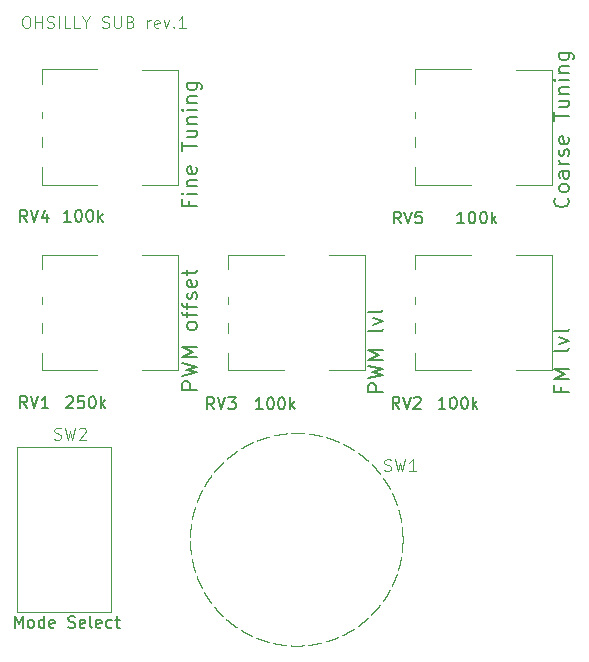
<source format=gbr>
%TF.GenerationSoftware,KiCad,Pcbnew,9.0.0*%
%TF.CreationDate,2025-03-02T16:43:32+01:00*%
%TF.ProjectId,board_io,626f6172-645f-4696-9f2e-6b696361645f,rev?*%
%TF.SameCoordinates,Original*%
%TF.FileFunction,Legend,Top*%
%TF.FilePolarity,Positive*%
%FSLAX46Y46*%
G04 Gerber Fmt 4.6, Leading zero omitted, Abs format (unit mm)*
G04 Created by KiCad (PCBNEW 9.0.0) date 2025-03-02 16:43:32*
%MOMM*%
%LPD*%
G01*
G04 APERTURE LIST*
%ADD10C,0.100000*%
%ADD11C,0.150000*%
%ADD12C,0.120000*%
G04 APERTURE END LIST*
D10*
X16716960Y-19623919D02*
X16907436Y-19623919D01*
X16907436Y-19623919D02*
X17002674Y-19671538D01*
X17002674Y-19671538D02*
X17097912Y-19766776D01*
X17097912Y-19766776D02*
X17145531Y-19957252D01*
X17145531Y-19957252D02*
X17145531Y-20290585D01*
X17145531Y-20290585D02*
X17097912Y-20481061D01*
X17097912Y-20481061D02*
X17002674Y-20576300D01*
X17002674Y-20576300D02*
X16907436Y-20623919D01*
X16907436Y-20623919D02*
X16716960Y-20623919D01*
X16716960Y-20623919D02*
X16621722Y-20576300D01*
X16621722Y-20576300D02*
X16526484Y-20481061D01*
X16526484Y-20481061D02*
X16478865Y-20290585D01*
X16478865Y-20290585D02*
X16478865Y-19957252D01*
X16478865Y-19957252D02*
X16526484Y-19766776D01*
X16526484Y-19766776D02*
X16621722Y-19671538D01*
X16621722Y-19671538D02*
X16716960Y-19623919D01*
X17574103Y-20623919D02*
X17574103Y-19623919D01*
X17574103Y-20100109D02*
X18145531Y-20100109D01*
X18145531Y-20623919D02*
X18145531Y-19623919D01*
X18574103Y-20576300D02*
X18716960Y-20623919D01*
X18716960Y-20623919D02*
X18955055Y-20623919D01*
X18955055Y-20623919D02*
X19050293Y-20576300D01*
X19050293Y-20576300D02*
X19097912Y-20528680D01*
X19097912Y-20528680D02*
X19145531Y-20433442D01*
X19145531Y-20433442D02*
X19145531Y-20338204D01*
X19145531Y-20338204D02*
X19097912Y-20242966D01*
X19097912Y-20242966D02*
X19050293Y-20195347D01*
X19050293Y-20195347D02*
X18955055Y-20147728D01*
X18955055Y-20147728D02*
X18764579Y-20100109D01*
X18764579Y-20100109D02*
X18669341Y-20052490D01*
X18669341Y-20052490D02*
X18621722Y-20004871D01*
X18621722Y-20004871D02*
X18574103Y-19909633D01*
X18574103Y-19909633D02*
X18574103Y-19814395D01*
X18574103Y-19814395D02*
X18621722Y-19719157D01*
X18621722Y-19719157D02*
X18669341Y-19671538D01*
X18669341Y-19671538D02*
X18764579Y-19623919D01*
X18764579Y-19623919D02*
X19002674Y-19623919D01*
X19002674Y-19623919D02*
X19145531Y-19671538D01*
X19574103Y-20623919D02*
X19574103Y-19623919D01*
X20526483Y-20623919D02*
X20050293Y-20623919D01*
X20050293Y-20623919D02*
X20050293Y-19623919D01*
X21336007Y-20623919D02*
X20859817Y-20623919D01*
X20859817Y-20623919D02*
X20859817Y-19623919D01*
X21859817Y-20147728D02*
X21859817Y-20623919D01*
X21526484Y-19623919D02*
X21859817Y-20147728D01*
X21859817Y-20147728D02*
X22193150Y-19623919D01*
X23240770Y-20576300D02*
X23383627Y-20623919D01*
X23383627Y-20623919D02*
X23621722Y-20623919D01*
X23621722Y-20623919D02*
X23716960Y-20576300D01*
X23716960Y-20576300D02*
X23764579Y-20528680D01*
X23764579Y-20528680D02*
X23812198Y-20433442D01*
X23812198Y-20433442D02*
X23812198Y-20338204D01*
X23812198Y-20338204D02*
X23764579Y-20242966D01*
X23764579Y-20242966D02*
X23716960Y-20195347D01*
X23716960Y-20195347D02*
X23621722Y-20147728D01*
X23621722Y-20147728D02*
X23431246Y-20100109D01*
X23431246Y-20100109D02*
X23336008Y-20052490D01*
X23336008Y-20052490D02*
X23288389Y-20004871D01*
X23288389Y-20004871D02*
X23240770Y-19909633D01*
X23240770Y-19909633D02*
X23240770Y-19814395D01*
X23240770Y-19814395D02*
X23288389Y-19719157D01*
X23288389Y-19719157D02*
X23336008Y-19671538D01*
X23336008Y-19671538D02*
X23431246Y-19623919D01*
X23431246Y-19623919D02*
X23669341Y-19623919D01*
X23669341Y-19623919D02*
X23812198Y-19671538D01*
X24240770Y-19623919D02*
X24240770Y-20433442D01*
X24240770Y-20433442D02*
X24288389Y-20528680D01*
X24288389Y-20528680D02*
X24336008Y-20576300D01*
X24336008Y-20576300D02*
X24431246Y-20623919D01*
X24431246Y-20623919D02*
X24621722Y-20623919D01*
X24621722Y-20623919D02*
X24716960Y-20576300D01*
X24716960Y-20576300D02*
X24764579Y-20528680D01*
X24764579Y-20528680D02*
X24812198Y-20433442D01*
X24812198Y-20433442D02*
X24812198Y-19623919D01*
X25621722Y-20100109D02*
X25764579Y-20147728D01*
X25764579Y-20147728D02*
X25812198Y-20195347D01*
X25812198Y-20195347D02*
X25859817Y-20290585D01*
X25859817Y-20290585D02*
X25859817Y-20433442D01*
X25859817Y-20433442D02*
X25812198Y-20528680D01*
X25812198Y-20528680D02*
X25764579Y-20576300D01*
X25764579Y-20576300D02*
X25669341Y-20623919D01*
X25669341Y-20623919D02*
X25288389Y-20623919D01*
X25288389Y-20623919D02*
X25288389Y-19623919D01*
X25288389Y-19623919D02*
X25621722Y-19623919D01*
X25621722Y-19623919D02*
X25716960Y-19671538D01*
X25716960Y-19671538D02*
X25764579Y-19719157D01*
X25764579Y-19719157D02*
X25812198Y-19814395D01*
X25812198Y-19814395D02*
X25812198Y-19909633D01*
X25812198Y-19909633D02*
X25764579Y-20004871D01*
X25764579Y-20004871D02*
X25716960Y-20052490D01*
X25716960Y-20052490D02*
X25621722Y-20100109D01*
X25621722Y-20100109D02*
X25288389Y-20100109D01*
X27050294Y-20623919D02*
X27050294Y-19957252D01*
X27050294Y-20147728D02*
X27097913Y-20052490D01*
X27097913Y-20052490D02*
X27145532Y-20004871D01*
X27145532Y-20004871D02*
X27240770Y-19957252D01*
X27240770Y-19957252D02*
X27336008Y-19957252D01*
X28050294Y-20576300D02*
X27955056Y-20623919D01*
X27955056Y-20623919D02*
X27764580Y-20623919D01*
X27764580Y-20623919D02*
X27669342Y-20576300D01*
X27669342Y-20576300D02*
X27621723Y-20481061D01*
X27621723Y-20481061D02*
X27621723Y-20100109D01*
X27621723Y-20100109D02*
X27669342Y-20004871D01*
X27669342Y-20004871D02*
X27764580Y-19957252D01*
X27764580Y-19957252D02*
X27955056Y-19957252D01*
X27955056Y-19957252D02*
X28050294Y-20004871D01*
X28050294Y-20004871D02*
X28097913Y-20100109D01*
X28097913Y-20100109D02*
X28097913Y-20195347D01*
X28097913Y-20195347D02*
X27621723Y-20290585D01*
X28431247Y-19957252D02*
X28669342Y-20623919D01*
X28669342Y-20623919D02*
X28907437Y-19957252D01*
X29288390Y-20528680D02*
X29336009Y-20576300D01*
X29336009Y-20576300D02*
X29288390Y-20623919D01*
X29288390Y-20623919D02*
X29240771Y-20576300D01*
X29240771Y-20576300D02*
X29288390Y-20528680D01*
X29288390Y-20528680D02*
X29288390Y-20623919D01*
X30288389Y-20623919D02*
X29716961Y-20623919D01*
X30002675Y-20623919D02*
X30002675Y-19623919D01*
X30002675Y-19623919D02*
X29907437Y-19766776D01*
X29907437Y-19766776D02*
X29812199Y-19862014D01*
X29812199Y-19862014D02*
X29716961Y-19909633D01*
D11*
X16871961Y-37057119D02*
X16538628Y-36580928D01*
X16300533Y-37057119D02*
X16300533Y-36057119D01*
X16300533Y-36057119D02*
X16681485Y-36057119D01*
X16681485Y-36057119D02*
X16776723Y-36104738D01*
X16776723Y-36104738D02*
X16824342Y-36152357D01*
X16824342Y-36152357D02*
X16871961Y-36247595D01*
X16871961Y-36247595D02*
X16871961Y-36390452D01*
X16871961Y-36390452D02*
X16824342Y-36485690D01*
X16824342Y-36485690D02*
X16776723Y-36533309D01*
X16776723Y-36533309D02*
X16681485Y-36580928D01*
X16681485Y-36580928D02*
X16300533Y-36580928D01*
X17157676Y-36057119D02*
X17491009Y-37057119D01*
X17491009Y-37057119D02*
X17824342Y-36057119D01*
X18586247Y-36390452D02*
X18586247Y-37057119D01*
X18348152Y-36009500D02*
X18110057Y-36723785D01*
X18110057Y-36723785D02*
X18729104Y-36723785D01*
X20557834Y-37031814D02*
X19986406Y-37031814D01*
X20272120Y-37031814D02*
X20272120Y-36031814D01*
X20272120Y-36031814D02*
X20176882Y-36174671D01*
X20176882Y-36174671D02*
X20081644Y-36269909D01*
X20081644Y-36269909D02*
X19986406Y-36317528D01*
X21176882Y-36031814D02*
X21272120Y-36031814D01*
X21272120Y-36031814D02*
X21367358Y-36079433D01*
X21367358Y-36079433D02*
X21414977Y-36127052D01*
X21414977Y-36127052D02*
X21462596Y-36222290D01*
X21462596Y-36222290D02*
X21510215Y-36412766D01*
X21510215Y-36412766D02*
X21510215Y-36650861D01*
X21510215Y-36650861D02*
X21462596Y-36841337D01*
X21462596Y-36841337D02*
X21414977Y-36936575D01*
X21414977Y-36936575D02*
X21367358Y-36984195D01*
X21367358Y-36984195D02*
X21272120Y-37031814D01*
X21272120Y-37031814D02*
X21176882Y-37031814D01*
X21176882Y-37031814D02*
X21081644Y-36984195D01*
X21081644Y-36984195D02*
X21034025Y-36936575D01*
X21034025Y-36936575D02*
X20986406Y-36841337D01*
X20986406Y-36841337D02*
X20938787Y-36650861D01*
X20938787Y-36650861D02*
X20938787Y-36412766D01*
X20938787Y-36412766D02*
X20986406Y-36222290D01*
X20986406Y-36222290D02*
X21034025Y-36127052D01*
X21034025Y-36127052D02*
X21081644Y-36079433D01*
X21081644Y-36079433D02*
X21176882Y-36031814D01*
X22129263Y-36031814D02*
X22224501Y-36031814D01*
X22224501Y-36031814D02*
X22319739Y-36079433D01*
X22319739Y-36079433D02*
X22367358Y-36127052D01*
X22367358Y-36127052D02*
X22414977Y-36222290D01*
X22414977Y-36222290D02*
X22462596Y-36412766D01*
X22462596Y-36412766D02*
X22462596Y-36650861D01*
X22462596Y-36650861D02*
X22414977Y-36841337D01*
X22414977Y-36841337D02*
X22367358Y-36936575D01*
X22367358Y-36936575D02*
X22319739Y-36984195D01*
X22319739Y-36984195D02*
X22224501Y-37031814D01*
X22224501Y-37031814D02*
X22129263Y-37031814D01*
X22129263Y-37031814D02*
X22034025Y-36984195D01*
X22034025Y-36984195D02*
X21986406Y-36936575D01*
X21986406Y-36936575D02*
X21938787Y-36841337D01*
X21938787Y-36841337D02*
X21891168Y-36650861D01*
X21891168Y-36650861D02*
X21891168Y-36412766D01*
X21891168Y-36412766D02*
X21938787Y-36222290D01*
X21938787Y-36222290D02*
X21986406Y-36127052D01*
X21986406Y-36127052D02*
X22034025Y-36079433D01*
X22034025Y-36079433D02*
X22129263Y-36031814D01*
X22891168Y-37031814D02*
X22891168Y-36031814D01*
X22986406Y-36650861D02*
X23272120Y-37031814D01*
X23272120Y-36365147D02*
X22891168Y-36746099D01*
X30589688Y-35314157D02*
X30589688Y-35737491D01*
X31254926Y-35737491D02*
X29984926Y-35737491D01*
X29984926Y-35737491D02*
X29984926Y-35132729D01*
X31254926Y-34648920D02*
X30408259Y-34648920D01*
X29984926Y-34648920D02*
X30045402Y-34709396D01*
X30045402Y-34709396D02*
X30105878Y-34648920D01*
X30105878Y-34648920D02*
X30045402Y-34588443D01*
X30045402Y-34588443D02*
X29984926Y-34648920D01*
X29984926Y-34648920D02*
X30105878Y-34648920D01*
X30408259Y-34044158D02*
X31254926Y-34044158D01*
X30529211Y-34044158D02*
X30468735Y-33983681D01*
X30468735Y-33983681D02*
X30408259Y-33862729D01*
X30408259Y-33862729D02*
X30408259Y-33681300D01*
X30408259Y-33681300D02*
X30468735Y-33560348D01*
X30468735Y-33560348D02*
X30589688Y-33499872D01*
X30589688Y-33499872D02*
X31254926Y-33499872D01*
X31194450Y-32411300D02*
X31254926Y-32532252D01*
X31254926Y-32532252D02*
X31254926Y-32774157D01*
X31254926Y-32774157D02*
X31194450Y-32895110D01*
X31194450Y-32895110D02*
X31073497Y-32955586D01*
X31073497Y-32955586D02*
X30589688Y-32955586D01*
X30589688Y-32955586D02*
X30468735Y-32895110D01*
X30468735Y-32895110D02*
X30408259Y-32774157D01*
X30408259Y-32774157D02*
X30408259Y-32532252D01*
X30408259Y-32532252D02*
X30468735Y-32411300D01*
X30468735Y-32411300D02*
X30589688Y-32350824D01*
X30589688Y-32350824D02*
X30710640Y-32350824D01*
X30710640Y-32350824D02*
X30831592Y-32955586D01*
X29984926Y-31020348D02*
X29984926Y-30294634D01*
X31254926Y-30657491D02*
X29984926Y-30657491D01*
X30408259Y-29327015D02*
X31254926Y-29327015D01*
X30408259Y-29871301D02*
X31073497Y-29871301D01*
X31073497Y-29871301D02*
X31194450Y-29810824D01*
X31194450Y-29810824D02*
X31254926Y-29689872D01*
X31254926Y-29689872D02*
X31254926Y-29508443D01*
X31254926Y-29508443D02*
X31194450Y-29387491D01*
X31194450Y-29387491D02*
X31133973Y-29327015D01*
X30408259Y-28722253D02*
X31254926Y-28722253D01*
X30529211Y-28722253D02*
X30468735Y-28661776D01*
X30468735Y-28661776D02*
X30408259Y-28540824D01*
X30408259Y-28540824D02*
X30408259Y-28359395D01*
X30408259Y-28359395D02*
X30468735Y-28238443D01*
X30468735Y-28238443D02*
X30589688Y-28177967D01*
X30589688Y-28177967D02*
X31254926Y-28177967D01*
X31254926Y-27573205D02*
X30408259Y-27573205D01*
X29984926Y-27573205D02*
X30045402Y-27633681D01*
X30045402Y-27633681D02*
X30105878Y-27573205D01*
X30105878Y-27573205D02*
X30045402Y-27512728D01*
X30045402Y-27512728D02*
X29984926Y-27573205D01*
X29984926Y-27573205D02*
X30105878Y-27573205D01*
X30408259Y-26968443D02*
X31254926Y-26968443D01*
X30529211Y-26968443D02*
X30468735Y-26907966D01*
X30468735Y-26907966D02*
X30408259Y-26787014D01*
X30408259Y-26787014D02*
X30408259Y-26605585D01*
X30408259Y-26605585D02*
X30468735Y-26484633D01*
X30468735Y-26484633D02*
X30589688Y-26424157D01*
X30589688Y-26424157D02*
X31254926Y-26424157D01*
X30408259Y-25275109D02*
X31436354Y-25275109D01*
X31436354Y-25275109D02*
X31557307Y-25335585D01*
X31557307Y-25335585D02*
X31617783Y-25396061D01*
X31617783Y-25396061D02*
X31678259Y-25517014D01*
X31678259Y-25517014D02*
X31678259Y-25698442D01*
X31678259Y-25698442D02*
X31617783Y-25819395D01*
X31194450Y-25275109D02*
X31254926Y-25396061D01*
X31254926Y-25396061D02*
X31254926Y-25637966D01*
X31254926Y-25637966D02*
X31194450Y-25758918D01*
X31194450Y-25758918D02*
X31133973Y-25819395D01*
X31133973Y-25819395D02*
X31013021Y-25879871D01*
X31013021Y-25879871D02*
X30650164Y-25879871D01*
X30650164Y-25879871D02*
X30529211Y-25819395D01*
X30529211Y-25819395D02*
X30468735Y-25758918D01*
X30468735Y-25758918D02*
X30408259Y-25637966D01*
X30408259Y-25637966D02*
X30408259Y-25396061D01*
X30408259Y-25396061D02*
X30468735Y-25275109D01*
D10*
X47121867Y-58094100D02*
X47264724Y-58141719D01*
X47264724Y-58141719D02*
X47502819Y-58141719D01*
X47502819Y-58141719D02*
X47598057Y-58094100D01*
X47598057Y-58094100D02*
X47645676Y-58046480D01*
X47645676Y-58046480D02*
X47693295Y-57951242D01*
X47693295Y-57951242D02*
X47693295Y-57856004D01*
X47693295Y-57856004D02*
X47645676Y-57760766D01*
X47645676Y-57760766D02*
X47598057Y-57713147D01*
X47598057Y-57713147D02*
X47502819Y-57665528D01*
X47502819Y-57665528D02*
X47312343Y-57617909D01*
X47312343Y-57617909D02*
X47217105Y-57570290D01*
X47217105Y-57570290D02*
X47169486Y-57522671D01*
X47169486Y-57522671D02*
X47121867Y-57427433D01*
X47121867Y-57427433D02*
X47121867Y-57332195D01*
X47121867Y-57332195D02*
X47169486Y-57236957D01*
X47169486Y-57236957D02*
X47217105Y-57189338D01*
X47217105Y-57189338D02*
X47312343Y-57141719D01*
X47312343Y-57141719D02*
X47550438Y-57141719D01*
X47550438Y-57141719D02*
X47693295Y-57189338D01*
X48026629Y-57141719D02*
X48264724Y-58141719D01*
X48264724Y-58141719D02*
X48455200Y-57427433D01*
X48455200Y-57427433D02*
X48645676Y-58141719D01*
X48645676Y-58141719D02*
X48883772Y-57141719D01*
X49788533Y-58141719D02*
X49217105Y-58141719D01*
X49502819Y-58141719D02*
X49502819Y-57141719D01*
X49502819Y-57141719D02*
X49407581Y-57284576D01*
X49407581Y-57284576D02*
X49312343Y-57379814D01*
X49312343Y-57379814D02*
X49217105Y-57427433D01*
D11*
X16871961Y-52805119D02*
X16538628Y-52328928D01*
X16300533Y-52805119D02*
X16300533Y-51805119D01*
X16300533Y-51805119D02*
X16681485Y-51805119D01*
X16681485Y-51805119D02*
X16776723Y-51852738D01*
X16776723Y-51852738D02*
X16824342Y-51900357D01*
X16824342Y-51900357D02*
X16871961Y-51995595D01*
X16871961Y-51995595D02*
X16871961Y-52138452D01*
X16871961Y-52138452D02*
X16824342Y-52233690D01*
X16824342Y-52233690D02*
X16776723Y-52281309D01*
X16776723Y-52281309D02*
X16681485Y-52328928D01*
X16681485Y-52328928D02*
X16300533Y-52328928D01*
X17157676Y-51805119D02*
X17491009Y-52805119D01*
X17491009Y-52805119D02*
X17824342Y-51805119D01*
X18681485Y-52805119D02*
X18110057Y-52805119D01*
X18395771Y-52805119D02*
X18395771Y-51805119D01*
X18395771Y-51805119D02*
X18300533Y-51947976D01*
X18300533Y-51947976D02*
X18205295Y-52043214D01*
X18205295Y-52043214D02*
X18110057Y-52090833D01*
X20190143Y-51910457D02*
X20237762Y-51862838D01*
X20237762Y-51862838D02*
X20333000Y-51815219D01*
X20333000Y-51815219D02*
X20571095Y-51815219D01*
X20571095Y-51815219D02*
X20666333Y-51862838D01*
X20666333Y-51862838D02*
X20713952Y-51910457D01*
X20713952Y-51910457D02*
X20761571Y-52005695D01*
X20761571Y-52005695D02*
X20761571Y-52100933D01*
X20761571Y-52100933D02*
X20713952Y-52243790D01*
X20713952Y-52243790D02*
X20142524Y-52815219D01*
X20142524Y-52815219D02*
X20761571Y-52815219D01*
X21666333Y-51815219D02*
X21190143Y-51815219D01*
X21190143Y-51815219D02*
X21142524Y-52291409D01*
X21142524Y-52291409D02*
X21190143Y-52243790D01*
X21190143Y-52243790D02*
X21285381Y-52196171D01*
X21285381Y-52196171D02*
X21523476Y-52196171D01*
X21523476Y-52196171D02*
X21618714Y-52243790D01*
X21618714Y-52243790D02*
X21666333Y-52291409D01*
X21666333Y-52291409D02*
X21713952Y-52386647D01*
X21713952Y-52386647D02*
X21713952Y-52624742D01*
X21713952Y-52624742D02*
X21666333Y-52719980D01*
X21666333Y-52719980D02*
X21618714Y-52767600D01*
X21618714Y-52767600D02*
X21523476Y-52815219D01*
X21523476Y-52815219D02*
X21285381Y-52815219D01*
X21285381Y-52815219D02*
X21190143Y-52767600D01*
X21190143Y-52767600D02*
X21142524Y-52719980D01*
X22333000Y-51815219D02*
X22428238Y-51815219D01*
X22428238Y-51815219D02*
X22523476Y-51862838D01*
X22523476Y-51862838D02*
X22571095Y-51910457D01*
X22571095Y-51910457D02*
X22618714Y-52005695D01*
X22618714Y-52005695D02*
X22666333Y-52196171D01*
X22666333Y-52196171D02*
X22666333Y-52434266D01*
X22666333Y-52434266D02*
X22618714Y-52624742D01*
X22618714Y-52624742D02*
X22571095Y-52719980D01*
X22571095Y-52719980D02*
X22523476Y-52767600D01*
X22523476Y-52767600D02*
X22428238Y-52815219D01*
X22428238Y-52815219D02*
X22333000Y-52815219D01*
X22333000Y-52815219D02*
X22237762Y-52767600D01*
X22237762Y-52767600D02*
X22190143Y-52719980D01*
X22190143Y-52719980D02*
X22142524Y-52624742D01*
X22142524Y-52624742D02*
X22094905Y-52434266D01*
X22094905Y-52434266D02*
X22094905Y-52196171D01*
X22094905Y-52196171D02*
X22142524Y-52005695D01*
X22142524Y-52005695D02*
X22190143Y-51910457D01*
X22190143Y-51910457D02*
X22237762Y-51862838D01*
X22237762Y-51862838D02*
X22333000Y-51815219D01*
X23094905Y-52815219D02*
X23094905Y-51815219D01*
X23190143Y-52434266D02*
X23475857Y-52815219D01*
X23475857Y-52148552D02*
X23094905Y-52529504D01*
X31254926Y-51243585D02*
X29984926Y-51243585D01*
X29984926Y-51243585D02*
X29984926Y-50759775D01*
X29984926Y-50759775D02*
X30045402Y-50638823D01*
X30045402Y-50638823D02*
X30105878Y-50578346D01*
X30105878Y-50578346D02*
X30226830Y-50517870D01*
X30226830Y-50517870D02*
X30408259Y-50517870D01*
X30408259Y-50517870D02*
X30529211Y-50578346D01*
X30529211Y-50578346D02*
X30589688Y-50638823D01*
X30589688Y-50638823D02*
X30650164Y-50759775D01*
X30650164Y-50759775D02*
X30650164Y-51243585D01*
X29984926Y-50094537D02*
X31254926Y-49792156D01*
X31254926Y-49792156D02*
X30347783Y-49550251D01*
X30347783Y-49550251D02*
X31254926Y-49308346D01*
X31254926Y-49308346D02*
X29984926Y-49005966D01*
X31254926Y-48522156D02*
X29984926Y-48522156D01*
X29984926Y-48522156D02*
X30892069Y-48098822D01*
X30892069Y-48098822D02*
X29984926Y-47675489D01*
X29984926Y-47675489D02*
X31254926Y-47675489D01*
X31254926Y-45921679D02*
X31194450Y-46042631D01*
X31194450Y-46042631D02*
X31133973Y-46103108D01*
X31133973Y-46103108D02*
X31013021Y-46163584D01*
X31013021Y-46163584D02*
X30650164Y-46163584D01*
X30650164Y-46163584D02*
X30529211Y-46103108D01*
X30529211Y-46103108D02*
X30468735Y-46042631D01*
X30468735Y-46042631D02*
X30408259Y-45921679D01*
X30408259Y-45921679D02*
X30408259Y-45740250D01*
X30408259Y-45740250D02*
X30468735Y-45619298D01*
X30468735Y-45619298D02*
X30529211Y-45558822D01*
X30529211Y-45558822D02*
X30650164Y-45498346D01*
X30650164Y-45498346D02*
X31013021Y-45498346D01*
X31013021Y-45498346D02*
X31133973Y-45558822D01*
X31133973Y-45558822D02*
X31194450Y-45619298D01*
X31194450Y-45619298D02*
X31254926Y-45740250D01*
X31254926Y-45740250D02*
X31254926Y-45921679D01*
X30408259Y-45135488D02*
X30408259Y-44651679D01*
X31254926Y-44954060D02*
X30166354Y-44954060D01*
X30166354Y-44954060D02*
X30045402Y-44893583D01*
X30045402Y-44893583D02*
X29984926Y-44772631D01*
X29984926Y-44772631D02*
X29984926Y-44651679D01*
X30408259Y-44409774D02*
X30408259Y-43925965D01*
X31254926Y-44228346D02*
X30166354Y-44228346D01*
X30166354Y-44228346D02*
X30045402Y-44167869D01*
X30045402Y-44167869D02*
X29984926Y-44046917D01*
X29984926Y-44046917D02*
X29984926Y-43925965D01*
X31194450Y-43563108D02*
X31254926Y-43442155D01*
X31254926Y-43442155D02*
X31254926Y-43200251D01*
X31254926Y-43200251D02*
X31194450Y-43079298D01*
X31194450Y-43079298D02*
X31073497Y-43018822D01*
X31073497Y-43018822D02*
X31013021Y-43018822D01*
X31013021Y-43018822D02*
X30892069Y-43079298D01*
X30892069Y-43079298D02*
X30831592Y-43200251D01*
X30831592Y-43200251D02*
X30831592Y-43381679D01*
X30831592Y-43381679D02*
X30771116Y-43502632D01*
X30771116Y-43502632D02*
X30650164Y-43563108D01*
X30650164Y-43563108D02*
X30589688Y-43563108D01*
X30589688Y-43563108D02*
X30468735Y-43502632D01*
X30468735Y-43502632D02*
X30408259Y-43381679D01*
X30408259Y-43381679D02*
X30408259Y-43200251D01*
X30408259Y-43200251D02*
X30468735Y-43079298D01*
X31194450Y-41990727D02*
X31254926Y-42111679D01*
X31254926Y-42111679D02*
X31254926Y-42353584D01*
X31254926Y-42353584D02*
X31194450Y-42474537D01*
X31194450Y-42474537D02*
X31073497Y-42535013D01*
X31073497Y-42535013D02*
X30589688Y-42535013D01*
X30589688Y-42535013D02*
X30468735Y-42474537D01*
X30468735Y-42474537D02*
X30408259Y-42353584D01*
X30408259Y-42353584D02*
X30408259Y-42111679D01*
X30408259Y-42111679D02*
X30468735Y-41990727D01*
X30468735Y-41990727D02*
X30589688Y-41930251D01*
X30589688Y-41930251D02*
X30710640Y-41930251D01*
X30710640Y-41930251D02*
X30831592Y-42535013D01*
X30408259Y-41567394D02*
X30408259Y-41083585D01*
X29984926Y-41385966D02*
X31073497Y-41385966D01*
X31073497Y-41385966D02*
X31194450Y-41325489D01*
X31194450Y-41325489D02*
X31254926Y-41204537D01*
X31254926Y-41204537D02*
X31254926Y-41083585D01*
D10*
X19181867Y-55428100D02*
X19324724Y-55475719D01*
X19324724Y-55475719D02*
X19562819Y-55475719D01*
X19562819Y-55475719D02*
X19658057Y-55428100D01*
X19658057Y-55428100D02*
X19705676Y-55380480D01*
X19705676Y-55380480D02*
X19753295Y-55285242D01*
X19753295Y-55285242D02*
X19753295Y-55190004D01*
X19753295Y-55190004D02*
X19705676Y-55094766D01*
X19705676Y-55094766D02*
X19658057Y-55047147D01*
X19658057Y-55047147D02*
X19562819Y-54999528D01*
X19562819Y-54999528D02*
X19372343Y-54951909D01*
X19372343Y-54951909D02*
X19277105Y-54904290D01*
X19277105Y-54904290D02*
X19229486Y-54856671D01*
X19229486Y-54856671D02*
X19181867Y-54761433D01*
X19181867Y-54761433D02*
X19181867Y-54666195D01*
X19181867Y-54666195D02*
X19229486Y-54570957D01*
X19229486Y-54570957D02*
X19277105Y-54523338D01*
X19277105Y-54523338D02*
X19372343Y-54475719D01*
X19372343Y-54475719D02*
X19610438Y-54475719D01*
X19610438Y-54475719D02*
X19753295Y-54523338D01*
X20086629Y-54475719D02*
X20324724Y-55475719D01*
X20324724Y-55475719D02*
X20515200Y-54761433D01*
X20515200Y-54761433D02*
X20705676Y-55475719D01*
X20705676Y-55475719D02*
X20943772Y-54475719D01*
X21277105Y-54570957D02*
X21324724Y-54523338D01*
X21324724Y-54523338D02*
X21419962Y-54475719D01*
X21419962Y-54475719D02*
X21658057Y-54475719D01*
X21658057Y-54475719D02*
X21753295Y-54523338D01*
X21753295Y-54523338D02*
X21800914Y-54570957D01*
X21800914Y-54570957D02*
X21848533Y-54666195D01*
X21848533Y-54666195D02*
X21848533Y-54761433D01*
X21848533Y-54761433D02*
X21800914Y-54904290D01*
X21800914Y-54904290D02*
X21229486Y-55475719D01*
X21229486Y-55475719D02*
X21848533Y-55475719D01*
D11*
X15838056Y-71411119D02*
X15838056Y-70411119D01*
X15838056Y-70411119D02*
X16171389Y-71125404D01*
X16171389Y-71125404D02*
X16504722Y-70411119D01*
X16504722Y-70411119D02*
X16504722Y-71411119D01*
X17123770Y-71411119D02*
X17028532Y-71363500D01*
X17028532Y-71363500D02*
X16980913Y-71315880D01*
X16980913Y-71315880D02*
X16933294Y-71220642D01*
X16933294Y-71220642D02*
X16933294Y-70934928D01*
X16933294Y-70934928D02*
X16980913Y-70839690D01*
X16980913Y-70839690D02*
X17028532Y-70792071D01*
X17028532Y-70792071D02*
X17123770Y-70744452D01*
X17123770Y-70744452D02*
X17266627Y-70744452D01*
X17266627Y-70744452D02*
X17361865Y-70792071D01*
X17361865Y-70792071D02*
X17409484Y-70839690D01*
X17409484Y-70839690D02*
X17457103Y-70934928D01*
X17457103Y-70934928D02*
X17457103Y-71220642D01*
X17457103Y-71220642D02*
X17409484Y-71315880D01*
X17409484Y-71315880D02*
X17361865Y-71363500D01*
X17361865Y-71363500D02*
X17266627Y-71411119D01*
X17266627Y-71411119D02*
X17123770Y-71411119D01*
X18314246Y-71411119D02*
X18314246Y-70411119D01*
X18314246Y-71363500D02*
X18219008Y-71411119D01*
X18219008Y-71411119D02*
X18028532Y-71411119D01*
X18028532Y-71411119D02*
X17933294Y-71363500D01*
X17933294Y-71363500D02*
X17885675Y-71315880D01*
X17885675Y-71315880D02*
X17838056Y-71220642D01*
X17838056Y-71220642D02*
X17838056Y-70934928D01*
X17838056Y-70934928D02*
X17885675Y-70839690D01*
X17885675Y-70839690D02*
X17933294Y-70792071D01*
X17933294Y-70792071D02*
X18028532Y-70744452D01*
X18028532Y-70744452D02*
X18219008Y-70744452D01*
X18219008Y-70744452D02*
X18314246Y-70792071D01*
X19171389Y-71363500D02*
X19076151Y-71411119D01*
X19076151Y-71411119D02*
X18885675Y-71411119D01*
X18885675Y-71411119D02*
X18790437Y-71363500D01*
X18790437Y-71363500D02*
X18742818Y-71268261D01*
X18742818Y-71268261D02*
X18742818Y-70887309D01*
X18742818Y-70887309D02*
X18790437Y-70792071D01*
X18790437Y-70792071D02*
X18885675Y-70744452D01*
X18885675Y-70744452D02*
X19076151Y-70744452D01*
X19076151Y-70744452D02*
X19171389Y-70792071D01*
X19171389Y-70792071D02*
X19219008Y-70887309D01*
X19219008Y-70887309D02*
X19219008Y-70982547D01*
X19219008Y-70982547D02*
X18742818Y-71077785D01*
X20361866Y-71363500D02*
X20504723Y-71411119D01*
X20504723Y-71411119D02*
X20742818Y-71411119D01*
X20742818Y-71411119D02*
X20838056Y-71363500D01*
X20838056Y-71363500D02*
X20885675Y-71315880D01*
X20885675Y-71315880D02*
X20933294Y-71220642D01*
X20933294Y-71220642D02*
X20933294Y-71125404D01*
X20933294Y-71125404D02*
X20885675Y-71030166D01*
X20885675Y-71030166D02*
X20838056Y-70982547D01*
X20838056Y-70982547D02*
X20742818Y-70934928D01*
X20742818Y-70934928D02*
X20552342Y-70887309D01*
X20552342Y-70887309D02*
X20457104Y-70839690D01*
X20457104Y-70839690D02*
X20409485Y-70792071D01*
X20409485Y-70792071D02*
X20361866Y-70696833D01*
X20361866Y-70696833D02*
X20361866Y-70601595D01*
X20361866Y-70601595D02*
X20409485Y-70506357D01*
X20409485Y-70506357D02*
X20457104Y-70458738D01*
X20457104Y-70458738D02*
X20552342Y-70411119D01*
X20552342Y-70411119D02*
X20790437Y-70411119D01*
X20790437Y-70411119D02*
X20933294Y-70458738D01*
X21742818Y-71363500D02*
X21647580Y-71411119D01*
X21647580Y-71411119D02*
X21457104Y-71411119D01*
X21457104Y-71411119D02*
X21361866Y-71363500D01*
X21361866Y-71363500D02*
X21314247Y-71268261D01*
X21314247Y-71268261D02*
X21314247Y-70887309D01*
X21314247Y-70887309D02*
X21361866Y-70792071D01*
X21361866Y-70792071D02*
X21457104Y-70744452D01*
X21457104Y-70744452D02*
X21647580Y-70744452D01*
X21647580Y-70744452D02*
X21742818Y-70792071D01*
X21742818Y-70792071D02*
X21790437Y-70887309D01*
X21790437Y-70887309D02*
X21790437Y-70982547D01*
X21790437Y-70982547D02*
X21314247Y-71077785D01*
X22361866Y-71411119D02*
X22266628Y-71363500D01*
X22266628Y-71363500D02*
X22219009Y-71268261D01*
X22219009Y-71268261D02*
X22219009Y-70411119D01*
X23123771Y-71363500D02*
X23028533Y-71411119D01*
X23028533Y-71411119D02*
X22838057Y-71411119D01*
X22838057Y-71411119D02*
X22742819Y-71363500D01*
X22742819Y-71363500D02*
X22695200Y-71268261D01*
X22695200Y-71268261D02*
X22695200Y-70887309D01*
X22695200Y-70887309D02*
X22742819Y-70792071D01*
X22742819Y-70792071D02*
X22838057Y-70744452D01*
X22838057Y-70744452D02*
X23028533Y-70744452D01*
X23028533Y-70744452D02*
X23123771Y-70792071D01*
X23123771Y-70792071D02*
X23171390Y-70887309D01*
X23171390Y-70887309D02*
X23171390Y-70982547D01*
X23171390Y-70982547D02*
X22695200Y-71077785D01*
X24028533Y-71363500D02*
X23933295Y-71411119D01*
X23933295Y-71411119D02*
X23742819Y-71411119D01*
X23742819Y-71411119D02*
X23647581Y-71363500D01*
X23647581Y-71363500D02*
X23599962Y-71315880D01*
X23599962Y-71315880D02*
X23552343Y-71220642D01*
X23552343Y-71220642D02*
X23552343Y-70934928D01*
X23552343Y-70934928D02*
X23599962Y-70839690D01*
X23599962Y-70839690D02*
X23647581Y-70792071D01*
X23647581Y-70792071D02*
X23742819Y-70744452D01*
X23742819Y-70744452D02*
X23933295Y-70744452D01*
X23933295Y-70744452D02*
X24028533Y-70792071D01*
X24314248Y-70744452D02*
X24695200Y-70744452D01*
X24457105Y-70411119D02*
X24457105Y-71268261D01*
X24457105Y-71268261D02*
X24504724Y-71363500D01*
X24504724Y-71363500D02*
X24599962Y-71411119D01*
X24599962Y-71411119D02*
X24695200Y-71411119D01*
X48389361Y-52861019D02*
X48056028Y-52384828D01*
X47817933Y-52861019D02*
X47817933Y-51861019D01*
X47817933Y-51861019D02*
X48198885Y-51861019D01*
X48198885Y-51861019D02*
X48294123Y-51908638D01*
X48294123Y-51908638D02*
X48341742Y-51956257D01*
X48341742Y-51956257D02*
X48389361Y-52051495D01*
X48389361Y-52051495D02*
X48389361Y-52194352D01*
X48389361Y-52194352D02*
X48341742Y-52289590D01*
X48341742Y-52289590D02*
X48294123Y-52337209D01*
X48294123Y-52337209D02*
X48198885Y-52384828D01*
X48198885Y-52384828D02*
X47817933Y-52384828D01*
X48675076Y-51861019D02*
X49008409Y-52861019D01*
X49008409Y-52861019D02*
X49341742Y-51861019D01*
X49627457Y-51956257D02*
X49675076Y-51908638D01*
X49675076Y-51908638D02*
X49770314Y-51861019D01*
X49770314Y-51861019D02*
X50008409Y-51861019D01*
X50008409Y-51861019D02*
X50103647Y-51908638D01*
X50103647Y-51908638D02*
X50151266Y-51956257D01*
X50151266Y-51956257D02*
X50198885Y-52051495D01*
X50198885Y-52051495D02*
X50198885Y-52146733D01*
X50198885Y-52146733D02*
X50151266Y-52289590D01*
X50151266Y-52289590D02*
X49579838Y-52861019D01*
X49579838Y-52861019D02*
X50198885Y-52861019D01*
X52278971Y-52871119D02*
X51707543Y-52871119D01*
X51993257Y-52871119D02*
X51993257Y-51871119D01*
X51993257Y-51871119D02*
X51898019Y-52013976D01*
X51898019Y-52013976D02*
X51802781Y-52109214D01*
X51802781Y-52109214D02*
X51707543Y-52156833D01*
X52898019Y-51871119D02*
X52993257Y-51871119D01*
X52993257Y-51871119D02*
X53088495Y-51918738D01*
X53088495Y-51918738D02*
X53136114Y-51966357D01*
X53136114Y-51966357D02*
X53183733Y-52061595D01*
X53183733Y-52061595D02*
X53231352Y-52252071D01*
X53231352Y-52252071D02*
X53231352Y-52490166D01*
X53231352Y-52490166D02*
X53183733Y-52680642D01*
X53183733Y-52680642D02*
X53136114Y-52775880D01*
X53136114Y-52775880D02*
X53088495Y-52823500D01*
X53088495Y-52823500D02*
X52993257Y-52871119D01*
X52993257Y-52871119D02*
X52898019Y-52871119D01*
X52898019Y-52871119D02*
X52802781Y-52823500D01*
X52802781Y-52823500D02*
X52755162Y-52775880D01*
X52755162Y-52775880D02*
X52707543Y-52680642D01*
X52707543Y-52680642D02*
X52659924Y-52490166D01*
X52659924Y-52490166D02*
X52659924Y-52252071D01*
X52659924Y-52252071D02*
X52707543Y-52061595D01*
X52707543Y-52061595D02*
X52755162Y-51966357D01*
X52755162Y-51966357D02*
X52802781Y-51918738D01*
X52802781Y-51918738D02*
X52898019Y-51871119D01*
X53850400Y-51871119D02*
X53945638Y-51871119D01*
X53945638Y-51871119D02*
X54040876Y-51918738D01*
X54040876Y-51918738D02*
X54088495Y-51966357D01*
X54088495Y-51966357D02*
X54136114Y-52061595D01*
X54136114Y-52061595D02*
X54183733Y-52252071D01*
X54183733Y-52252071D02*
X54183733Y-52490166D01*
X54183733Y-52490166D02*
X54136114Y-52680642D01*
X54136114Y-52680642D02*
X54088495Y-52775880D01*
X54088495Y-52775880D02*
X54040876Y-52823500D01*
X54040876Y-52823500D02*
X53945638Y-52871119D01*
X53945638Y-52871119D02*
X53850400Y-52871119D01*
X53850400Y-52871119D02*
X53755162Y-52823500D01*
X53755162Y-52823500D02*
X53707543Y-52775880D01*
X53707543Y-52775880D02*
X53659924Y-52680642D01*
X53659924Y-52680642D02*
X53612305Y-52490166D01*
X53612305Y-52490166D02*
X53612305Y-52252071D01*
X53612305Y-52252071D02*
X53659924Y-52061595D01*
X53659924Y-52061595D02*
X53707543Y-51966357D01*
X53707543Y-51966357D02*
X53755162Y-51918738D01*
X53755162Y-51918738D02*
X53850400Y-51871119D01*
X54612305Y-52871119D02*
X54612305Y-51871119D01*
X54707543Y-52490166D02*
X54993257Y-52871119D01*
X54993257Y-52204452D02*
X54612305Y-52585404D01*
X62085688Y-51023442D02*
X62085688Y-51446776D01*
X62750926Y-51446776D02*
X61480926Y-51446776D01*
X61480926Y-51446776D02*
X61480926Y-50842014D01*
X62750926Y-50358205D02*
X61480926Y-50358205D01*
X61480926Y-50358205D02*
X62388069Y-49934871D01*
X62388069Y-49934871D02*
X61480926Y-49511538D01*
X61480926Y-49511538D02*
X62750926Y-49511538D01*
X62750926Y-47757728D02*
X62690450Y-47878680D01*
X62690450Y-47878680D02*
X62569497Y-47939157D01*
X62569497Y-47939157D02*
X61480926Y-47939157D01*
X61904259Y-47394871D02*
X62750926Y-47092490D01*
X62750926Y-47092490D02*
X61904259Y-46790109D01*
X62750926Y-46124871D02*
X62690450Y-46245823D01*
X62690450Y-46245823D02*
X62569497Y-46306300D01*
X62569497Y-46306300D02*
X61480926Y-46306300D01*
X32707761Y-52907219D02*
X32374428Y-52431028D01*
X32136333Y-52907219D02*
X32136333Y-51907219D01*
X32136333Y-51907219D02*
X32517285Y-51907219D01*
X32517285Y-51907219D02*
X32612523Y-51954838D01*
X32612523Y-51954838D02*
X32660142Y-52002457D01*
X32660142Y-52002457D02*
X32707761Y-52097695D01*
X32707761Y-52097695D02*
X32707761Y-52240552D01*
X32707761Y-52240552D02*
X32660142Y-52335790D01*
X32660142Y-52335790D02*
X32612523Y-52383409D01*
X32612523Y-52383409D02*
X32517285Y-52431028D01*
X32517285Y-52431028D02*
X32136333Y-52431028D01*
X32993476Y-51907219D02*
X33326809Y-52907219D01*
X33326809Y-52907219D02*
X33660142Y-51907219D01*
X33898238Y-51907219D02*
X34517285Y-51907219D01*
X34517285Y-51907219D02*
X34183952Y-52288171D01*
X34183952Y-52288171D02*
X34326809Y-52288171D01*
X34326809Y-52288171D02*
X34422047Y-52335790D01*
X34422047Y-52335790D02*
X34469666Y-52383409D01*
X34469666Y-52383409D02*
X34517285Y-52478647D01*
X34517285Y-52478647D02*
X34517285Y-52716742D01*
X34517285Y-52716742D02*
X34469666Y-52811980D01*
X34469666Y-52811980D02*
X34422047Y-52859600D01*
X34422047Y-52859600D02*
X34326809Y-52907219D01*
X34326809Y-52907219D02*
X34041095Y-52907219D01*
X34041095Y-52907219D02*
X33945857Y-52859600D01*
X33945857Y-52859600D02*
X33898238Y-52811980D01*
X36803571Y-52907219D02*
X36232143Y-52907219D01*
X36517857Y-52907219D02*
X36517857Y-51907219D01*
X36517857Y-51907219D02*
X36422619Y-52050076D01*
X36422619Y-52050076D02*
X36327381Y-52145314D01*
X36327381Y-52145314D02*
X36232143Y-52192933D01*
X37422619Y-51907219D02*
X37517857Y-51907219D01*
X37517857Y-51907219D02*
X37613095Y-51954838D01*
X37613095Y-51954838D02*
X37660714Y-52002457D01*
X37660714Y-52002457D02*
X37708333Y-52097695D01*
X37708333Y-52097695D02*
X37755952Y-52288171D01*
X37755952Y-52288171D02*
X37755952Y-52526266D01*
X37755952Y-52526266D02*
X37708333Y-52716742D01*
X37708333Y-52716742D02*
X37660714Y-52811980D01*
X37660714Y-52811980D02*
X37613095Y-52859600D01*
X37613095Y-52859600D02*
X37517857Y-52907219D01*
X37517857Y-52907219D02*
X37422619Y-52907219D01*
X37422619Y-52907219D02*
X37327381Y-52859600D01*
X37327381Y-52859600D02*
X37279762Y-52811980D01*
X37279762Y-52811980D02*
X37232143Y-52716742D01*
X37232143Y-52716742D02*
X37184524Y-52526266D01*
X37184524Y-52526266D02*
X37184524Y-52288171D01*
X37184524Y-52288171D02*
X37232143Y-52097695D01*
X37232143Y-52097695D02*
X37279762Y-52002457D01*
X37279762Y-52002457D02*
X37327381Y-51954838D01*
X37327381Y-51954838D02*
X37422619Y-51907219D01*
X38375000Y-51907219D02*
X38470238Y-51907219D01*
X38470238Y-51907219D02*
X38565476Y-51954838D01*
X38565476Y-51954838D02*
X38613095Y-52002457D01*
X38613095Y-52002457D02*
X38660714Y-52097695D01*
X38660714Y-52097695D02*
X38708333Y-52288171D01*
X38708333Y-52288171D02*
X38708333Y-52526266D01*
X38708333Y-52526266D02*
X38660714Y-52716742D01*
X38660714Y-52716742D02*
X38613095Y-52811980D01*
X38613095Y-52811980D02*
X38565476Y-52859600D01*
X38565476Y-52859600D02*
X38470238Y-52907219D01*
X38470238Y-52907219D02*
X38375000Y-52907219D01*
X38375000Y-52907219D02*
X38279762Y-52859600D01*
X38279762Y-52859600D02*
X38232143Y-52811980D01*
X38232143Y-52811980D02*
X38184524Y-52716742D01*
X38184524Y-52716742D02*
X38136905Y-52526266D01*
X38136905Y-52526266D02*
X38136905Y-52288171D01*
X38136905Y-52288171D02*
X38184524Y-52097695D01*
X38184524Y-52097695D02*
X38232143Y-52002457D01*
X38232143Y-52002457D02*
X38279762Y-51954838D01*
X38279762Y-51954838D02*
X38375000Y-51907219D01*
X39136905Y-52907219D02*
X39136905Y-51907219D01*
X39232143Y-52526266D02*
X39517857Y-52907219D01*
X39517857Y-52240552D02*
X39136905Y-52621504D01*
X47002926Y-51449205D02*
X45732926Y-51449205D01*
X45732926Y-51449205D02*
X45732926Y-50965395D01*
X45732926Y-50965395D02*
X45793402Y-50844443D01*
X45793402Y-50844443D02*
X45853878Y-50783966D01*
X45853878Y-50783966D02*
X45974830Y-50723490D01*
X45974830Y-50723490D02*
X46156259Y-50723490D01*
X46156259Y-50723490D02*
X46277211Y-50783966D01*
X46277211Y-50783966D02*
X46337688Y-50844443D01*
X46337688Y-50844443D02*
X46398164Y-50965395D01*
X46398164Y-50965395D02*
X46398164Y-51449205D01*
X45732926Y-50300157D02*
X47002926Y-49997776D01*
X47002926Y-49997776D02*
X46095783Y-49755871D01*
X46095783Y-49755871D02*
X47002926Y-49513966D01*
X47002926Y-49513966D02*
X45732926Y-49211586D01*
X47002926Y-48727776D02*
X45732926Y-48727776D01*
X45732926Y-48727776D02*
X46640069Y-48304442D01*
X46640069Y-48304442D02*
X45732926Y-47881109D01*
X45732926Y-47881109D02*
X47002926Y-47881109D01*
X47002926Y-46127299D02*
X46942450Y-46248251D01*
X46942450Y-46248251D02*
X46821497Y-46308728D01*
X46821497Y-46308728D02*
X45732926Y-46308728D01*
X46156259Y-45764442D02*
X47002926Y-45462061D01*
X47002926Y-45462061D02*
X46156259Y-45159680D01*
X47002926Y-44494442D02*
X46942450Y-44615394D01*
X46942450Y-44615394D02*
X46821497Y-44675871D01*
X46821497Y-44675871D02*
X45732926Y-44675871D01*
X48515761Y-37173219D02*
X48182428Y-36697028D01*
X47944333Y-37173219D02*
X47944333Y-36173219D01*
X47944333Y-36173219D02*
X48325285Y-36173219D01*
X48325285Y-36173219D02*
X48420523Y-36220838D01*
X48420523Y-36220838D02*
X48468142Y-36268457D01*
X48468142Y-36268457D02*
X48515761Y-36363695D01*
X48515761Y-36363695D02*
X48515761Y-36506552D01*
X48515761Y-36506552D02*
X48468142Y-36601790D01*
X48468142Y-36601790D02*
X48420523Y-36649409D01*
X48420523Y-36649409D02*
X48325285Y-36697028D01*
X48325285Y-36697028D02*
X47944333Y-36697028D01*
X48801476Y-36173219D02*
X49134809Y-37173219D01*
X49134809Y-37173219D02*
X49468142Y-36173219D01*
X50277666Y-36173219D02*
X49801476Y-36173219D01*
X49801476Y-36173219D02*
X49753857Y-36649409D01*
X49753857Y-36649409D02*
X49801476Y-36601790D01*
X49801476Y-36601790D02*
X49896714Y-36554171D01*
X49896714Y-36554171D02*
X50134809Y-36554171D01*
X50134809Y-36554171D02*
X50230047Y-36601790D01*
X50230047Y-36601790D02*
X50277666Y-36649409D01*
X50277666Y-36649409D02*
X50325285Y-36744647D01*
X50325285Y-36744647D02*
X50325285Y-36982742D01*
X50325285Y-36982742D02*
X50277666Y-37077980D01*
X50277666Y-37077980D02*
X50230047Y-37125600D01*
X50230047Y-37125600D02*
X50134809Y-37173219D01*
X50134809Y-37173219D02*
X49896714Y-37173219D01*
X49896714Y-37173219D02*
X49801476Y-37125600D01*
X49801476Y-37125600D02*
X49753857Y-37077980D01*
X53881571Y-37173219D02*
X53310143Y-37173219D01*
X53595857Y-37173219D02*
X53595857Y-36173219D01*
X53595857Y-36173219D02*
X53500619Y-36316076D01*
X53500619Y-36316076D02*
X53405381Y-36411314D01*
X53405381Y-36411314D02*
X53310143Y-36458933D01*
X54500619Y-36173219D02*
X54595857Y-36173219D01*
X54595857Y-36173219D02*
X54691095Y-36220838D01*
X54691095Y-36220838D02*
X54738714Y-36268457D01*
X54738714Y-36268457D02*
X54786333Y-36363695D01*
X54786333Y-36363695D02*
X54833952Y-36554171D01*
X54833952Y-36554171D02*
X54833952Y-36792266D01*
X54833952Y-36792266D02*
X54786333Y-36982742D01*
X54786333Y-36982742D02*
X54738714Y-37077980D01*
X54738714Y-37077980D02*
X54691095Y-37125600D01*
X54691095Y-37125600D02*
X54595857Y-37173219D01*
X54595857Y-37173219D02*
X54500619Y-37173219D01*
X54500619Y-37173219D02*
X54405381Y-37125600D01*
X54405381Y-37125600D02*
X54357762Y-37077980D01*
X54357762Y-37077980D02*
X54310143Y-36982742D01*
X54310143Y-36982742D02*
X54262524Y-36792266D01*
X54262524Y-36792266D02*
X54262524Y-36554171D01*
X54262524Y-36554171D02*
X54310143Y-36363695D01*
X54310143Y-36363695D02*
X54357762Y-36268457D01*
X54357762Y-36268457D02*
X54405381Y-36220838D01*
X54405381Y-36220838D02*
X54500619Y-36173219D01*
X55453000Y-36173219D02*
X55548238Y-36173219D01*
X55548238Y-36173219D02*
X55643476Y-36220838D01*
X55643476Y-36220838D02*
X55691095Y-36268457D01*
X55691095Y-36268457D02*
X55738714Y-36363695D01*
X55738714Y-36363695D02*
X55786333Y-36554171D01*
X55786333Y-36554171D02*
X55786333Y-36792266D01*
X55786333Y-36792266D02*
X55738714Y-36982742D01*
X55738714Y-36982742D02*
X55691095Y-37077980D01*
X55691095Y-37077980D02*
X55643476Y-37125600D01*
X55643476Y-37125600D02*
X55548238Y-37173219D01*
X55548238Y-37173219D02*
X55453000Y-37173219D01*
X55453000Y-37173219D02*
X55357762Y-37125600D01*
X55357762Y-37125600D02*
X55310143Y-37077980D01*
X55310143Y-37077980D02*
X55262524Y-36982742D01*
X55262524Y-36982742D02*
X55214905Y-36792266D01*
X55214905Y-36792266D02*
X55214905Y-36554171D01*
X55214905Y-36554171D02*
X55262524Y-36363695D01*
X55262524Y-36363695D02*
X55310143Y-36268457D01*
X55310143Y-36268457D02*
X55357762Y-36220838D01*
X55357762Y-36220838D02*
X55453000Y-36173219D01*
X56214905Y-37173219D02*
X56214905Y-36173219D01*
X56310143Y-36792266D02*
X56595857Y-37173219D01*
X56595857Y-36506552D02*
X56214905Y-36887504D01*
X62629973Y-35011776D02*
X62690450Y-35072252D01*
X62690450Y-35072252D02*
X62750926Y-35253681D01*
X62750926Y-35253681D02*
X62750926Y-35374633D01*
X62750926Y-35374633D02*
X62690450Y-35556062D01*
X62690450Y-35556062D02*
X62569497Y-35677014D01*
X62569497Y-35677014D02*
X62448545Y-35737491D01*
X62448545Y-35737491D02*
X62206640Y-35797967D01*
X62206640Y-35797967D02*
X62025211Y-35797967D01*
X62025211Y-35797967D02*
X61783307Y-35737491D01*
X61783307Y-35737491D02*
X61662354Y-35677014D01*
X61662354Y-35677014D02*
X61541402Y-35556062D01*
X61541402Y-35556062D02*
X61480926Y-35374633D01*
X61480926Y-35374633D02*
X61480926Y-35253681D01*
X61480926Y-35253681D02*
X61541402Y-35072252D01*
X61541402Y-35072252D02*
X61601878Y-35011776D01*
X62750926Y-34286062D02*
X62690450Y-34407014D01*
X62690450Y-34407014D02*
X62629973Y-34467491D01*
X62629973Y-34467491D02*
X62509021Y-34527967D01*
X62509021Y-34527967D02*
X62146164Y-34527967D01*
X62146164Y-34527967D02*
X62025211Y-34467491D01*
X62025211Y-34467491D02*
X61964735Y-34407014D01*
X61964735Y-34407014D02*
X61904259Y-34286062D01*
X61904259Y-34286062D02*
X61904259Y-34104633D01*
X61904259Y-34104633D02*
X61964735Y-33983681D01*
X61964735Y-33983681D02*
X62025211Y-33923205D01*
X62025211Y-33923205D02*
X62146164Y-33862729D01*
X62146164Y-33862729D02*
X62509021Y-33862729D01*
X62509021Y-33862729D02*
X62629973Y-33923205D01*
X62629973Y-33923205D02*
X62690450Y-33983681D01*
X62690450Y-33983681D02*
X62750926Y-34104633D01*
X62750926Y-34104633D02*
X62750926Y-34286062D01*
X62750926Y-32774157D02*
X62085688Y-32774157D01*
X62085688Y-32774157D02*
X61964735Y-32834633D01*
X61964735Y-32834633D02*
X61904259Y-32955585D01*
X61904259Y-32955585D02*
X61904259Y-33197490D01*
X61904259Y-33197490D02*
X61964735Y-33318443D01*
X62690450Y-32774157D02*
X62750926Y-32895109D01*
X62750926Y-32895109D02*
X62750926Y-33197490D01*
X62750926Y-33197490D02*
X62690450Y-33318443D01*
X62690450Y-33318443D02*
X62569497Y-33378919D01*
X62569497Y-33378919D02*
X62448545Y-33378919D01*
X62448545Y-33378919D02*
X62327592Y-33318443D01*
X62327592Y-33318443D02*
X62267116Y-33197490D01*
X62267116Y-33197490D02*
X62267116Y-32895109D01*
X62267116Y-32895109D02*
X62206640Y-32774157D01*
X62750926Y-32169395D02*
X61904259Y-32169395D01*
X62146164Y-32169395D02*
X62025211Y-32108918D01*
X62025211Y-32108918D02*
X61964735Y-32048442D01*
X61964735Y-32048442D02*
X61904259Y-31927490D01*
X61904259Y-31927490D02*
X61904259Y-31806537D01*
X62690450Y-31443681D02*
X62750926Y-31322728D01*
X62750926Y-31322728D02*
X62750926Y-31080824D01*
X62750926Y-31080824D02*
X62690450Y-30959871D01*
X62690450Y-30959871D02*
X62569497Y-30899395D01*
X62569497Y-30899395D02*
X62509021Y-30899395D01*
X62509021Y-30899395D02*
X62388069Y-30959871D01*
X62388069Y-30959871D02*
X62327592Y-31080824D01*
X62327592Y-31080824D02*
X62327592Y-31262252D01*
X62327592Y-31262252D02*
X62267116Y-31383205D01*
X62267116Y-31383205D02*
X62146164Y-31443681D01*
X62146164Y-31443681D02*
X62085688Y-31443681D01*
X62085688Y-31443681D02*
X61964735Y-31383205D01*
X61964735Y-31383205D02*
X61904259Y-31262252D01*
X61904259Y-31262252D02*
X61904259Y-31080824D01*
X61904259Y-31080824D02*
X61964735Y-30959871D01*
X62690450Y-29871300D02*
X62750926Y-29992252D01*
X62750926Y-29992252D02*
X62750926Y-30234157D01*
X62750926Y-30234157D02*
X62690450Y-30355110D01*
X62690450Y-30355110D02*
X62569497Y-30415586D01*
X62569497Y-30415586D02*
X62085688Y-30415586D01*
X62085688Y-30415586D02*
X61964735Y-30355110D01*
X61964735Y-30355110D02*
X61904259Y-30234157D01*
X61904259Y-30234157D02*
X61904259Y-29992252D01*
X61904259Y-29992252D02*
X61964735Y-29871300D01*
X61964735Y-29871300D02*
X62085688Y-29810824D01*
X62085688Y-29810824D02*
X62206640Y-29810824D01*
X62206640Y-29810824D02*
X62327592Y-30415586D01*
X61480926Y-28480348D02*
X61480926Y-27754634D01*
X62750926Y-28117491D02*
X61480926Y-28117491D01*
X61904259Y-26787015D02*
X62750926Y-26787015D01*
X61904259Y-27331301D02*
X62569497Y-27331301D01*
X62569497Y-27331301D02*
X62690450Y-27270824D01*
X62690450Y-27270824D02*
X62750926Y-27149872D01*
X62750926Y-27149872D02*
X62750926Y-26968443D01*
X62750926Y-26968443D02*
X62690450Y-26847491D01*
X62690450Y-26847491D02*
X62629973Y-26787015D01*
X61904259Y-26182253D02*
X62750926Y-26182253D01*
X62025211Y-26182253D02*
X61964735Y-26121776D01*
X61964735Y-26121776D02*
X61904259Y-26000824D01*
X61904259Y-26000824D02*
X61904259Y-25819395D01*
X61904259Y-25819395D02*
X61964735Y-25698443D01*
X61964735Y-25698443D02*
X62085688Y-25637967D01*
X62085688Y-25637967D02*
X62750926Y-25637967D01*
X62750926Y-25033205D02*
X61904259Y-25033205D01*
X61480926Y-25033205D02*
X61541402Y-25093681D01*
X61541402Y-25093681D02*
X61601878Y-25033205D01*
X61601878Y-25033205D02*
X61541402Y-24972728D01*
X61541402Y-24972728D02*
X61480926Y-25033205D01*
X61480926Y-25033205D02*
X61601878Y-25033205D01*
X61904259Y-24428443D02*
X62750926Y-24428443D01*
X62025211Y-24428443D02*
X61964735Y-24367966D01*
X61964735Y-24367966D02*
X61904259Y-24247014D01*
X61904259Y-24247014D02*
X61904259Y-24065585D01*
X61904259Y-24065585D02*
X61964735Y-23944633D01*
X61964735Y-23944633D02*
X62085688Y-23884157D01*
X62085688Y-23884157D02*
X62750926Y-23884157D01*
X61904259Y-22735109D02*
X62932354Y-22735109D01*
X62932354Y-22735109D02*
X63053307Y-22795585D01*
X63053307Y-22795585D02*
X63113783Y-22856061D01*
X63113783Y-22856061D02*
X63174259Y-22977014D01*
X63174259Y-22977014D02*
X63174259Y-23158442D01*
X63174259Y-23158442D02*
X63113783Y-23279395D01*
X62690450Y-22735109D02*
X62750926Y-22856061D01*
X62750926Y-22856061D02*
X62750926Y-23097966D01*
X62750926Y-23097966D02*
X62690450Y-23218918D01*
X62690450Y-23218918D02*
X62629973Y-23279395D01*
X62629973Y-23279395D02*
X62509021Y-23339871D01*
X62509021Y-23339871D02*
X62146164Y-23339871D01*
X62146164Y-23339871D02*
X62025211Y-23279395D01*
X62025211Y-23279395D02*
X61964735Y-23218918D01*
X61964735Y-23218918D02*
X61904259Y-23097966D01*
X61904259Y-23097966D02*
X61904259Y-22856061D01*
X61904259Y-22856061D02*
X61964735Y-22735109D01*
D12*
%TO.C,RV4*%
X18093200Y-24142300D02*
X22813200Y-24142300D01*
X18093200Y-25332300D02*
X18093200Y-24152300D01*
X18093200Y-28232300D02*
X18093200Y-27702300D01*
X18093200Y-30682300D02*
X18093200Y-29852300D01*
X18093200Y-33892300D02*
X18093200Y-32402300D01*
X18093200Y-33892300D02*
X22813200Y-33892300D01*
X26623200Y-24152300D02*
X29683200Y-24152300D01*
X26623200Y-33892300D02*
X29683200Y-33892300D01*
X29683200Y-33892300D02*
X29683200Y-24152300D01*
D10*
%TO.C,SW1*%
X48659200Y-63922300D02*
X48659200Y-63923671D01*
X48659200Y-63923671D02*
X48659200Y-63925042D01*
X48659200Y-63925042D02*
X48659199Y-63926412D01*
X48659199Y-63926412D02*
X48659198Y-63927783D01*
X48659198Y-63927783D02*
X48659197Y-63929154D01*
X48659197Y-63929154D02*
X48659196Y-63930525D01*
X48659196Y-63930525D02*
X48659195Y-63931895D01*
X48659195Y-63931895D02*
X48659193Y-63933266D01*
X48659193Y-63933266D02*
X48659192Y-63934637D01*
X48659192Y-63934637D02*
X48659190Y-63936008D01*
X48659190Y-63936008D02*
X48659187Y-63937379D01*
X48659187Y-63937379D02*
X48659185Y-63938749D01*
X48659185Y-63938749D02*
X48659182Y-63940120D01*
X48659182Y-63940120D02*
X48659180Y-63941491D01*
X48659180Y-63941491D02*
X48659177Y-63942862D01*
X48659177Y-63942862D02*
X48659173Y-63944232D01*
X48659173Y-63944232D02*
X48659170Y-63945603D01*
X48659170Y-63945603D02*
X48659166Y-63946974D01*
X48659166Y-63946974D02*
X48659162Y-63948345D01*
X48659162Y-63948345D02*
X48659158Y-63949716D01*
X48659158Y-63949716D02*
X48659154Y-63951086D01*
X48659154Y-63951086D02*
X48659149Y-63952457D01*
X48659149Y-63952457D02*
X48659145Y-63953828D01*
X48659145Y-63953828D02*
X48659140Y-63955199D01*
X48659140Y-63955199D02*
X48659135Y-63956569D01*
X48659135Y-63956569D02*
X48659129Y-63957940D01*
X48659129Y-63957940D02*
X48659124Y-63959311D01*
X48659124Y-63959311D02*
X48659118Y-63960682D01*
X48659118Y-63960682D02*
X48659112Y-63962052D01*
X48659112Y-63962052D02*
X48659106Y-63963423D01*
X48659106Y-63963423D02*
X48659100Y-63964794D01*
X48659100Y-63964794D02*
X48659093Y-63966165D01*
X48659093Y-63966165D02*
X48659086Y-63967535D01*
X48659086Y-63967535D02*
X48659079Y-63968906D01*
X48659079Y-63968906D02*
X48659072Y-63970277D01*
X48659072Y-63970277D02*
X48659065Y-63971648D01*
X48659065Y-63971648D02*
X48659057Y-63973019D01*
X48659057Y-63973019D02*
X48659049Y-63974389D01*
X48659049Y-63974389D02*
X48659041Y-63975760D01*
X48659041Y-63975760D02*
X48659033Y-63977131D01*
X48659033Y-63977131D02*
X48659025Y-63978502D01*
X48659025Y-63978502D02*
X48659016Y-63979872D01*
X48659016Y-63979872D02*
X48659007Y-63981243D01*
X48659007Y-63981243D02*
X48658998Y-63982614D01*
X48658998Y-63982614D02*
X48658989Y-63983985D01*
X48658989Y-63983985D02*
X48658979Y-63985355D01*
X48658979Y-63985355D02*
X48658969Y-63986726D01*
X48658969Y-63986726D02*
X48658959Y-63988097D01*
X48658959Y-63988097D02*
X48658949Y-63989468D01*
X48658949Y-63989468D02*
X48658939Y-63990838D01*
X48658939Y-63990838D02*
X48658928Y-63992209D01*
X48658928Y-63992209D02*
X48658918Y-63993580D01*
X48658918Y-63993580D02*
X48658907Y-63994950D01*
X48658907Y-63994950D02*
X48658896Y-63996321D01*
X48658896Y-63996321D02*
X48658884Y-63997692D01*
X48658884Y-63997692D02*
X48658873Y-63999063D01*
X48658873Y-63999063D02*
X48658861Y-64000433D01*
X48658861Y-64000433D02*
X48658849Y-64001804D01*
X48658849Y-64001804D02*
X48658837Y-64003175D01*
X48658837Y-64003175D02*
X48658824Y-64004546D01*
X48658824Y-64004546D02*
X48658812Y-64005916D01*
X48658812Y-64005916D02*
X48658799Y-64007287D01*
X48658799Y-64007287D02*
X48658786Y-64008658D01*
X48658786Y-64008658D02*
X48658772Y-64010028D01*
X48658772Y-64010028D02*
X48658759Y-64011399D01*
X48658759Y-64011399D02*
X48658745Y-64012770D01*
X48658745Y-64012770D02*
X48658731Y-64014141D01*
X48658731Y-64014141D02*
X48658717Y-64015511D01*
X48658717Y-64015511D02*
X48658703Y-64016882D01*
X48658703Y-64016882D02*
X48658688Y-64018253D01*
X48658688Y-64018253D02*
X48658674Y-64019623D01*
X48658674Y-64019623D02*
X48658659Y-64020994D01*
X48658659Y-64020994D02*
X48658644Y-64022365D01*
X48658644Y-64022365D02*
X48658628Y-64023735D01*
X48658628Y-64023735D02*
X48658613Y-64025106D01*
X48658613Y-64025106D02*
X48658597Y-64026477D01*
X48658597Y-64026477D02*
X48658581Y-64027848D01*
X48658581Y-64027848D02*
X48658565Y-64029218D01*
X48658565Y-64029218D02*
X48658549Y-64030589D01*
X48658549Y-64030589D02*
X48658532Y-64031960D01*
X48658532Y-64031960D02*
X48658515Y-64033330D01*
X48658515Y-64033330D02*
X48658498Y-64034701D01*
X48658498Y-64034701D02*
X48658481Y-64036072D01*
X48658481Y-64036072D02*
X48658463Y-64037442D01*
X48658463Y-64037442D02*
X48658446Y-64038813D01*
X48658446Y-64038813D02*
X48658428Y-64040184D01*
X48658428Y-64040184D02*
X48658410Y-64041554D01*
X48658410Y-64041554D02*
X48658392Y-64042925D01*
X48658392Y-64042925D02*
X48658373Y-64044296D01*
X48658373Y-64044296D02*
X48658354Y-64045666D01*
X48658354Y-64045666D02*
X48658336Y-64047037D01*
X48658336Y-64047037D02*
X48658316Y-64048407D01*
X48658316Y-64048407D02*
X48658297Y-64049778D01*
X48658297Y-64049778D02*
X48658278Y-64051149D01*
X48658278Y-64051149D02*
X48658258Y-64052519D01*
X48658258Y-64052519D02*
X48658238Y-64053890D01*
X48658238Y-64053890D02*
X48658218Y-64055261D01*
X48658218Y-64055261D02*
X48658197Y-64056631D01*
X48658197Y-64056631D02*
X48658177Y-64058002D01*
X48658177Y-64058002D02*
X48658156Y-64059373D01*
X48658156Y-64059373D02*
X48658135Y-64060743D01*
X48658135Y-64060743D02*
X48658114Y-64062114D01*
X48658114Y-64062114D02*
X48658093Y-64063484D01*
X48658093Y-64063484D02*
X48658071Y-64064855D01*
X48658071Y-64064855D02*
X48658049Y-64066226D01*
X48658049Y-64066226D02*
X48658027Y-64067596D01*
X48658027Y-64067596D02*
X48658005Y-64068967D01*
X48658005Y-64068967D02*
X48657982Y-64070337D01*
X48657982Y-64070337D02*
X48657960Y-64071708D01*
X48657960Y-64071708D02*
X48657937Y-64073079D01*
X48657937Y-64073079D02*
X48657914Y-64074449D01*
X48657914Y-64074449D02*
X48657891Y-64075820D01*
X48657891Y-64075820D02*
X48657867Y-64077190D01*
X48657867Y-64077190D02*
X48657843Y-64078561D01*
X48657843Y-64078561D02*
X48657819Y-64079931D01*
X48657819Y-64079931D02*
X48657795Y-64081302D01*
X48657795Y-64081302D02*
X48657771Y-64082673D01*
X48657771Y-64082673D02*
X48657747Y-64084043D01*
X48657747Y-64084043D02*
X48657722Y-64085414D01*
X48657722Y-64085414D02*
X48657697Y-64086784D01*
X48657697Y-64086784D02*
X48657672Y-64088155D01*
X48657672Y-64088155D02*
X48657646Y-64089525D01*
X48657646Y-64089525D02*
X48657621Y-64090896D01*
X48657621Y-64090896D02*
X48657595Y-64092266D01*
X48657595Y-64092266D02*
X48657569Y-64093637D01*
X48657569Y-64093637D02*
X48657543Y-64095007D01*
X48657543Y-64095007D02*
X48657516Y-64096378D01*
X48657516Y-64096378D02*
X48657490Y-64097749D01*
X48657490Y-64097749D02*
X48657463Y-64099119D01*
X48657463Y-64099119D02*
X48657436Y-64100490D01*
X48657436Y-64100490D02*
X48657409Y-64101860D01*
X48657409Y-64101860D02*
X48657381Y-64103231D01*
X48657381Y-64103231D02*
X48657353Y-64104601D01*
X48657353Y-64104601D02*
X48657326Y-64105972D01*
X48657326Y-64105972D02*
X48657298Y-64107342D01*
X48657298Y-64107342D02*
X48657269Y-64108713D01*
X48657269Y-64108713D02*
X48657241Y-64110083D01*
X48657241Y-64110083D02*
X48657212Y-64111453D01*
X48657212Y-64111453D02*
X48657183Y-64112824D01*
X48657183Y-64112824D02*
X48657154Y-64114194D01*
X48657154Y-64114194D02*
X48657125Y-64115565D01*
X48657125Y-64115565D02*
X48657095Y-64116935D01*
X48657095Y-64116935D02*
X48657065Y-64118306D01*
X48657065Y-64118306D02*
X48657035Y-64119676D01*
X48657035Y-64119676D02*
X48657005Y-64121047D01*
X48657005Y-64121047D02*
X48656975Y-64122417D01*
X48656975Y-64122417D02*
X48656944Y-64123788D01*
X48656944Y-64123788D02*
X48656914Y-64125158D01*
X48656914Y-64125158D02*
X48656883Y-64126528D01*
X48656883Y-64126528D02*
X48656851Y-64127899D01*
X48656851Y-64127899D02*
X48656820Y-64129269D01*
X48656820Y-64129269D02*
X48656788Y-64130640D01*
X48656788Y-64130640D02*
X48656756Y-64132010D01*
X48656756Y-64132010D02*
X48656724Y-64133381D01*
X48656724Y-64133381D02*
X48656692Y-64134751D01*
X48656692Y-64134751D02*
X48656660Y-64136121D01*
X48656660Y-64136121D02*
X48656627Y-64137492D01*
X48656627Y-64137492D02*
X48656594Y-64138862D01*
X48656594Y-64138862D02*
X48656561Y-64140232D01*
X48656561Y-64140232D02*
X48656528Y-64141603D01*
X48656528Y-64141603D02*
X48656494Y-64142973D01*
X48656494Y-64142973D02*
X48656461Y-64144344D01*
X48656461Y-64144344D02*
X48656427Y-64145714D01*
X48656427Y-64145714D02*
X48656392Y-64147084D01*
X48656392Y-64147084D02*
X48656358Y-64148455D01*
X48656358Y-64148455D02*
X48656324Y-64149825D01*
X48656324Y-64149825D02*
X48656289Y-64151195D01*
X48656289Y-64151195D02*
X48656254Y-64152566D01*
X48656254Y-64152566D02*
X48656219Y-64153936D01*
X48656219Y-64153936D02*
X48656183Y-64155306D01*
X48656183Y-64155306D02*
X48656148Y-64156677D01*
X48656148Y-64156677D02*
X48656112Y-64158047D01*
X48656112Y-64158047D02*
X48656076Y-64159417D01*
X48656076Y-64159417D02*
X48656040Y-64160788D01*
X48656040Y-64160788D02*
X48656003Y-64162158D01*
X48656003Y-64162158D02*
X48655967Y-64163528D01*
X48655967Y-64163528D02*
X48655930Y-64164898D01*
X48655930Y-64164898D02*
X48655893Y-64166269D01*
X48655893Y-64166269D02*
X48655855Y-64167639D01*
X48655855Y-64167639D02*
X48655818Y-64169009D01*
X48655818Y-64169009D02*
X48655780Y-64170379D01*
X48655780Y-64170379D02*
X48655742Y-64171750D01*
X48655742Y-64171750D02*
X48655704Y-64173120D01*
X48655704Y-64173120D02*
X48655666Y-64174490D01*
X48655666Y-64174490D02*
X48655627Y-64175860D01*
X48655627Y-64175860D02*
X48655589Y-64177231D01*
X48655589Y-64177231D02*
X48655550Y-64178601D01*
X48655550Y-64178601D02*
X48655511Y-64179971D01*
X48655511Y-64179971D02*
X48655471Y-64181341D01*
X48655471Y-64181341D02*
X48655432Y-64182712D01*
X48655432Y-64182712D02*
X48655392Y-64184082D01*
X48655392Y-64184082D02*
X48655352Y-64185452D01*
X48655352Y-64185452D02*
X48655312Y-64186822D01*
X48655312Y-64186822D02*
X48655271Y-64188192D01*
X48655271Y-64188192D02*
X48655231Y-64189562D01*
X48655231Y-64189562D02*
X48655190Y-64190933D01*
X48655190Y-64190933D02*
X48655149Y-64192303D01*
X48655149Y-64192303D02*
X48655108Y-64193673D01*
X48655108Y-64193673D02*
X48655066Y-64195043D01*
X48655066Y-64195043D02*
X48655025Y-64196413D01*
X48655025Y-64196413D02*
X48654983Y-64197783D01*
X48654983Y-64197783D02*
X48654941Y-64199154D01*
X48654941Y-64199154D02*
X48654899Y-64200524D01*
X48654899Y-64200524D02*
X48654856Y-64201894D01*
X48654856Y-64201894D02*
X48654813Y-64203264D01*
X48654813Y-64203264D02*
X48654770Y-64204634D01*
X48654770Y-64204634D02*
X48654727Y-64206004D01*
X48654727Y-64206004D02*
X48654684Y-64207374D01*
X48654684Y-64207374D02*
X48654640Y-64208744D01*
X48654640Y-64208744D02*
X48654597Y-64210114D01*
X48654597Y-64210114D02*
X48654553Y-64211484D01*
X48654553Y-64211484D02*
X48654509Y-64212855D01*
X48654509Y-64212855D02*
X48654464Y-64214225D01*
X48654464Y-64214225D02*
X48654420Y-64215595D01*
X48654420Y-64215595D02*
X48654375Y-64216965D01*
X48654375Y-64216965D02*
X48654330Y-64218335D01*
X48654330Y-64218335D02*
X48654285Y-64219705D01*
X48654285Y-64219705D02*
X48654239Y-64221075D01*
X48654239Y-64221075D02*
X48654194Y-64222445D01*
X48654194Y-64222445D02*
X48654148Y-64223815D01*
X48654148Y-64223815D02*
X48654102Y-64225185D01*
X48654102Y-64225185D02*
X48654056Y-64226555D01*
X48654056Y-64226555D02*
X48654009Y-64227925D01*
X48654009Y-64227925D02*
X48653963Y-64229295D01*
X48653963Y-64229295D02*
X48653916Y-64230665D01*
X48653916Y-64230665D02*
X48653869Y-64232035D01*
X48653869Y-64232035D02*
X48653821Y-64233405D01*
X48653821Y-64233405D02*
X48653774Y-64234775D01*
X48653774Y-64234775D02*
X48653726Y-64236145D01*
X48653726Y-64236145D02*
X48653678Y-64237515D01*
X48653678Y-64237515D02*
X48653630Y-64238884D01*
X48653630Y-64238884D02*
X48653582Y-64240254D01*
X48653582Y-64240254D02*
X48653533Y-64241624D01*
X48653533Y-64241624D02*
X48653485Y-64242994D01*
X48653485Y-64242994D02*
X48653436Y-64244364D01*
X48653436Y-64244364D02*
X48653386Y-64245734D01*
X48653386Y-64245734D02*
X48653337Y-64247104D01*
X48653337Y-64247104D02*
X48653288Y-64248474D01*
X48653288Y-64248474D02*
X48653238Y-64249844D01*
X48653238Y-64249844D02*
X48653188Y-64251214D01*
X48653188Y-64251214D02*
X48653138Y-64252583D01*
X48653138Y-64252583D02*
X48653087Y-64253953D01*
X48653087Y-64253953D02*
X48653037Y-64255323D01*
X48653037Y-64255323D02*
X48652986Y-64256693D01*
X48652986Y-64256693D02*
X48652935Y-64258063D01*
X48652935Y-64258063D02*
X48652883Y-64259433D01*
X48652883Y-64259433D02*
X48652832Y-64260802D01*
X48652832Y-64260802D02*
X48652780Y-64262172D01*
X48652780Y-64262172D02*
X48652728Y-64263542D01*
X48652728Y-64263542D02*
X48652676Y-64264912D01*
X48652676Y-64264912D02*
X48652624Y-64266282D01*
X48652624Y-64266282D02*
X48652572Y-64267651D01*
X48652572Y-64267651D02*
X48652519Y-64269021D01*
X48652519Y-64269021D02*
X48652466Y-64270391D01*
X48652466Y-64270391D02*
X48652413Y-64271761D01*
X48652413Y-64271761D02*
X48652360Y-64273130D01*
X48652360Y-64273130D02*
X48652306Y-64274500D01*
X48652306Y-64274500D02*
X48652252Y-64275870D01*
X48652252Y-64275870D02*
X48652198Y-64277240D01*
X48652198Y-64277240D02*
X48652144Y-64278609D01*
X48652144Y-64278609D02*
X48652090Y-64279979D01*
X48652090Y-64279979D02*
X48652035Y-64281349D01*
X48652035Y-64281349D02*
X48651980Y-64282718D01*
X48651980Y-64282718D02*
X48651925Y-64284088D01*
X48651925Y-64284088D02*
X48651870Y-64285458D01*
X48651870Y-64285458D02*
X48651815Y-64286827D01*
X48651815Y-64286827D02*
X48651759Y-64288197D01*
X48651759Y-64288197D02*
X48651703Y-64289567D01*
X48651703Y-64289567D02*
X48651647Y-64290936D01*
X48651647Y-64290936D02*
X48651591Y-64292306D01*
X48651591Y-64292306D02*
X48651535Y-64293675D01*
X48651535Y-64293675D02*
X48651478Y-64295045D01*
X48651478Y-64295045D02*
X48651421Y-64296415D01*
X48651421Y-64296415D02*
X48651364Y-64297784D01*
X48651364Y-64297784D02*
X48651307Y-64299154D01*
X48651307Y-64299154D02*
X48651249Y-64300523D01*
X48651249Y-64300523D02*
X48651191Y-64301893D01*
X48651191Y-64301893D02*
X48651133Y-64303263D01*
X48651133Y-64303263D02*
X48651075Y-64304632D01*
X48651075Y-64304632D02*
X48651017Y-64306002D01*
X48651017Y-64306002D02*
X48650958Y-64307371D01*
X48650958Y-64307371D02*
X48650900Y-64308741D01*
X48650900Y-64308741D02*
X48650841Y-64310110D01*
X48650841Y-64310110D02*
X48650782Y-64311480D01*
X48650782Y-64311480D02*
X48650722Y-64312849D01*
X48650722Y-64312849D02*
X48650663Y-64314219D01*
X48650663Y-64314219D02*
X48650603Y-64315588D01*
X48650603Y-64315588D02*
X48650543Y-64316958D01*
X48650543Y-64316958D02*
X48650483Y-64318327D01*
X48650483Y-64318327D02*
X48650422Y-64319696D01*
X48650422Y-64319696D02*
X48650362Y-64321066D01*
X48650362Y-64321066D02*
X48650301Y-64322435D01*
X48650301Y-64322435D02*
X48650240Y-64323805D01*
X48650240Y-64323805D02*
X48650178Y-64325174D01*
X48650178Y-64325174D02*
X48650117Y-64326544D01*
X48650117Y-64326544D02*
X48650055Y-64327913D01*
X48650055Y-64327913D02*
X48649993Y-64329282D01*
X48649993Y-64329282D02*
X48649931Y-64330652D01*
X48649931Y-64330652D02*
X48649869Y-64332021D01*
X48649869Y-64332021D02*
X48649806Y-64333390D01*
X48649806Y-64333390D02*
X48649744Y-64334760D01*
X48649744Y-64334760D02*
X48649681Y-64336129D01*
X48649681Y-64336129D02*
X48649618Y-64337498D01*
X48649618Y-64337498D02*
X48649554Y-64338868D01*
X48649554Y-64338868D02*
X48649491Y-64340237D01*
X48649491Y-64340237D02*
X48649427Y-64341606D01*
X48649427Y-64341606D02*
X48649363Y-64342976D01*
X48649363Y-64342976D02*
X48649299Y-64344345D01*
X48649299Y-64344345D02*
X48649235Y-64345714D01*
X48649235Y-64345714D02*
X48649170Y-64347083D01*
X48649170Y-64347083D02*
X48649105Y-64348453D01*
X48649105Y-64348453D02*
X48649040Y-64349822D01*
X48649040Y-64349822D02*
X48648975Y-64351191D01*
X48648975Y-64351191D02*
X48648909Y-64352560D01*
X48648909Y-64352560D02*
X48648844Y-64353930D01*
X48648844Y-64353930D02*
X48648778Y-64355299D01*
X48648778Y-64355299D02*
X48648712Y-64356668D01*
X48648712Y-64356668D02*
X48648646Y-64358037D01*
X48648646Y-64358037D02*
X48648579Y-64359406D01*
X48648579Y-64359406D02*
X48648513Y-64360775D01*
X48648513Y-64360775D02*
X48648446Y-64362145D01*
X48648446Y-64362145D02*
X48648379Y-64363514D01*
X48648379Y-64363514D02*
X48648311Y-64364883D01*
X48648311Y-64364883D02*
X48648244Y-64366252D01*
X48648244Y-64366252D02*
X48648176Y-64367621D01*
X48648176Y-64367621D02*
X48648108Y-64368990D01*
X48648108Y-64368990D02*
X48648040Y-64370359D01*
X48648040Y-64370359D02*
X48647972Y-64371728D01*
X48647972Y-64371728D02*
X48647903Y-64373097D01*
X48647903Y-64373097D02*
X48647834Y-64374466D01*
X48647834Y-64374466D02*
X48647765Y-64375835D01*
X48647765Y-64375835D02*
X48647696Y-64377205D01*
X48647696Y-64377205D02*
X48647627Y-64378574D01*
X48647627Y-64378574D02*
X48647557Y-64379943D01*
X48647557Y-64379943D02*
X48647487Y-64381312D01*
X48647487Y-64381312D02*
X48647417Y-64382681D01*
X48647417Y-64382681D02*
X48647347Y-64384050D01*
X48647347Y-64384050D02*
X48647277Y-64385418D01*
X48647277Y-64385418D02*
X48647206Y-64386787D01*
X48647206Y-64386787D02*
X48647135Y-64388156D01*
X48647135Y-64388156D02*
X48647064Y-64389525D01*
X48647064Y-64389525D02*
X48646993Y-64390894D01*
X48646993Y-64390894D02*
X48646921Y-64392263D01*
X48646921Y-64392263D02*
X48646850Y-64393632D01*
X48646850Y-64393632D02*
X48646778Y-64395001D01*
X48646778Y-64395001D02*
X48646706Y-64396370D01*
X48646706Y-64396370D02*
X48646633Y-64397739D01*
X48646633Y-64397739D02*
X48646561Y-64399108D01*
X48646561Y-64399108D02*
X48646488Y-64400476D01*
X48646488Y-64400476D02*
X48646415Y-64401845D01*
X48646415Y-64401845D02*
X48646342Y-64403214D01*
X48646342Y-64403214D02*
X48646269Y-64404583D01*
X48646269Y-64404583D02*
X48646195Y-64405952D01*
X48646195Y-64405952D02*
X48646121Y-64407320D01*
X48646121Y-64407320D02*
X48646047Y-64408689D01*
X48646047Y-64408689D02*
X48645973Y-64410058D01*
X48645973Y-64410058D02*
X48645899Y-64411427D01*
X48645899Y-64411427D02*
X48645824Y-64412796D01*
X48645824Y-64412796D02*
X48645749Y-64414164D01*
X48645749Y-64414164D02*
X48645674Y-64415533D01*
X48645674Y-64415533D02*
X48645599Y-64416902D01*
X48645599Y-64416902D02*
X48645524Y-64418270D01*
X48645524Y-64418270D02*
X48645448Y-64419639D01*
X48645448Y-64419639D02*
X48645372Y-64421008D01*
X48645372Y-64421008D02*
X48645296Y-64422376D01*
X48645296Y-64422376D02*
X48645220Y-64423745D01*
X48645220Y-64423745D02*
X48645143Y-64425114D01*
X48645143Y-64425114D02*
X48645067Y-64426482D01*
X48645067Y-64426482D02*
X48644990Y-64427851D01*
X48644990Y-64427851D02*
X48644913Y-64429220D01*
X48644913Y-64429220D02*
X48644835Y-64430588D01*
X48644835Y-64430588D02*
X48644758Y-64431957D01*
X48644758Y-64431957D02*
X48644680Y-64433325D01*
X48644680Y-64433325D02*
X48644602Y-64434694D01*
X48644602Y-64434694D02*
X48644524Y-64436062D01*
X48644524Y-64436062D02*
X48644446Y-64437431D01*
X48644446Y-64437431D02*
X48644367Y-64438800D01*
X48644367Y-64438800D02*
X48644288Y-64440168D01*
X48644288Y-64440168D02*
X48644209Y-64441537D01*
X48644209Y-64441537D02*
X48644130Y-64442905D01*
X48644130Y-64442905D02*
X48644051Y-64444273D01*
X48644051Y-64444273D02*
X48643971Y-64445642D01*
X48643971Y-64445642D02*
X48643891Y-64447010D01*
X48643891Y-64447010D02*
X48643811Y-64448379D01*
X48643811Y-64448379D02*
X48643731Y-64449747D01*
X48643731Y-64449747D02*
X48643651Y-64451116D01*
X48643651Y-64451116D02*
X48643570Y-64452484D01*
X48643570Y-64452484D02*
X48643489Y-64453852D01*
X48643489Y-64453852D02*
X48643408Y-64455221D01*
X48643408Y-64455221D02*
X48643327Y-64456589D01*
X48643327Y-64456589D02*
X48643245Y-64457958D01*
X48643245Y-64457958D02*
X48643164Y-64459326D01*
X48643164Y-64459326D02*
X48643082Y-64460694D01*
X48643082Y-64460694D02*
X48643000Y-64462063D01*
X48643000Y-64462063D02*
X48642917Y-64463431D01*
X48642917Y-64463431D02*
X48642835Y-64464799D01*
X48642835Y-64464799D02*
X48642752Y-64466167D01*
X48642752Y-64466167D02*
X48642669Y-64467536D01*
X48642669Y-64467536D02*
X48642586Y-64468904D01*
X48642586Y-64468904D02*
X48642503Y-64470272D01*
X48642503Y-64470272D02*
X48642419Y-64471640D01*
X48642419Y-64471640D02*
X48642335Y-64473009D01*
X48642335Y-64473009D02*
X48642251Y-64474377D01*
X48642251Y-64474377D02*
X48642167Y-64475745D01*
X48642167Y-64475745D02*
X48642083Y-64477113D01*
X48642083Y-64477113D02*
X48641998Y-64478481D01*
X48641998Y-64478481D02*
X48641913Y-64479850D01*
X48641913Y-64479850D02*
X48641828Y-64481218D01*
X48641828Y-64481218D02*
X48641743Y-64482586D01*
X48641743Y-64482586D02*
X48641658Y-64483954D01*
X48641658Y-64483954D02*
X48641572Y-64485322D01*
X48641572Y-64485322D02*
X48641486Y-64486690D01*
X48641486Y-64486690D02*
X48641400Y-64488058D01*
X48641400Y-64488058D02*
X48641314Y-64489426D01*
X48641314Y-64489426D02*
X48641227Y-64490794D01*
X48641227Y-64490794D02*
X48641141Y-64492162D01*
X48641141Y-64492162D02*
X48641054Y-64493530D01*
X48641054Y-64493530D02*
X48640967Y-64494898D01*
X48640967Y-64494898D02*
X48640879Y-64496266D01*
X48640879Y-64496266D02*
X48640792Y-64497634D01*
X48640792Y-64497634D02*
X48640704Y-64499002D01*
X48640704Y-64499002D02*
X48640616Y-64500370D01*
X48640616Y-64500370D02*
X48640528Y-64501738D01*
X48640528Y-64501738D02*
X48640440Y-64503106D01*
X48640440Y-64503106D02*
X48640351Y-64504474D01*
X48640351Y-64504474D02*
X48640262Y-64505842D01*
X48640262Y-64505842D02*
X48640173Y-64507210D01*
X48640173Y-64507210D02*
X48640084Y-64508578D01*
X48640084Y-64508578D02*
X48639995Y-64509946D01*
X48639995Y-64509946D02*
X48639905Y-64511313D01*
X48639905Y-64511313D02*
X48639815Y-64512681D01*
X48639815Y-64512681D02*
X48639725Y-64514049D01*
X48639725Y-64514049D02*
X48639635Y-64515417D01*
X48639635Y-64515417D02*
X48639545Y-64516785D01*
X48639545Y-64516785D02*
X48639454Y-64518152D01*
X48639454Y-64518152D02*
X48639363Y-64519520D01*
X48639363Y-64519520D02*
X48639272Y-64520888D01*
X48639272Y-64520888D02*
X48639181Y-64522256D01*
X48639181Y-64522256D02*
X48639089Y-64523623D01*
X48639089Y-64523623D02*
X48638998Y-64524991D01*
X48638998Y-64524991D02*
X48638906Y-64526359D01*
X48638906Y-64526359D02*
X48638814Y-64527727D01*
X48638814Y-64527727D02*
X48638721Y-64529094D01*
X48638721Y-64529094D02*
X48638629Y-64530462D01*
X48638629Y-64530462D02*
X48638536Y-64531829D01*
X48638536Y-64531829D02*
X48638443Y-64533197D01*
X48638443Y-64533197D02*
X48638350Y-64534565D01*
X48638350Y-64534565D02*
X48638256Y-64535932D01*
X48638256Y-64535932D02*
X48638163Y-64537300D01*
X48638163Y-64537300D02*
X48638069Y-64538667D01*
X48638069Y-64538667D02*
X48637975Y-64540035D01*
X48637975Y-64540035D02*
X48637881Y-64541403D01*
X48637881Y-64541403D02*
X48637787Y-64542770D01*
X48637787Y-64542770D02*
X48637692Y-64544138D01*
X48637692Y-64544138D02*
X48637597Y-64545505D01*
X48637597Y-64545505D02*
X48637502Y-64546873D01*
X48637502Y-64546873D02*
X48637407Y-64548240D01*
X48637407Y-64548240D02*
X48637311Y-64549607D01*
X48637311Y-64549607D02*
X48637216Y-64550975D01*
X48637216Y-64550975D02*
X48637120Y-64552342D01*
X48637120Y-64552342D02*
X48637024Y-64553710D01*
X48637024Y-64553710D02*
X48636928Y-64555077D01*
X48636928Y-64555077D02*
X48636831Y-64556444D01*
X48636831Y-64556444D02*
X48636734Y-64557812D01*
X48636734Y-64557812D02*
X48636638Y-64559179D01*
X48636638Y-64559179D02*
X48636540Y-64560547D01*
X48636540Y-64560547D02*
X48636443Y-64561914D01*
X48636443Y-64561914D02*
X48636346Y-64563281D01*
X48636346Y-64563281D02*
X48636248Y-64564648D01*
X48636248Y-64564648D02*
X48636150Y-64566016D01*
X48636150Y-64566016D02*
X48636052Y-64567383D01*
X48636052Y-64567383D02*
X48635953Y-64568750D01*
X48635953Y-64568750D02*
X48635855Y-64570117D01*
X48635855Y-64570117D02*
X48635756Y-64571485D01*
X48635756Y-64571485D02*
X48635657Y-64572852D01*
X48635657Y-64572852D02*
X48635558Y-64574219D01*
X48635558Y-64574219D02*
X48635459Y-64575586D01*
X48635459Y-64575586D02*
X48635359Y-64576953D01*
X48635359Y-64576953D02*
X48635259Y-64578321D01*
X48635259Y-64578321D02*
X48635159Y-64579688D01*
X48635159Y-64579688D02*
X48635059Y-64581055D01*
X48635059Y-64581055D02*
X48634958Y-64582422D01*
X48634958Y-64582422D02*
X48634858Y-64583789D01*
X48634858Y-64583789D02*
X48634757Y-64585156D01*
X48634757Y-64585156D02*
X48634656Y-64586523D01*
X48634656Y-64586523D02*
X48634555Y-64587890D01*
X48634555Y-64587890D02*
X48634453Y-64589257D01*
X48634453Y-64589257D02*
X48634351Y-64590624D01*
X48634351Y-64590624D02*
X48634250Y-64591991D01*
X48634250Y-64591991D02*
X48634147Y-64593358D01*
X48634147Y-64593358D02*
X48634045Y-64594725D01*
X48634045Y-64594725D02*
X48633943Y-64596092D01*
X48633943Y-64596092D02*
X48633840Y-64597459D01*
X48633840Y-64597459D02*
X48633737Y-64598826D01*
X48633737Y-64598826D02*
X48633634Y-64600193D01*
X48633634Y-64600193D02*
X48633530Y-64601560D01*
X48633530Y-64601560D02*
X48633427Y-64602926D01*
X48633427Y-64602926D02*
X48633323Y-64604293D01*
X48633323Y-64604293D02*
X48633219Y-64605660D01*
X48633219Y-64605660D02*
X48633115Y-64607027D01*
X48633115Y-64607027D02*
X48633011Y-64608394D01*
X48633011Y-64608394D02*
X48632906Y-64609760D01*
X48632906Y-64609760D02*
X48632801Y-64611127D01*
X48632801Y-64611127D02*
X48632696Y-64612494D01*
X48632696Y-64612494D02*
X48632591Y-64613861D01*
X48632591Y-64613861D02*
X48632485Y-64615227D01*
X48632485Y-64615227D02*
X48632380Y-64616594D01*
X48632380Y-64616594D02*
X48632274Y-64617961D01*
X48632274Y-64617961D02*
X48632168Y-64619328D01*
X48632168Y-64619328D02*
X48632062Y-64620694D01*
X48632062Y-64620694D02*
X48631955Y-64622061D01*
X48631955Y-64622061D02*
X48631848Y-64623427D01*
X48631848Y-64623427D02*
X48631742Y-64624794D01*
X48631742Y-64624794D02*
X48631634Y-64626161D01*
X48631634Y-64626161D02*
X48631527Y-64627527D01*
X48631527Y-64627527D02*
X48631420Y-64628894D01*
X48631420Y-64628894D02*
X48631312Y-64630260D01*
X48631312Y-64630260D02*
X48631204Y-64631627D01*
X48631204Y-64631627D02*
X48631096Y-64632993D01*
X48631096Y-64632993D02*
X48630987Y-64634360D01*
X48630987Y-64634360D02*
X48630879Y-64635726D01*
X48630879Y-64635726D02*
X48630770Y-64637093D01*
X48630770Y-64637093D02*
X48630661Y-64638459D01*
X48630661Y-64638459D02*
X48630552Y-64639826D01*
X48630552Y-64639826D02*
X48630443Y-64641192D01*
X48630443Y-64641192D02*
X48630333Y-64642558D01*
X48630333Y-64642558D02*
X48630223Y-64643925D01*
X48630223Y-64643925D02*
X48630113Y-64645291D01*
X48630113Y-64645291D02*
X48630003Y-64646657D01*
X48630003Y-64646657D02*
X48629893Y-64648024D01*
X48629893Y-64648024D02*
X48629782Y-64649390D01*
X48629782Y-64649390D02*
X48629671Y-64650756D01*
X48629671Y-64650756D02*
X48629560Y-64652123D01*
X48629560Y-64652123D02*
X48629449Y-64653489D01*
X48629449Y-64653489D02*
X48629337Y-64654855D01*
X48629337Y-64654855D02*
X48629226Y-64656221D01*
X48629226Y-64656221D02*
X48629114Y-64657588D01*
X48629114Y-64657588D02*
X48629002Y-64658954D01*
X48629002Y-64658954D02*
X48628889Y-64660320D01*
X48628889Y-64660320D02*
X48628777Y-64661686D01*
X48628777Y-64661686D02*
X48628664Y-64663052D01*
X48628664Y-64663052D02*
X48628551Y-64664418D01*
X48628551Y-64664418D02*
X48628438Y-64665784D01*
X48628438Y-64665784D02*
X48628325Y-64667151D01*
X48628325Y-64667151D02*
X48628211Y-64668517D01*
X48628211Y-64668517D02*
X48628097Y-64669883D01*
X48628097Y-64669883D02*
X48627983Y-64671249D01*
X48627983Y-64671249D02*
X48627869Y-64672615D01*
X48627869Y-64672615D02*
X48627755Y-64673981D01*
X48627755Y-64673981D02*
X48627640Y-64675347D01*
X48627640Y-64675347D02*
X48627525Y-64676713D01*
X48627525Y-64676713D02*
X48627410Y-64678079D01*
X48627410Y-64678079D02*
X48627295Y-64679444D01*
X48627295Y-64679444D02*
X48627180Y-64680810D01*
X48627180Y-64680810D02*
X48627064Y-64682176D01*
X48627064Y-64682176D02*
X48626948Y-64683542D01*
X48626948Y-64683542D02*
X48626832Y-64684908D01*
X48626832Y-64684908D02*
X48626716Y-64686274D01*
X48626716Y-64686274D02*
X48626600Y-64687640D01*
X48626600Y-64687640D02*
X48626483Y-64689005D01*
X48626483Y-64689005D02*
X48626366Y-64690371D01*
X48626366Y-64690371D02*
X48626249Y-64691737D01*
X48626249Y-64691737D02*
X48626132Y-64693103D01*
X48626132Y-64693103D02*
X48626014Y-64694469D01*
X48626014Y-64694469D02*
X48625896Y-64695834D01*
X48625896Y-64695834D02*
X48625779Y-64697200D01*
X48625779Y-64697200D02*
X48625660Y-64698566D01*
X48625660Y-64698566D02*
X48625542Y-64699931D01*
X48625542Y-64699931D02*
X48625423Y-64701297D01*
X48625423Y-64701297D02*
X48625305Y-64702663D01*
X48625305Y-64702663D02*
X48625186Y-64704028D01*
X48625186Y-64704028D02*
X48625067Y-64705394D01*
X48625067Y-64705394D02*
X48624947Y-64706759D01*
X48624947Y-64706759D02*
X48624828Y-64708125D01*
X48624828Y-64708125D02*
X48624708Y-64709490D01*
X48624708Y-64709490D02*
X48624588Y-64710856D01*
X48624588Y-64710856D02*
X48624468Y-64712221D01*
X48624468Y-64712221D02*
X48624347Y-64713587D01*
X48624347Y-64713587D02*
X48624227Y-64714952D01*
X48624227Y-64714952D02*
X48624106Y-64716318D01*
X48624106Y-64716318D02*
X48623985Y-64717683D01*
X48623985Y-64717683D02*
X48623863Y-64719049D01*
X48623863Y-64719049D02*
X48623742Y-64720414D01*
X48623742Y-64720414D02*
X48623620Y-64721779D01*
X48623620Y-64721779D02*
X48623499Y-64723145D01*
X48623499Y-64723145D02*
X48623376Y-64724510D01*
X48623376Y-64724510D02*
X48623254Y-64725875D01*
X48623254Y-64725875D02*
X48623132Y-64727241D01*
X48623132Y-64727241D02*
X48623009Y-64728606D01*
X48623009Y-64728606D02*
X48622886Y-64729971D01*
X48622886Y-64729971D02*
X48622763Y-64731336D01*
X48622763Y-64731336D02*
X48622640Y-64732702D01*
X48622640Y-64732702D02*
X48622516Y-64734067D01*
X48622516Y-64734067D02*
X48622392Y-64735432D01*
X48622392Y-64735432D02*
X48622268Y-64736797D01*
X48622268Y-64736797D02*
X48622144Y-64738162D01*
X48622144Y-64738162D02*
X48622020Y-64739527D01*
X48622020Y-64739527D02*
X48621895Y-64740893D01*
X48621895Y-64740893D02*
X48621770Y-64742258D01*
X48621770Y-64742258D02*
X48621645Y-64743623D01*
X48621645Y-64743623D02*
X48621520Y-64744988D01*
X48621520Y-64744988D02*
X48621395Y-64746353D01*
X48621395Y-64746353D02*
X48621269Y-64747718D01*
X48621269Y-64747718D02*
X48621143Y-64749083D01*
X48621143Y-64749083D02*
X48621017Y-64750448D01*
X48621017Y-64750448D02*
X48620891Y-64751813D01*
X48620891Y-64751813D02*
X48620765Y-64753178D01*
X48620765Y-64753178D02*
X48620638Y-64754543D01*
X48620638Y-64754543D02*
X48620511Y-64755907D01*
X48620511Y-64755907D02*
X48620384Y-64757272D01*
X48620384Y-64757272D02*
X48620257Y-64758637D01*
X48620257Y-64758637D02*
X48620129Y-64760002D01*
X48620129Y-64760002D02*
X48620002Y-64761367D01*
X48620002Y-64761367D02*
X48619874Y-64762732D01*
X48619874Y-64762732D02*
X48619746Y-64764096D01*
X48619746Y-64764096D02*
X48619617Y-64765461D01*
X48619617Y-64765461D02*
X48619489Y-64766826D01*
X48619489Y-64766826D02*
X48619360Y-64768191D01*
X48619360Y-64768191D02*
X48619231Y-64769555D01*
X48619231Y-64769555D02*
X48619102Y-64770920D01*
X48619102Y-64770920D02*
X48618973Y-64772285D01*
X48618973Y-64772285D02*
X48618843Y-64773649D01*
X48618843Y-64773649D02*
X48618713Y-64775014D01*
X48618713Y-64775014D02*
X48618583Y-64776379D01*
X48618583Y-64776379D02*
X48618453Y-64777743D01*
X48618453Y-64777743D02*
X48618323Y-64779108D01*
X48618323Y-64779108D02*
X48618192Y-64780472D01*
X48618192Y-64780472D02*
X48618061Y-64781837D01*
X48618061Y-64781837D02*
X48617930Y-64783201D01*
X48617930Y-64783201D02*
X48617799Y-64784566D01*
X48617799Y-64784566D02*
X48617668Y-64785930D01*
X48617668Y-64785930D02*
X48617536Y-64787295D01*
X48617536Y-64787295D02*
X48617404Y-64788659D01*
X48617404Y-64788659D02*
X48617272Y-64790024D01*
X48617272Y-64790024D02*
X48617140Y-64791388D01*
X48617140Y-64791388D02*
X48617007Y-64792752D01*
X48617007Y-64792752D02*
X48616875Y-64794117D01*
X48616875Y-64794117D02*
X48616742Y-64795481D01*
X48616742Y-64795481D02*
X48616609Y-64796845D01*
X48616609Y-64796845D02*
X48616475Y-64798209D01*
X48616475Y-64798209D02*
X48616342Y-64799574D01*
X48616342Y-64799574D02*
X48616208Y-64800938D01*
X48616208Y-64800938D02*
X48616074Y-64802302D01*
X48616074Y-64802302D02*
X48615940Y-64803666D01*
X48615940Y-64803666D02*
X48615806Y-64805031D01*
X48615806Y-64805031D02*
X48615671Y-64806395D01*
X48615671Y-64806395D02*
X48615536Y-64807759D01*
X48615536Y-64807759D02*
X48615401Y-64809123D01*
X48615401Y-64809123D02*
X48615266Y-64810487D01*
X48615266Y-64810487D02*
X48615131Y-64811851D01*
X48615131Y-64811851D02*
X48614995Y-64813215D01*
X48614995Y-64813215D02*
X48614860Y-64814579D01*
X48614860Y-64814579D02*
X48614724Y-64815943D01*
X48614724Y-64815943D02*
X48614587Y-64817307D01*
X48614587Y-64817307D02*
X48614451Y-64818671D01*
X48614451Y-64818671D02*
X48614314Y-64820035D01*
X48614314Y-64820035D02*
X48614177Y-64821399D01*
X48614177Y-64821399D02*
X48614040Y-64822763D01*
X48614040Y-64822763D02*
X48613903Y-64824127D01*
X48613903Y-64824127D02*
X48613766Y-64825491D01*
X48613766Y-64825491D02*
X48613628Y-64826855D01*
X48613628Y-64826855D02*
X48613490Y-64828218D01*
X48613490Y-64828218D02*
X48613352Y-64829582D01*
X48613352Y-64829582D02*
X48613214Y-64830946D01*
X48613214Y-64830946D02*
X48613075Y-64832310D01*
X48613075Y-64832310D02*
X48612937Y-64833674D01*
X48612937Y-64833674D02*
X48612798Y-64835037D01*
X48612798Y-64835037D02*
X48612659Y-64836401D01*
X48612659Y-64836401D02*
X48612519Y-64837765D01*
X48612519Y-64837765D02*
X48612380Y-64839128D01*
X48612380Y-64839128D02*
X48612240Y-64840492D01*
X48612240Y-64840492D02*
X48612100Y-64841856D01*
X48612100Y-64841856D02*
X48611960Y-64843219D01*
X48611960Y-64843219D02*
X48611819Y-64844583D01*
X48611819Y-64844583D02*
X48611679Y-64845946D01*
X48611679Y-64845946D02*
X48611538Y-64847310D01*
X48611538Y-64847310D02*
X48611397Y-64848673D01*
X48611397Y-64848673D02*
X48611256Y-64850037D01*
X48611256Y-64850037D02*
X48611114Y-64851400D01*
X48611114Y-64851400D02*
X48610973Y-64852764D01*
X48610973Y-64852764D02*
X48610831Y-64854127D01*
X48610831Y-64854127D02*
X48610689Y-64855491D01*
X48610689Y-64855491D02*
X48610547Y-64856854D01*
X48610547Y-64856854D02*
X48610404Y-64858217D01*
X48610404Y-64858217D02*
X48610262Y-64859581D01*
X48610262Y-64859581D02*
X48610119Y-64860944D01*
X48610119Y-64860944D02*
X48609976Y-64862307D01*
X48609976Y-64862307D02*
X48609832Y-64863671D01*
X48609832Y-64863671D02*
X48609689Y-64865034D01*
X48609689Y-64865034D02*
X48609545Y-64866397D01*
X48609545Y-64866397D02*
X48609401Y-64867760D01*
X48609401Y-64867760D02*
X48609257Y-64869123D01*
X48609257Y-64869123D02*
X48609113Y-64870487D01*
X48609113Y-64870487D02*
X48608968Y-64871850D01*
X48608968Y-64871850D02*
X48608824Y-64873213D01*
X48608824Y-64873213D02*
X48608679Y-64874576D01*
X48608679Y-64874576D02*
X48608534Y-64875939D01*
X48608534Y-64875939D02*
X48608388Y-64877302D01*
X48608388Y-64877302D02*
X48608243Y-64878665D01*
X48608243Y-64878665D02*
X48608097Y-64880028D01*
X48608097Y-64880028D02*
X48607951Y-64881391D01*
X48607951Y-64881391D02*
X48607805Y-64882754D01*
X48607805Y-64882754D02*
X48607658Y-64884117D01*
X48607658Y-64884117D02*
X48607512Y-64885480D01*
X48607512Y-64885480D02*
X48607365Y-64886843D01*
X48607365Y-64886843D02*
X48607218Y-64888206D01*
X48607218Y-64888206D02*
X48607071Y-64889568D01*
X48607071Y-64889568D02*
X48606923Y-64890931D01*
X48606923Y-64890931D02*
X48606776Y-64892294D01*
X48606776Y-64892294D02*
X48606628Y-64893657D01*
X48606628Y-64893657D02*
X48606480Y-64895020D01*
X48606480Y-64895020D02*
X48606332Y-64896382D01*
X48606332Y-64896382D02*
X48606183Y-64897745D01*
X48606183Y-64897745D02*
X48606034Y-64899108D01*
X48606034Y-64899108D02*
X48605886Y-64900470D01*
X48605886Y-64900470D02*
X48605736Y-64901833D01*
X48605736Y-64901833D02*
X48605587Y-64903196D01*
X48605587Y-64903196D02*
X48605438Y-64904558D01*
X48605438Y-64904558D02*
X48605288Y-64905921D01*
X48605288Y-64905921D02*
X48605138Y-64907283D01*
X48605138Y-64907283D02*
X48604988Y-64908646D01*
X48604988Y-64908646D02*
X48604838Y-64910009D01*
X48604838Y-64910009D02*
X48604687Y-64911371D01*
X48604687Y-64911371D02*
X48604536Y-64912733D01*
X48604536Y-64912733D02*
X48604385Y-64914096D01*
X48604385Y-64914096D02*
X48604234Y-64915458D01*
X48604234Y-64915458D02*
X48604083Y-64916821D01*
X48604083Y-64916821D02*
X48603931Y-64918183D01*
X48603931Y-64918183D02*
X48603779Y-64919545D01*
X48603779Y-64919545D02*
X48603627Y-64920908D01*
X48603627Y-64920908D02*
X48603475Y-64922270D01*
X48603475Y-64922270D02*
X48603323Y-64923632D01*
X48603323Y-64923632D02*
X48603170Y-64924995D01*
X48603170Y-64924995D02*
X48603017Y-64926357D01*
X48603017Y-64926357D02*
X48602864Y-64927719D01*
X48602864Y-64927719D02*
X48602711Y-64929081D01*
X48602711Y-64929081D02*
X48602558Y-64930443D01*
X48602558Y-64930443D02*
X48602404Y-64931806D01*
X48602404Y-64931806D02*
X48602250Y-64933168D01*
X48602250Y-64933168D02*
X48602096Y-64934530D01*
X48602096Y-64934530D02*
X48601942Y-64935892D01*
X48601942Y-64935892D02*
X48601787Y-64937254D01*
X48601787Y-64937254D02*
X48601633Y-64938616D01*
X48601633Y-64938616D02*
X48601478Y-64939978D01*
X48601478Y-64939978D02*
X48601323Y-64941340D01*
X48601323Y-64941340D02*
X48601167Y-64942702D01*
X48601167Y-64942702D02*
X48601012Y-64944064D01*
X48601012Y-64944064D02*
X48600856Y-64945426D01*
X48600856Y-64945426D02*
X48600700Y-64946788D01*
X48600700Y-64946788D02*
X48600544Y-64948149D01*
X48600544Y-64948149D02*
X48600388Y-64949511D01*
X48600388Y-64949511D02*
X48600231Y-64950873D01*
X48600231Y-64950873D02*
X48600074Y-64952235D01*
X48600074Y-64952235D02*
X48599917Y-64953597D01*
X48599917Y-64953597D02*
X48599760Y-64954958D01*
X48599760Y-64954958D02*
X48599603Y-64956320D01*
X48599603Y-64956320D02*
X48599445Y-64957682D01*
X48599445Y-64957682D02*
X48599287Y-64959043D01*
X48599287Y-64959043D02*
X48599129Y-64960405D01*
X48599129Y-64960405D02*
X48598971Y-64961767D01*
X48598971Y-64961767D02*
X48598813Y-64963128D01*
X48598813Y-64963128D02*
X48598654Y-64964490D01*
X48598654Y-64964490D02*
X48598495Y-64965851D01*
X48598495Y-64965851D02*
X48598336Y-64967213D01*
X48598336Y-64967213D02*
X48598177Y-64968574D01*
X48598177Y-64968574D02*
X48598018Y-64969936D01*
X48598018Y-64969936D02*
X48597858Y-64971297D01*
X48597858Y-64971297D02*
X48597698Y-64972659D01*
X48597698Y-64972659D02*
X48597538Y-64974020D01*
X48597538Y-64974020D02*
X48597378Y-64975381D01*
X48597378Y-64975381D02*
X48597217Y-64976743D01*
X48597217Y-64976743D02*
X48597056Y-64978104D01*
X48597056Y-64978104D02*
X48596896Y-64979465D01*
X48596896Y-64979465D02*
X48596734Y-64980827D01*
X48596734Y-64980827D02*
X48596573Y-64982188D01*
X48596573Y-64982188D02*
X48596412Y-64983549D01*
X48596412Y-64983549D02*
X48596250Y-64984910D01*
X48596250Y-64984910D02*
X48596088Y-64986272D01*
X48596088Y-64986272D02*
X48595926Y-64987633D01*
X48595926Y-64987633D02*
X48595763Y-64988994D01*
X48595763Y-64988994D02*
X48595601Y-64990355D01*
X48595601Y-64990355D02*
X48595438Y-64991716D01*
X48595438Y-64991716D02*
X48595275Y-64993077D01*
X48595275Y-64993077D02*
X48595112Y-64994438D01*
X48595112Y-64994438D02*
X48594948Y-64995799D01*
X48594948Y-64995799D02*
X48594785Y-64997160D01*
X48594785Y-64997160D02*
X48594621Y-64998521D01*
X48594621Y-64998521D02*
X48594457Y-64999882D01*
X48594457Y-64999882D02*
X48594293Y-65001243D01*
X48594293Y-65001243D02*
X48594128Y-65002604D01*
X48594128Y-65002604D02*
X48593964Y-65003965D01*
X48593964Y-65003965D02*
X48593799Y-65005325D01*
X48593799Y-65005325D02*
X48593634Y-65006686D01*
X48593634Y-65006686D02*
X48593468Y-65008047D01*
X48593468Y-65008047D02*
X48593303Y-65009408D01*
X48593303Y-65009408D02*
X48593137Y-65010769D01*
X48593137Y-65010769D02*
X48592971Y-65012129D01*
X48592971Y-65012129D02*
X48592805Y-65013490D01*
X48592805Y-65013490D02*
X48592639Y-65014851D01*
X48592639Y-65014851D02*
X48592473Y-65016211D01*
X48592473Y-65016211D02*
X48592306Y-65017572D01*
X48592306Y-65017572D02*
X48592139Y-65018932D01*
X48592139Y-65018932D02*
X48592061Y-65019563D01*
X48534489Y-65415365D02*
X48534262Y-65416717D01*
X48534262Y-65416717D02*
X48534034Y-65418069D01*
X48534034Y-65418069D02*
X48533806Y-65419420D01*
X48533806Y-65419420D02*
X48533578Y-65420772D01*
X48533578Y-65420772D02*
X48533349Y-65422124D01*
X48533349Y-65422124D02*
X48533121Y-65423475D01*
X48533121Y-65423475D02*
X48532892Y-65424827D01*
X48532892Y-65424827D02*
X48532663Y-65426178D01*
X48532663Y-65426178D02*
X48532434Y-65427530D01*
X48532434Y-65427530D02*
X48532205Y-65428881D01*
X48532205Y-65428881D02*
X48531975Y-65430233D01*
X48531975Y-65430233D02*
X48531745Y-65431584D01*
X48531745Y-65431584D02*
X48531515Y-65432935D01*
X48531515Y-65432935D02*
X48531285Y-65434287D01*
X48531285Y-65434287D02*
X48531055Y-65435638D01*
X48531055Y-65435638D02*
X48530824Y-65436989D01*
X48530824Y-65436989D02*
X48530593Y-65438340D01*
X48530593Y-65438340D02*
X48530362Y-65439692D01*
X48530362Y-65439692D02*
X48530131Y-65441043D01*
X48530131Y-65441043D02*
X48529900Y-65442394D01*
X48529900Y-65442394D02*
X48529668Y-65443745D01*
X48529668Y-65443745D02*
X48529436Y-65445096D01*
X48529436Y-65445096D02*
X48529204Y-65446447D01*
X48529204Y-65446447D02*
X48528972Y-65447798D01*
X48528972Y-65447798D02*
X48528740Y-65449149D01*
X48528740Y-65449149D02*
X48528507Y-65450500D01*
X48528507Y-65450500D02*
X48528274Y-65451851D01*
X48528274Y-65451851D02*
X48528041Y-65453201D01*
X48528041Y-65453201D02*
X48527808Y-65454552D01*
X48527808Y-65454552D02*
X48527574Y-65455903D01*
X48527574Y-65455903D02*
X48527341Y-65457254D01*
X48527341Y-65457254D02*
X48527107Y-65458604D01*
X48527107Y-65458604D02*
X48526873Y-65459955D01*
X48526873Y-65459955D02*
X48526638Y-65461306D01*
X48526638Y-65461306D02*
X48526404Y-65462656D01*
X48526404Y-65462656D02*
X48526169Y-65464007D01*
X48526169Y-65464007D02*
X48525934Y-65465357D01*
X48525934Y-65465357D02*
X48525699Y-65466708D01*
X48525699Y-65466708D02*
X48525464Y-65468058D01*
X48525464Y-65468058D02*
X48525228Y-65469409D01*
X48525228Y-65469409D02*
X48524992Y-65470759D01*
X48524992Y-65470759D02*
X48524756Y-65472109D01*
X48524756Y-65472109D02*
X48524520Y-65473459D01*
X48524520Y-65473459D02*
X48524284Y-65474810D01*
X48524284Y-65474810D02*
X48524047Y-65476160D01*
X48524047Y-65476160D02*
X48523811Y-65477510D01*
X48523811Y-65477510D02*
X48523574Y-65478860D01*
X48523574Y-65478860D02*
X48523336Y-65480210D01*
X48523336Y-65480210D02*
X48523099Y-65481560D01*
X48523099Y-65481560D02*
X48522861Y-65482910D01*
X48522861Y-65482910D02*
X48522624Y-65484260D01*
X48522624Y-65484260D02*
X48522386Y-65485610D01*
X48522386Y-65485610D02*
X48522147Y-65486960D01*
X48522147Y-65486960D02*
X48521909Y-65488310D01*
X48521909Y-65488310D02*
X48521670Y-65489660D01*
X48521670Y-65489660D02*
X48521432Y-65491010D01*
X48521432Y-65491010D02*
X48521193Y-65492360D01*
X48521193Y-65492360D02*
X48520953Y-65493709D01*
X48520953Y-65493709D02*
X48520714Y-65495059D01*
X48520714Y-65495059D02*
X48520474Y-65496409D01*
X48520474Y-65496409D02*
X48520234Y-65497758D01*
X48520234Y-65497758D02*
X48519994Y-65499108D01*
X48519994Y-65499108D02*
X48519754Y-65500458D01*
X48519754Y-65500458D02*
X48519514Y-65501807D01*
X48519514Y-65501807D02*
X48519273Y-65503157D01*
X48519273Y-65503157D02*
X48519032Y-65504506D01*
X48519032Y-65504506D02*
X48518791Y-65505855D01*
X48518791Y-65505855D02*
X48518550Y-65507205D01*
X48518550Y-65507205D02*
X48518308Y-65508554D01*
X48518308Y-65508554D02*
X48518066Y-65509903D01*
X48518066Y-65509903D02*
X48517825Y-65511253D01*
X48517825Y-65511253D02*
X48517582Y-65512602D01*
X48517582Y-65512602D02*
X48517340Y-65513951D01*
X48517340Y-65513951D02*
X48517098Y-65515300D01*
X48517098Y-65515300D02*
X48516855Y-65516649D01*
X48516855Y-65516649D02*
X48516612Y-65517998D01*
X48516612Y-65517998D02*
X48516369Y-65519347D01*
X48516369Y-65519347D02*
X48516125Y-65520696D01*
X48516125Y-65520696D02*
X48515882Y-65522045D01*
X48515882Y-65522045D02*
X48515638Y-65523394D01*
X48515638Y-65523394D02*
X48515394Y-65524743D01*
X48515394Y-65524743D02*
X48515150Y-65526092D01*
X48515150Y-65526092D02*
X48514906Y-65527441D01*
X48514906Y-65527441D02*
X48514661Y-65528790D01*
X48514661Y-65528790D02*
X48514416Y-65530138D01*
X48514416Y-65530138D02*
X48514171Y-65531487D01*
X48514171Y-65531487D02*
X48513926Y-65532836D01*
X48513926Y-65532836D02*
X48513681Y-65534185D01*
X48513681Y-65534185D02*
X48513435Y-65535533D01*
X48513435Y-65535533D02*
X48513189Y-65536882D01*
X48513189Y-65536882D02*
X48512943Y-65538230D01*
X48512943Y-65538230D02*
X48512697Y-65539579D01*
X48512697Y-65539579D02*
X48512451Y-65540927D01*
X48512451Y-65540927D02*
X48512204Y-65542276D01*
X48512204Y-65542276D02*
X48511957Y-65543624D01*
X48511957Y-65543624D02*
X48511710Y-65544972D01*
X48511710Y-65544972D02*
X48511463Y-65546321D01*
X48511463Y-65546321D02*
X48511215Y-65547669D01*
X48511215Y-65547669D02*
X48510968Y-65549017D01*
X48510968Y-65549017D02*
X48510720Y-65550365D01*
X48510720Y-65550365D02*
X48510472Y-65551713D01*
X48510472Y-65551713D02*
X48510224Y-65553061D01*
X48510224Y-65553061D02*
X48509975Y-65554409D01*
X48509975Y-65554409D02*
X48509726Y-65555758D01*
X48509726Y-65555758D02*
X48509477Y-65557106D01*
X48509477Y-65557106D02*
X48509228Y-65558453D01*
X48509228Y-65558453D02*
X48508979Y-65559801D01*
X48508979Y-65559801D02*
X48508730Y-65561149D01*
X48508730Y-65561149D02*
X48508480Y-65562497D01*
X48508480Y-65562497D02*
X48508230Y-65563845D01*
X48508230Y-65563845D02*
X48507980Y-65565193D01*
X48507980Y-65565193D02*
X48507729Y-65566540D01*
X48507729Y-65566540D02*
X48507479Y-65567888D01*
X48507479Y-65567888D02*
X48507228Y-65569236D01*
X48507228Y-65569236D02*
X48506977Y-65570583D01*
X48506977Y-65570583D02*
X48506726Y-65571931D01*
X48506726Y-65571931D02*
X48506475Y-65573278D01*
X48506475Y-65573278D02*
X48506223Y-65574626D01*
X48506223Y-65574626D02*
X48505971Y-65575973D01*
X48505971Y-65575973D02*
X48505719Y-65577321D01*
X48505719Y-65577321D02*
X48505467Y-65578668D01*
X48505467Y-65578668D02*
X48505215Y-65580016D01*
X48505215Y-65580016D02*
X48504962Y-65581363D01*
X48504962Y-65581363D02*
X48504709Y-65582710D01*
X48504709Y-65582710D02*
X48504456Y-65584057D01*
X48504456Y-65584057D02*
X48504203Y-65585405D01*
X48504203Y-65585405D02*
X48503950Y-65586752D01*
X48503950Y-65586752D02*
X48503696Y-65588099D01*
X48503696Y-65588099D02*
X48503442Y-65589446D01*
X48503442Y-65589446D02*
X48503188Y-65590793D01*
X48503188Y-65590793D02*
X48502934Y-65592140D01*
X48502934Y-65592140D02*
X48502680Y-65593487D01*
X48502680Y-65593487D02*
X48502425Y-65594834D01*
X48502425Y-65594834D02*
X48502170Y-65596181D01*
X48502170Y-65596181D02*
X48501915Y-65597528D01*
X48501915Y-65597528D02*
X48501660Y-65598874D01*
X48501660Y-65598874D02*
X48501405Y-65600221D01*
X48501405Y-65600221D02*
X48501149Y-65601568D01*
X48501149Y-65601568D02*
X48500893Y-65602915D01*
X48500893Y-65602915D02*
X48500637Y-65604261D01*
X48500637Y-65604261D02*
X48500381Y-65605608D01*
X48500381Y-65605608D02*
X48500124Y-65606954D01*
X48500124Y-65606954D02*
X48499867Y-65608301D01*
X48499867Y-65608301D02*
X48499611Y-65609647D01*
X48499611Y-65609647D02*
X48499353Y-65610994D01*
X48499353Y-65610994D02*
X48499096Y-65612340D01*
X48499096Y-65612340D02*
X48498839Y-65613687D01*
X48498839Y-65613687D02*
X48498581Y-65615033D01*
X48498581Y-65615033D02*
X48498323Y-65616379D01*
X48498323Y-65616379D02*
X48498065Y-65617725D01*
X48498065Y-65617725D02*
X48497807Y-65619072D01*
X48497807Y-65619072D02*
X48497548Y-65620418D01*
X48497548Y-65620418D02*
X48497289Y-65621764D01*
X48497289Y-65621764D02*
X48497030Y-65623110D01*
X48497030Y-65623110D02*
X48496771Y-65624456D01*
X48496771Y-65624456D02*
X48496512Y-65625802D01*
X48496512Y-65625802D02*
X48496252Y-65627148D01*
X48496252Y-65627148D02*
X48495992Y-65628494D01*
X48495992Y-65628494D02*
X48495733Y-65629840D01*
X48495733Y-65629840D02*
X48495472Y-65631186D01*
X48495472Y-65631186D02*
X48495212Y-65632532D01*
X48495212Y-65632532D02*
X48494951Y-65633877D01*
X48494951Y-65633877D02*
X48494691Y-65635223D01*
X48494691Y-65635223D02*
X48494430Y-65636569D01*
X48494430Y-65636569D02*
X48494168Y-65637915D01*
X48494168Y-65637915D02*
X48493907Y-65639260D01*
X48493907Y-65639260D02*
X48493645Y-65640606D01*
X48493645Y-65640606D02*
X48493384Y-65641951D01*
X48493384Y-65641951D02*
X48493122Y-65643297D01*
X48493122Y-65643297D02*
X48492859Y-65644642D01*
X48492859Y-65644642D02*
X48492597Y-65645988D01*
X48492597Y-65645988D02*
X48492334Y-65647333D01*
X48492334Y-65647333D02*
X48492071Y-65648678D01*
X48492071Y-65648678D02*
X48491808Y-65650024D01*
X48491808Y-65650024D02*
X48491545Y-65651369D01*
X48491545Y-65651369D02*
X48491282Y-65652714D01*
X48491282Y-65652714D02*
X48491018Y-65654059D01*
X48491018Y-65654059D02*
X48490754Y-65655405D01*
X48490754Y-65655405D02*
X48490490Y-65656750D01*
X48490490Y-65656750D02*
X48490226Y-65658095D01*
X48490226Y-65658095D02*
X48489961Y-65659440D01*
X48489961Y-65659440D02*
X48489697Y-65660785D01*
X48489697Y-65660785D02*
X48489432Y-65662130D01*
X48489432Y-65662130D02*
X48489167Y-65663475D01*
X48489167Y-65663475D02*
X48488901Y-65664819D01*
X48488901Y-65664819D02*
X48488636Y-65666164D01*
X48488636Y-65666164D02*
X48488370Y-65667509D01*
X48488370Y-65667509D02*
X48488104Y-65668854D01*
X48488104Y-65668854D02*
X48487838Y-65670198D01*
X48487838Y-65670198D02*
X48487572Y-65671543D01*
X48487572Y-65671543D02*
X48487305Y-65672888D01*
X48487305Y-65672888D02*
X48487039Y-65674232D01*
X48487039Y-65674232D02*
X48486772Y-65675577D01*
X48486772Y-65675577D02*
X48486504Y-65676921D01*
X48486504Y-65676921D02*
X48486237Y-65678266D01*
X48486237Y-65678266D02*
X48485970Y-65679610D01*
X48485970Y-65679610D02*
X48485702Y-65680955D01*
X48485702Y-65680955D02*
X48485434Y-65682299D01*
X48485434Y-65682299D02*
X48485166Y-65683643D01*
X48485166Y-65683643D02*
X48484897Y-65684987D01*
X48484897Y-65684987D02*
X48484629Y-65686332D01*
X48484629Y-65686332D02*
X48484360Y-65687676D01*
X48484360Y-65687676D02*
X48484091Y-65689020D01*
X48484091Y-65689020D02*
X48483822Y-65690364D01*
X48483822Y-65690364D02*
X48483552Y-65691708D01*
X48483552Y-65691708D02*
X48483283Y-65693052D01*
X48483283Y-65693052D02*
X48483013Y-65694396D01*
X48483013Y-65694396D02*
X48482743Y-65695740D01*
X48482743Y-65695740D02*
X48482473Y-65697084D01*
X48482473Y-65697084D02*
X48482202Y-65698428D01*
X48482202Y-65698428D02*
X48481932Y-65699772D01*
X48481932Y-65699772D02*
X48481661Y-65701115D01*
X48481661Y-65701115D02*
X48481390Y-65702459D01*
X48481390Y-65702459D02*
X48481119Y-65703803D01*
X48481119Y-65703803D02*
X48480847Y-65705146D01*
X48480847Y-65705146D02*
X48480576Y-65706490D01*
X48480576Y-65706490D02*
X48480304Y-65707833D01*
X48480304Y-65707833D02*
X48480032Y-65709177D01*
X48480032Y-65709177D02*
X48479759Y-65710520D01*
X48479759Y-65710520D02*
X48479487Y-65711864D01*
X48479487Y-65711864D02*
X48479214Y-65713207D01*
X48479214Y-65713207D02*
X48478941Y-65714551D01*
X48478941Y-65714551D02*
X48478668Y-65715894D01*
X48478668Y-65715894D02*
X48478395Y-65717237D01*
X48478395Y-65717237D02*
X48478122Y-65718580D01*
X48478122Y-65718580D02*
X48477848Y-65719924D01*
X48477848Y-65719924D02*
X48477574Y-65721267D01*
X48477574Y-65721267D02*
X48477300Y-65722610D01*
X48477300Y-65722610D02*
X48477026Y-65723953D01*
X48477026Y-65723953D02*
X48476751Y-65725296D01*
X48476751Y-65725296D02*
X48476476Y-65726639D01*
X48476476Y-65726639D02*
X48476201Y-65727982D01*
X48476201Y-65727982D02*
X48475926Y-65729325D01*
X48475926Y-65729325D02*
X48475651Y-65730667D01*
X48475651Y-65730667D02*
X48475375Y-65732010D01*
X48475375Y-65732010D02*
X48475100Y-65733353D01*
X48475100Y-65733353D02*
X48474824Y-65734696D01*
X48474824Y-65734696D02*
X48474548Y-65736038D01*
X48474548Y-65736038D02*
X48474271Y-65737381D01*
X48474271Y-65737381D02*
X48473995Y-65738724D01*
X48473995Y-65738724D02*
X48473718Y-65740066D01*
X48473718Y-65740066D02*
X48473441Y-65741409D01*
X48473441Y-65741409D02*
X48473164Y-65742751D01*
X48473164Y-65742751D02*
X48472886Y-65744094D01*
X48472886Y-65744094D02*
X48472609Y-65745436D01*
X48472609Y-65745436D02*
X48472331Y-65746778D01*
X48472331Y-65746778D02*
X48472053Y-65748121D01*
X48472053Y-65748121D02*
X48471775Y-65749463D01*
X48471775Y-65749463D02*
X48471496Y-65750805D01*
X48471496Y-65750805D02*
X48471218Y-65752147D01*
X48471218Y-65752147D02*
X48470939Y-65753489D01*
X48470939Y-65753489D02*
X48470660Y-65754831D01*
X48470660Y-65754831D02*
X48470381Y-65756173D01*
X48470381Y-65756173D02*
X48470101Y-65757515D01*
X48470101Y-65757515D02*
X48469822Y-65758857D01*
X48469822Y-65758857D02*
X48469542Y-65760199D01*
X48469542Y-65760199D02*
X48469262Y-65761541D01*
X48469262Y-65761541D02*
X48468982Y-65762883D01*
X48468982Y-65762883D02*
X48468701Y-65764225D01*
X48468701Y-65764225D02*
X48468421Y-65765567D01*
X48468421Y-65765567D02*
X48468140Y-65766908D01*
X48468140Y-65766908D02*
X48467859Y-65768250D01*
X48467859Y-65768250D02*
X48467577Y-65769592D01*
X48467577Y-65769592D02*
X48467296Y-65770933D01*
X48467296Y-65770933D02*
X48467014Y-65772275D01*
X48467014Y-65772275D02*
X48466732Y-65773616D01*
X48466732Y-65773616D02*
X48466450Y-65774958D01*
X48466450Y-65774958D02*
X48466168Y-65776299D01*
X48466168Y-65776299D02*
X48465886Y-65777640D01*
X48465886Y-65777640D02*
X48465603Y-65778982D01*
X48465603Y-65778982D02*
X48465320Y-65780323D01*
X48465320Y-65780323D02*
X48465037Y-65781664D01*
X48465037Y-65781664D02*
X48464754Y-65783005D01*
X48464754Y-65783005D02*
X48464470Y-65784346D01*
X48464470Y-65784346D02*
X48464186Y-65785688D01*
X48464186Y-65785688D02*
X48463903Y-65787029D01*
X48463903Y-65787029D02*
X48463618Y-65788370D01*
X48463618Y-65788370D02*
X48463334Y-65789711D01*
X48463334Y-65789711D02*
X48463050Y-65791052D01*
X48463050Y-65791052D02*
X48462765Y-65792392D01*
X48462765Y-65792392D02*
X48462480Y-65793733D01*
X48462480Y-65793733D02*
X48462195Y-65795074D01*
X48462195Y-65795074D02*
X48461909Y-65796415D01*
X48461909Y-65796415D02*
X48461624Y-65797756D01*
X48461624Y-65797756D02*
X48461338Y-65799096D01*
X48461338Y-65799096D02*
X48461052Y-65800437D01*
X48461052Y-65800437D02*
X48460766Y-65801777D01*
X48460766Y-65801777D02*
X48460480Y-65803118D01*
X48460480Y-65803118D02*
X48460193Y-65804458D01*
X48460193Y-65804458D02*
X48459906Y-65805799D01*
X48459906Y-65805799D02*
X48459619Y-65807139D01*
X48459619Y-65807139D02*
X48459332Y-65808480D01*
X48459332Y-65808480D02*
X48459045Y-65809820D01*
X48459045Y-65809820D02*
X48458757Y-65811160D01*
X48458757Y-65811160D02*
X48458469Y-65812500D01*
X48458469Y-65812500D02*
X48458181Y-65813841D01*
X48458181Y-65813841D02*
X48457893Y-65815181D01*
X48457893Y-65815181D02*
X48457605Y-65816521D01*
X48457605Y-65816521D02*
X48457316Y-65817861D01*
X48457316Y-65817861D02*
X48457027Y-65819201D01*
X48457027Y-65819201D02*
X48456738Y-65820541D01*
X48456738Y-65820541D02*
X48456449Y-65821881D01*
X48456449Y-65821881D02*
X48456160Y-65823221D01*
X48456160Y-65823221D02*
X48455870Y-65824560D01*
X48455870Y-65824560D02*
X48455580Y-65825900D01*
X48455580Y-65825900D02*
X48455290Y-65827240D01*
X48455290Y-65827240D02*
X48455000Y-65828580D01*
X48455000Y-65828580D02*
X48454710Y-65829919D01*
X48454710Y-65829919D02*
X48454419Y-65831259D01*
X48454419Y-65831259D02*
X48454128Y-65832599D01*
X48454128Y-65832599D02*
X48453837Y-65833938D01*
X48453837Y-65833938D02*
X48453546Y-65835278D01*
X48453546Y-65835278D02*
X48453254Y-65836617D01*
X48453254Y-65836617D02*
X48452963Y-65837956D01*
X48452963Y-65837956D02*
X48452671Y-65839296D01*
X48452671Y-65839296D02*
X48452379Y-65840635D01*
X48452379Y-65840635D02*
X48452086Y-65841974D01*
X48452086Y-65841974D02*
X48451794Y-65843313D01*
X48451794Y-65843313D02*
X48451501Y-65844653D01*
X48451501Y-65844653D02*
X48451208Y-65845992D01*
X48451208Y-65845992D02*
X48450915Y-65847331D01*
X48450915Y-65847331D02*
X48450622Y-65848670D01*
X48450622Y-65848670D02*
X48450328Y-65850009D01*
X48450328Y-65850009D02*
X48450035Y-65851348D01*
X48450035Y-65851348D02*
X48449741Y-65852687D01*
X48449741Y-65852687D02*
X48449447Y-65854026D01*
X48449447Y-65854026D02*
X48449152Y-65855364D01*
X48449152Y-65855364D02*
X48448858Y-65856703D01*
X48448858Y-65856703D02*
X48448563Y-65858042D01*
X48448563Y-65858042D02*
X48448268Y-65859381D01*
X48448268Y-65859381D02*
X48447973Y-65860719D01*
X48447973Y-65860719D02*
X48447678Y-65862058D01*
X48447678Y-65862058D02*
X48447382Y-65863396D01*
X48447382Y-65863396D02*
X48447086Y-65864735D01*
X48447086Y-65864735D02*
X48446790Y-65866073D01*
X48446790Y-65866073D02*
X48446494Y-65867412D01*
X48446494Y-65867412D02*
X48446198Y-65868750D01*
X48446198Y-65868750D02*
X48445901Y-65870088D01*
X48445901Y-65870088D02*
X48445605Y-65871427D01*
X48445605Y-65871427D02*
X48445308Y-65872765D01*
X48445308Y-65872765D02*
X48445010Y-65874103D01*
X48445010Y-65874103D02*
X48444713Y-65875441D01*
X48444713Y-65875441D02*
X48444415Y-65876779D01*
X48444415Y-65876779D02*
X48444118Y-65878117D01*
X48444118Y-65878117D02*
X48443820Y-65879455D01*
X48443820Y-65879455D02*
X48443522Y-65880793D01*
X48443522Y-65880793D02*
X48443223Y-65882131D01*
X48443223Y-65882131D02*
X48442925Y-65883469D01*
X48442925Y-65883469D02*
X48442626Y-65884807D01*
X48442626Y-65884807D02*
X48442327Y-65886145D01*
X48442327Y-65886145D02*
X48442027Y-65887482D01*
X48442027Y-65887482D02*
X48441728Y-65888820D01*
X48441728Y-65888820D02*
X48441428Y-65890158D01*
X48441428Y-65890158D02*
X48441129Y-65891495D01*
X48441129Y-65891495D02*
X48440829Y-65892833D01*
X48440829Y-65892833D02*
X48440528Y-65894170D01*
X48440528Y-65894170D02*
X48440228Y-65895508D01*
X48440228Y-65895508D02*
X48439927Y-65896845D01*
X48439927Y-65896845D02*
X48439626Y-65898182D01*
X48439626Y-65898182D02*
X48439325Y-65899520D01*
X48439325Y-65899520D02*
X48439024Y-65900857D01*
X48439024Y-65900857D02*
X48438723Y-65902194D01*
X48438723Y-65902194D02*
X48438421Y-65903531D01*
X48438421Y-65903531D02*
X48438119Y-65904869D01*
X48438119Y-65904869D02*
X48437817Y-65906206D01*
X48437817Y-65906206D02*
X48437515Y-65907543D01*
X48437515Y-65907543D02*
X48437212Y-65908880D01*
X48437212Y-65908880D02*
X48436910Y-65910217D01*
X48436910Y-65910217D02*
X48436607Y-65911553D01*
X48436607Y-65911553D02*
X48436304Y-65912890D01*
X48436304Y-65912890D02*
X48436000Y-65914227D01*
X48436000Y-65914227D02*
X48435697Y-65915564D01*
X48435697Y-65915564D02*
X48435393Y-65916901D01*
X48435393Y-65916901D02*
X48435089Y-65918237D01*
X48435089Y-65918237D02*
X48434785Y-65919574D01*
X48434785Y-65919574D02*
X48434481Y-65920910D01*
X48434481Y-65920910D02*
X48434176Y-65922247D01*
X48434176Y-65922247D02*
X48433872Y-65923583D01*
X48433872Y-65923583D02*
X48433567Y-65924920D01*
X48433567Y-65924920D02*
X48433262Y-65926256D01*
X48433262Y-65926256D02*
X48432956Y-65927593D01*
X48432956Y-65927593D02*
X48432651Y-65928929D01*
X48432651Y-65928929D02*
X48432345Y-65930265D01*
X48432345Y-65930265D02*
X48432039Y-65931601D01*
X48432039Y-65931601D02*
X48431733Y-65932938D01*
X48431733Y-65932938D02*
X48431427Y-65934274D01*
X48431427Y-65934274D02*
X48431120Y-65935610D01*
X48431120Y-65935610D02*
X48430813Y-65936946D01*
X48430813Y-65936946D02*
X48430507Y-65938282D01*
X48430507Y-65938282D02*
X48430199Y-65939618D01*
X48430199Y-65939618D02*
X48429892Y-65940953D01*
X48429892Y-65940953D02*
X48429584Y-65942289D01*
X48429584Y-65942289D02*
X48429277Y-65943625D01*
X48429277Y-65943625D02*
X48428969Y-65944961D01*
X48428969Y-65944961D02*
X48428661Y-65946297D01*
X48428661Y-65946297D02*
X48428352Y-65947632D01*
X48428352Y-65947632D02*
X48428044Y-65948968D01*
X48428044Y-65948968D02*
X48427735Y-65950303D01*
X48427735Y-65950303D02*
X48427426Y-65951639D01*
X48427426Y-65951639D02*
X48427117Y-65952974D01*
X48427117Y-65952974D02*
X48426807Y-65954310D01*
X48426807Y-65954310D02*
X48426498Y-65955645D01*
X48426498Y-65955645D02*
X48426188Y-65956980D01*
X48426188Y-65956980D02*
X48425878Y-65958316D01*
X48425878Y-65958316D02*
X48425568Y-65959651D01*
X48425568Y-65959651D02*
X48425257Y-65960986D01*
X48425257Y-65960986D02*
X48424947Y-65962321D01*
X48424947Y-65962321D02*
X48424636Y-65963656D01*
X48424636Y-65963656D02*
X48424325Y-65964991D01*
X48424325Y-65964991D02*
X48424014Y-65966326D01*
X48424014Y-65966326D02*
X48423702Y-65967661D01*
X48423702Y-65967661D02*
X48423391Y-65968996D01*
X48423391Y-65968996D02*
X48423079Y-65970331D01*
X48423079Y-65970331D02*
X48422767Y-65971666D01*
X48422767Y-65971666D02*
X48422454Y-65973000D01*
X48422454Y-65973000D02*
X48422142Y-65974335D01*
X48422142Y-65974335D02*
X48421829Y-65975670D01*
X48421829Y-65975670D02*
X48421516Y-65977004D01*
X48421516Y-65977004D02*
X48421203Y-65978339D01*
X48421203Y-65978339D02*
X48420890Y-65979673D01*
X48420890Y-65979673D02*
X48420577Y-65981008D01*
X48420577Y-65981008D02*
X48420263Y-65982342D01*
X48420263Y-65982342D02*
X48419949Y-65983677D01*
X48419949Y-65983677D02*
X48419635Y-65985011D01*
X48419635Y-65985011D02*
X48419321Y-65986345D01*
X48419321Y-65986345D02*
X48419006Y-65987679D01*
X48419006Y-65987679D02*
X48418692Y-65989014D01*
X48418692Y-65989014D02*
X48418377Y-65990348D01*
X48418377Y-65990348D02*
X48418062Y-65991682D01*
X48418062Y-65991682D02*
X48417746Y-65993016D01*
X48417746Y-65993016D02*
X48417431Y-65994350D01*
X48417431Y-65994350D02*
X48417115Y-65995684D01*
X48417115Y-65995684D02*
X48416799Y-65997018D01*
X48416799Y-65997018D02*
X48416483Y-65998351D01*
X48416483Y-65998351D02*
X48416167Y-65999685D01*
X48416167Y-65999685D02*
X48415850Y-66001019D01*
X48415850Y-66001019D02*
X48415534Y-66002353D01*
X48415534Y-66002353D02*
X48415217Y-66003686D01*
X48415217Y-66003686D02*
X48414900Y-66005020D01*
X48414900Y-66005020D02*
X48414582Y-66006353D01*
X48414582Y-66006353D02*
X48414265Y-66007687D01*
X48414265Y-66007687D02*
X48413947Y-66009020D01*
X48413947Y-66009020D02*
X48413629Y-66010354D01*
X48413629Y-66010354D02*
X48413311Y-66011687D01*
X48413311Y-66011687D02*
X48412993Y-66013020D01*
X48412993Y-66013020D02*
X48412674Y-66014354D01*
X48412674Y-66014354D02*
X48412356Y-66015687D01*
X48412356Y-66015687D02*
X48412037Y-66017020D01*
X48412037Y-66017020D02*
X48411717Y-66018353D01*
X48411717Y-66018353D02*
X48411398Y-66019686D01*
X48411398Y-66019686D02*
X48411079Y-66021019D01*
X48411079Y-66021019D02*
X48410759Y-66022352D01*
X48410759Y-66022352D02*
X48410439Y-66023685D01*
X48410439Y-66023685D02*
X48410119Y-66025018D01*
X48410119Y-66025018D02*
X48409798Y-66026351D01*
X48409798Y-66026351D02*
X48409478Y-66027684D01*
X48409478Y-66027684D02*
X48409157Y-66029016D01*
X48409157Y-66029016D02*
X48408836Y-66030349D01*
X48408836Y-66030349D02*
X48408515Y-66031682D01*
X48408515Y-66031682D02*
X48408193Y-66033014D01*
X48408193Y-66033014D02*
X48407872Y-66034347D01*
X48407872Y-66034347D02*
X48407550Y-66035679D01*
X48407550Y-66035679D02*
X48407228Y-66037012D01*
X48407228Y-66037012D02*
X48406906Y-66038344D01*
X48406906Y-66038344D02*
X48406583Y-66039676D01*
X48406583Y-66039676D02*
X48406261Y-66041009D01*
X48406261Y-66041009D02*
X48405938Y-66042341D01*
X48405938Y-66042341D02*
X48405615Y-66043673D01*
X48405615Y-66043673D02*
X48405292Y-66045005D01*
X48405292Y-66045005D02*
X48404968Y-66046337D01*
X48404968Y-66046337D02*
X48404645Y-66047669D01*
X48404645Y-66047669D02*
X48404321Y-66049001D01*
X48404321Y-66049001D02*
X48403997Y-66050333D01*
X48403997Y-66050333D02*
X48403673Y-66051665D01*
X48403673Y-66051665D02*
X48403348Y-66052997D01*
X48403348Y-66052997D02*
X48403024Y-66054329D01*
X48403024Y-66054329D02*
X48402699Y-66055660D01*
X48402699Y-66055660D02*
X48402374Y-66056992D01*
X48402374Y-66056992D02*
X48402049Y-66058324D01*
X48402049Y-66058324D02*
X48401723Y-66059655D01*
X48401723Y-66059655D02*
X48401398Y-66060987D01*
X48401398Y-66060987D02*
X48401072Y-66062318D01*
X48401072Y-66062318D02*
X48400746Y-66063650D01*
X48400746Y-66063650D02*
X48400419Y-66064981D01*
X48400419Y-66064981D02*
X48400093Y-66066312D01*
X48400093Y-66066312D02*
X48399766Y-66067644D01*
X48399766Y-66067644D02*
X48399439Y-66068975D01*
X48399439Y-66068975D02*
X48399112Y-66070306D01*
X48399112Y-66070306D02*
X48398785Y-66071637D01*
X48398785Y-66071637D02*
X48398458Y-66072968D01*
X48398458Y-66072968D02*
X48398130Y-66074299D01*
X48398130Y-66074299D02*
X48397802Y-66075630D01*
X48397802Y-66075630D02*
X48397474Y-66076961D01*
X48397474Y-66076961D02*
X48397146Y-66078292D01*
X48397146Y-66078292D02*
X48396817Y-66079623D01*
X48396817Y-66079623D02*
X48396489Y-66080954D01*
X48396489Y-66080954D02*
X48396160Y-66082285D01*
X48396160Y-66082285D02*
X48395831Y-66083615D01*
X48395831Y-66083615D02*
X48395501Y-66084946D01*
X48395501Y-66084946D02*
X48395172Y-66086277D01*
X48395172Y-66086277D02*
X48394842Y-66087607D01*
X48394842Y-66087607D02*
X48394512Y-66088938D01*
X48394512Y-66088938D02*
X48394182Y-66090268D01*
X48394182Y-66090268D02*
X48393852Y-66091598D01*
X48393852Y-66091598D02*
X48393521Y-66092929D01*
X48393521Y-66092929D02*
X48393191Y-66094259D01*
X48393191Y-66094259D02*
X48392860Y-66095589D01*
X48392860Y-66095589D02*
X48392529Y-66096919D01*
X48392529Y-66096919D02*
X48392197Y-66098250D01*
X48392197Y-66098250D02*
X48391866Y-66099580D01*
X48391866Y-66099580D02*
X48391534Y-66100910D01*
X48391534Y-66100910D02*
X48391202Y-66102240D01*
X48391202Y-66102240D02*
X48390870Y-66103570D01*
X48390870Y-66103570D02*
X48390538Y-66104900D01*
X48390538Y-66104900D02*
X48390205Y-66106229D01*
X48390205Y-66106229D02*
X48389873Y-66107559D01*
X48389873Y-66107559D02*
X48389540Y-66108889D01*
X48389540Y-66108889D02*
X48389206Y-66110219D01*
X48389206Y-66110219D02*
X48388873Y-66111548D01*
X48388873Y-66111548D02*
X48388540Y-66112878D01*
X48388540Y-66112878D02*
X48388206Y-66114207D01*
X48388206Y-66114207D02*
X48387872Y-66115537D01*
X48387872Y-66115537D02*
X48387538Y-66116866D01*
X48387538Y-66116866D02*
X48387203Y-66118196D01*
X48387203Y-66118196D02*
X48386869Y-66119525D01*
X48386869Y-66119525D02*
X48386534Y-66120854D01*
X48386534Y-66120854D02*
X48386199Y-66122183D01*
X48386199Y-66122183D02*
X48385864Y-66123513D01*
X48385864Y-66123513D02*
X48385529Y-66124842D01*
X48385529Y-66124842D02*
X48385193Y-66126171D01*
X48385193Y-66126171D02*
X48384857Y-66127500D01*
X48384857Y-66127500D02*
X48384521Y-66128829D01*
X48384521Y-66128829D02*
X48384185Y-66130158D01*
X48384185Y-66130158D02*
X48383849Y-66131487D01*
X48383849Y-66131487D02*
X48383512Y-66132815D01*
X48383512Y-66132815D02*
X48383175Y-66134144D01*
X48383175Y-66134144D02*
X48382838Y-66135473D01*
X48382838Y-66135473D02*
X48382501Y-66136802D01*
X48382501Y-66136802D02*
X48382164Y-66138130D01*
X48382164Y-66138130D02*
X48381826Y-66139459D01*
X48381826Y-66139459D02*
X48381488Y-66140787D01*
X48381488Y-66140787D02*
X48381150Y-66142116D01*
X48381150Y-66142116D02*
X48380812Y-66143444D01*
X48380812Y-66143444D02*
X48380474Y-66144772D01*
X48380474Y-66144772D02*
X48380135Y-66146101D01*
X48380135Y-66146101D02*
X48379796Y-66147429D01*
X48379796Y-66147429D02*
X48379457Y-66148757D01*
X48379457Y-66148757D02*
X48379118Y-66150085D01*
X48379118Y-66150085D02*
X48378779Y-66151413D01*
X48378779Y-66151413D02*
X48378439Y-66152741D01*
X48378439Y-66152741D02*
X48378099Y-66154069D01*
X48378099Y-66154069D02*
X48377759Y-66155397D01*
X48377759Y-66155397D02*
X48377419Y-66156725D01*
X48377419Y-66156725D02*
X48377079Y-66158053D01*
X48377079Y-66158053D02*
X48376738Y-66159381D01*
X48376738Y-66159381D02*
X48376397Y-66160709D01*
X48376397Y-66160709D02*
X48376056Y-66162036D01*
X48376056Y-66162036D02*
X48375715Y-66163364D01*
X48375715Y-66163364D02*
X48375374Y-66164691D01*
X48375374Y-66164691D02*
X48375032Y-66166019D01*
X48375032Y-66166019D02*
X48374690Y-66167346D01*
X48374690Y-66167346D02*
X48374348Y-66168674D01*
X48374348Y-66168674D02*
X48374006Y-66170001D01*
X48374006Y-66170001D02*
X48373663Y-66171329D01*
X48373663Y-66171329D02*
X48373321Y-66172656D01*
X48373321Y-66172656D02*
X48372978Y-66173983D01*
X48372978Y-66173983D02*
X48372635Y-66175310D01*
X48372635Y-66175310D02*
X48372291Y-66176637D01*
X48372291Y-66176637D02*
X48371948Y-66177964D01*
X48371948Y-66177964D02*
X48371604Y-66179291D01*
X48371604Y-66179291D02*
X48371261Y-66180618D01*
X48371261Y-66180618D02*
X48370916Y-66181945D01*
X48370916Y-66181945D02*
X48370572Y-66183272D01*
X48370572Y-66183272D02*
X48370228Y-66184599D01*
X48370228Y-66184599D02*
X48369883Y-66185926D01*
X48369883Y-66185926D02*
X48369538Y-66187252D01*
X48369538Y-66187252D02*
X48369193Y-66188579D01*
X48369193Y-66188579D02*
X48368848Y-66189905D01*
X48368848Y-66189905D02*
X48368502Y-66191232D01*
X48368502Y-66191232D02*
X48368157Y-66192558D01*
X48368157Y-66192558D02*
X48367811Y-66193885D01*
X48367811Y-66193885D02*
X48367465Y-66195211D01*
X48367465Y-66195211D02*
X48367118Y-66196538D01*
X48367118Y-66196538D02*
X48366772Y-66197864D01*
X48366772Y-66197864D02*
X48366425Y-66199190D01*
X48366425Y-66199190D02*
X48366078Y-66200516D01*
X48366078Y-66200516D02*
X48365731Y-66201842D01*
X48365731Y-66201842D02*
X48365384Y-66203168D01*
X48365384Y-66203168D02*
X48365036Y-66204494D01*
X48365036Y-66204494D02*
X48364689Y-66205820D01*
X48364689Y-66205820D02*
X48364341Y-66207146D01*
X48364341Y-66207146D02*
X48363993Y-66208472D01*
X48363993Y-66208472D02*
X48363644Y-66209798D01*
X48363644Y-66209798D02*
X48363296Y-66211124D01*
X48363296Y-66211124D02*
X48362947Y-66212449D01*
X48362947Y-66212449D02*
X48362598Y-66213775D01*
X48362598Y-66213775D02*
X48362249Y-66215100D01*
X48362249Y-66215100D02*
X48361900Y-66216426D01*
X48361900Y-66216426D02*
X48361550Y-66217751D01*
X48361550Y-66217751D02*
X48361201Y-66219077D01*
X48361201Y-66219077D02*
X48360851Y-66220402D01*
X48360851Y-66220402D02*
X48360501Y-66221728D01*
X48360501Y-66221728D02*
X48360150Y-66223053D01*
X48360150Y-66223053D02*
X48359800Y-66224378D01*
X48359800Y-66224378D02*
X48359449Y-66225703D01*
X48359449Y-66225703D02*
X48359098Y-66227028D01*
X48359098Y-66227028D02*
X48358747Y-66228353D01*
X48358747Y-66228353D02*
X48358396Y-66229678D01*
X48358396Y-66229678D02*
X48358044Y-66231003D01*
X48358044Y-66231003D02*
X48357692Y-66232328D01*
X48357692Y-66232328D02*
X48357340Y-66233653D01*
X48357340Y-66233653D02*
X48356988Y-66234978D01*
X48356988Y-66234978D02*
X48356636Y-66236302D01*
X48356636Y-66236302D02*
X48356283Y-66237627D01*
X48356283Y-66237627D02*
X48355931Y-66238952D01*
X48355931Y-66238952D02*
X48355578Y-66240276D01*
X48355578Y-66240276D02*
X48355225Y-66241601D01*
X48355225Y-66241601D02*
X48354871Y-66242925D01*
X48354871Y-66242925D02*
X48354518Y-66244250D01*
X48354518Y-66244250D02*
X48354164Y-66245574D01*
X48354164Y-66245574D02*
X48353810Y-66246898D01*
X48353810Y-66246898D02*
X48353456Y-66248223D01*
X48353456Y-66248223D02*
X48353101Y-66249547D01*
X48353101Y-66249547D02*
X48352747Y-66250871D01*
X48352747Y-66250871D02*
X48352392Y-66252195D01*
X48352392Y-66252195D02*
X48352037Y-66253519D01*
X48352037Y-66253519D02*
X48351682Y-66254843D01*
X48351682Y-66254843D02*
X48351327Y-66256167D01*
X48351327Y-66256167D02*
X48350971Y-66257491D01*
X48350971Y-66257491D02*
X48350615Y-66258815D01*
X48350615Y-66258815D02*
X48350259Y-66260138D01*
X48350259Y-66260138D02*
X48349903Y-66261462D01*
X48349903Y-66261462D02*
X48349547Y-66262786D01*
X48349547Y-66262786D02*
X48349190Y-66264109D01*
X48349190Y-66264109D02*
X48348833Y-66265433D01*
X48348833Y-66265433D02*
X48348476Y-66266756D01*
X48348476Y-66266756D02*
X48348119Y-66268080D01*
X48348119Y-66268080D02*
X48347762Y-66269403D01*
X48347762Y-66269403D02*
X48347404Y-66270726D01*
X48347404Y-66270726D02*
X48347047Y-66272050D01*
X48347047Y-66272050D02*
X48346689Y-66273373D01*
X48346689Y-66273373D02*
X48346330Y-66274696D01*
X48346330Y-66274696D02*
X48345972Y-66276019D01*
X48345972Y-66276019D02*
X48345613Y-66277342D01*
X48345613Y-66277342D02*
X48345255Y-66278665D01*
X48345255Y-66278665D02*
X48344896Y-66279988D01*
X48344896Y-66279988D02*
X48344536Y-66281311D01*
X48344536Y-66281311D02*
X48344177Y-66282634D01*
X48344177Y-66282634D02*
X48343817Y-66283956D01*
X48343817Y-66283956D02*
X48343458Y-66285279D01*
X48343458Y-66285279D02*
X48343098Y-66286602D01*
X48343098Y-66286602D02*
X48342737Y-66287924D01*
X48342737Y-66287924D02*
X48342377Y-66289247D01*
X48342377Y-66289247D02*
X48342016Y-66290570D01*
X48342016Y-66290570D02*
X48341656Y-66291892D01*
X48341656Y-66291892D02*
X48341295Y-66293214D01*
X48341295Y-66293214D02*
X48340933Y-66294537D01*
X48340933Y-66294537D02*
X48340572Y-66295859D01*
X48340572Y-66295859D02*
X48340210Y-66297181D01*
X48340210Y-66297181D02*
X48339848Y-66298503D01*
X48339848Y-66298503D02*
X48339486Y-66299825D01*
X48339486Y-66299825D02*
X48339124Y-66301147D01*
X48339124Y-66301147D02*
X48338762Y-66302469D01*
X48338762Y-66302469D02*
X48338399Y-66303791D01*
X48338399Y-66303791D02*
X48338036Y-66305113D01*
X48338036Y-66305113D02*
X48337673Y-66306435D01*
X48337673Y-66306435D02*
X48337310Y-66307757D01*
X48337310Y-66307757D02*
X48336947Y-66309079D01*
X48336947Y-66309079D02*
X48336583Y-66310400D01*
X48336583Y-66310400D02*
X48336219Y-66311722D01*
X48336219Y-66311722D02*
X48335855Y-66313044D01*
X48335855Y-66313044D02*
X48335491Y-66314365D01*
X48335491Y-66314365D02*
X48335127Y-66315686D01*
X48335127Y-66315686D02*
X48334762Y-66317008D01*
X48334762Y-66317008D02*
X48334397Y-66318329D01*
X48334397Y-66318329D02*
X48334032Y-66319650D01*
X48334032Y-66319650D02*
X48333667Y-66320972D01*
X48333667Y-66320972D02*
X48333301Y-66322293D01*
X48333301Y-66322293D02*
X48332936Y-66323614D01*
X48332936Y-66323614D02*
X48332570Y-66324935D01*
X48332570Y-66324935D02*
X48332204Y-66326256D01*
X48332204Y-66326256D02*
X48331838Y-66327577D01*
X48331838Y-66327577D02*
X48331471Y-66328898D01*
X48331471Y-66328898D02*
X48331104Y-66330219D01*
X48331104Y-66330219D02*
X48330738Y-66331539D01*
X48330738Y-66331539D02*
X48330371Y-66332860D01*
X48330371Y-66332860D02*
X48330003Y-66334181D01*
X48330003Y-66334181D02*
X48329636Y-66335501D01*
X48329636Y-66335501D02*
X48329268Y-66336822D01*
X48329268Y-66336822D02*
X48328900Y-66338143D01*
X48328900Y-66338143D02*
X48328532Y-66339463D01*
X48328532Y-66339463D02*
X48328164Y-66340783D01*
X48328164Y-66340783D02*
X48327796Y-66342104D01*
X48327796Y-66342104D02*
X48327427Y-66343424D01*
X48327427Y-66343424D02*
X48327058Y-66344744D01*
X48327058Y-66344744D02*
X48326689Y-66346064D01*
X48326689Y-66346064D02*
X48326320Y-66347384D01*
X48326320Y-66347384D02*
X48325950Y-66348705D01*
X48325950Y-66348705D02*
X48325581Y-66350024D01*
X48325581Y-66350024D02*
X48325211Y-66351344D01*
X48325211Y-66351344D02*
X48324841Y-66352664D01*
X48324841Y-66352664D02*
X48324470Y-66353984D01*
X48324470Y-66353984D02*
X48324100Y-66355304D01*
X48324100Y-66355304D02*
X48323729Y-66356624D01*
X48323729Y-66356624D02*
X48323358Y-66357943D01*
X48323358Y-66357943D02*
X48322987Y-66359263D01*
X48322987Y-66359263D02*
X48322616Y-66360582D01*
X48322616Y-66360582D02*
X48322245Y-66361902D01*
X48322245Y-66361902D02*
X48321873Y-66363221D01*
X48321873Y-66363221D02*
X48321501Y-66364541D01*
X48321501Y-66364541D02*
X48321129Y-66365860D01*
X48321129Y-66365860D02*
X48320757Y-66367179D01*
X48320757Y-66367179D02*
X48320384Y-66368498D01*
X48320384Y-66368498D02*
X48320012Y-66369818D01*
X48320012Y-66369818D02*
X48319639Y-66371137D01*
X48319639Y-66371137D02*
X48319266Y-66372456D01*
X48319266Y-66372456D02*
X48318892Y-66373775D01*
X48318892Y-66373775D02*
X48318519Y-66375094D01*
X48318519Y-66375094D02*
X48318145Y-66376412D01*
X48318145Y-66376412D02*
X48317771Y-66377731D01*
X48317771Y-66377731D02*
X48317397Y-66379050D01*
X48317397Y-66379050D02*
X48317023Y-66380369D01*
X48317023Y-66380369D02*
X48316648Y-66381687D01*
X48316648Y-66381687D02*
X48316274Y-66383006D01*
X48316274Y-66383006D02*
X48315899Y-66384324D01*
X48315899Y-66384324D02*
X48315524Y-66385643D01*
X48315524Y-66385643D02*
X48315149Y-66386961D01*
X48315149Y-66386961D02*
X48314773Y-66388280D01*
X48314773Y-66388280D02*
X48314397Y-66389598D01*
X48314397Y-66389598D02*
X48314021Y-66390916D01*
X48314021Y-66390916D02*
X48313645Y-66392234D01*
X48313645Y-66392234D02*
X48313269Y-66393552D01*
X48313269Y-66393552D02*
X48312893Y-66394871D01*
X48312893Y-66394871D02*
X48312516Y-66396189D01*
X48312516Y-66396189D02*
X48312139Y-66397507D01*
X48312139Y-66397507D02*
X48311762Y-66398824D01*
X48311762Y-66398824D02*
X48311385Y-66400142D01*
X48311385Y-66400142D02*
X48311007Y-66401460D01*
X48311007Y-66401460D02*
X48310629Y-66402778D01*
X48310629Y-66402778D02*
X48310251Y-66404095D01*
X48310251Y-66404095D02*
X48309873Y-66405413D01*
X48309873Y-66405413D02*
X48309495Y-66406731D01*
X48309495Y-66406731D02*
X48309117Y-66408048D01*
X48309117Y-66408048D02*
X48308738Y-66409365D01*
X48308738Y-66409365D02*
X48308359Y-66410683D01*
X48308359Y-66410683D02*
X48307980Y-66412000D01*
X48307980Y-66412000D02*
X48307601Y-66413317D01*
X48307601Y-66413317D02*
X48307221Y-66414635D01*
X48307221Y-66414635D02*
X48306841Y-66415952D01*
X48306841Y-66415952D02*
X48306461Y-66417269D01*
X48306461Y-66417269D02*
X48306081Y-66418586D01*
X48306081Y-66418586D02*
X48305701Y-66419903D01*
X48305701Y-66419903D02*
X48305321Y-66421220D01*
X48305321Y-66421220D02*
X48304940Y-66422537D01*
X48304940Y-66422537D02*
X48304559Y-66423853D01*
X48304559Y-66423853D02*
X48304178Y-66425170D01*
X48304178Y-66425170D02*
X48303797Y-66426487D01*
X48303797Y-66426487D02*
X48303415Y-66427803D01*
X48303415Y-66427803D02*
X48303033Y-66429120D01*
X48303033Y-66429120D02*
X48302651Y-66430436D01*
X48302651Y-66430436D02*
X48302269Y-66431753D01*
X48302269Y-66431753D02*
X48301887Y-66433069D01*
X48301887Y-66433069D02*
X48301504Y-66434386D01*
X48301504Y-66434386D02*
X48301122Y-66435702D01*
X48301122Y-66435702D02*
X48300739Y-66437018D01*
X48300739Y-66437018D02*
X48300356Y-66438334D01*
X48300356Y-66438334D02*
X48299972Y-66439650D01*
X48299972Y-66439650D02*
X48299589Y-66440966D01*
X48299589Y-66440966D02*
X48299205Y-66442282D01*
X48299205Y-66442282D02*
X48298821Y-66443598D01*
X48298821Y-66443598D02*
X48298437Y-66444914D01*
X48298437Y-66444914D02*
X48298053Y-66446230D01*
X48298053Y-66446230D02*
X48297668Y-66447546D01*
X48297668Y-66447546D02*
X48297284Y-66448861D01*
X48297284Y-66448861D02*
X48296899Y-66450177D01*
X48296899Y-66450177D02*
X48296514Y-66451493D01*
X48296514Y-66451493D02*
X48296128Y-66452808D01*
X48296128Y-66452808D02*
X48295743Y-66454123D01*
X48295743Y-66454123D02*
X48295357Y-66455439D01*
X48295357Y-66455439D02*
X48294971Y-66456754D01*
X48294971Y-66456754D02*
X48294585Y-66458069D01*
X48294585Y-66458069D02*
X48294199Y-66459385D01*
X48294199Y-66459385D02*
X48293812Y-66460700D01*
X48293812Y-66460700D02*
X48293425Y-66462015D01*
X48293425Y-66462015D02*
X48293038Y-66463330D01*
X48293038Y-66463330D02*
X48292651Y-66464645D01*
X48292651Y-66464645D02*
X48292264Y-66465960D01*
X48292264Y-66465960D02*
X48291876Y-66467275D01*
X48291876Y-66467275D02*
X48291489Y-66468590D01*
X48291489Y-66468590D02*
X48291101Y-66469904D01*
X48291101Y-66469904D02*
X48290713Y-66471219D01*
X48290713Y-66471219D02*
X48290324Y-66472534D01*
X48290324Y-66472534D02*
X48289936Y-66473848D01*
X48289936Y-66473848D02*
X48289547Y-66475163D01*
X48289547Y-66475163D02*
X48289158Y-66476477D01*
X48289158Y-66476477D02*
X48288769Y-66477792D01*
X48288769Y-66477792D02*
X48288380Y-66479106D01*
X48288380Y-66479106D02*
X48287990Y-66480420D01*
X48287990Y-66480420D02*
X48287601Y-66481734D01*
X48287601Y-66481734D02*
X48287211Y-66483048D01*
X48287211Y-66483048D02*
X48286820Y-66484363D01*
X48286820Y-66484363D02*
X48286430Y-66485677D01*
X48286430Y-66485677D02*
X48286249Y-66486286D01*
X48163813Y-66867052D02*
X48163364Y-66868348D01*
X48163364Y-66868348D02*
X48162915Y-66869643D01*
X48162915Y-66869643D02*
X48162466Y-66870938D01*
X48162466Y-66870938D02*
X48162017Y-66872233D01*
X48162017Y-66872233D02*
X48161567Y-66873528D01*
X48161567Y-66873528D02*
X48161118Y-66874823D01*
X48161118Y-66874823D02*
X48160668Y-66876118D01*
X48160668Y-66876118D02*
X48160218Y-66877413D01*
X48160218Y-66877413D02*
X48159768Y-66878707D01*
X48159768Y-66878707D02*
X48159318Y-66880002D01*
X48159318Y-66880002D02*
X48158867Y-66881297D01*
X48158867Y-66881297D02*
X48158416Y-66882591D01*
X48158416Y-66882591D02*
X48157965Y-66883886D01*
X48157965Y-66883886D02*
X48157514Y-66885180D01*
X48157514Y-66885180D02*
X48157063Y-66886474D01*
X48157063Y-66886474D02*
X48156611Y-66887769D01*
X48156611Y-66887769D02*
X48156159Y-66889063D01*
X48156159Y-66889063D02*
X48155707Y-66890357D01*
X48155707Y-66890357D02*
X48155255Y-66891651D01*
X48155255Y-66891651D02*
X48154803Y-66892945D01*
X48154803Y-66892945D02*
X48154350Y-66894239D01*
X48154350Y-66894239D02*
X48153898Y-66895533D01*
X48153898Y-66895533D02*
X48153445Y-66896827D01*
X48153445Y-66896827D02*
X48152991Y-66898120D01*
X48152991Y-66898120D02*
X48152538Y-66899414D01*
X48152538Y-66899414D02*
X48152085Y-66900708D01*
X48152085Y-66900708D02*
X48151631Y-66902001D01*
X48151631Y-66902001D02*
X48151177Y-66903295D01*
X48151177Y-66903295D02*
X48150723Y-66904588D01*
X48150723Y-66904588D02*
X48150268Y-66905881D01*
X48150268Y-66905881D02*
X48149814Y-66907174D01*
X48149814Y-66907174D02*
X48149359Y-66908468D01*
X48149359Y-66908468D02*
X48148904Y-66909761D01*
X48148904Y-66909761D02*
X48148449Y-66911054D01*
X48148449Y-66911054D02*
X48147994Y-66912347D01*
X48147994Y-66912347D02*
X48147538Y-66913640D01*
X48147538Y-66913640D02*
X48147083Y-66914932D01*
X48147083Y-66914932D02*
X48146627Y-66916225D01*
X48146627Y-66916225D02*
X48146171Y-66917518D01*
X48146171Y-66917518D02*
X48145714Y-66918810D01*
X48145714Y-66918810D02*
X48145258Y-66920103D01*
X48145258Y-66920103D02*
X48144801Y-66921395D01*
X48144801Y-66921395D02*
X48144344Y-66922688D01*
X48144344Y-66922688D02*
X48143887Y-66923980D01*
X48143887Y-66923980D02*
X48143430Y-66925272D01*
X48143430Y-66925272D02*
X48142972Y-66926565D01*
X48142972Y-66926565D02*
X48142515Y-66927857D01*
X48142515Y-66927857D02*
X48142057Y-66929149D01*
X48142057Y-66929149D02*
X48141599Y-66930441D01*
X48141599Y-66930441D02*
X48141141Y-66931733D01*
X48141141Y-66931733D02*
X48140682Y-66933024D01*
X48140682Y-66933024D02*
X48140223Y-66934316D01*
X48140223Y-66934316D02*
X48139765Y-66935608D01*
X48139765Y-66935608D02*
X48139306Y-66936900D01*
X48139306Y-66936900D02*
X48138846Y-66938191D01*
X48138846Y-66938191D02*
X48138387Y-66939483D01*
X48138387Y-66939483D02*
X48137927Y-66940774D01*
X48137927Y-66940774D02*
X48137467Y-66942065D01*
X48137467Y-66942065D02*
X48137007Y-66943357D01*
X48137007Y-66943357D02*
X48136547Y-66944648D01*
X48136547Y-66944648D02*
X48136087Y-66945939D01*
X48136087Y-66945939D02*
X48135626Y-66947230D01*
X48135626Y-66947230D02*
X48135165Y-66948521D01*
X48135165Y-66948521D02*
X48134704Y-66949812D01*
X48134704Y-66949812D02*
X48134243Y-66951103D01*
X48134243Y-66951103D02*
X48133782Y-66952394D01*
X48133782Y-66952394D02*
X48133320Y-66953684D01*
X48133320Y-66953684D02*
X48132858Y-66954975D01*
X48132858Y-66954975D02*
X48132396Y-66956266D01*
X48132396Y-66956266D02*
X48131934Y-66957556D01*
X48131934Y-66957556D02*
X48131472Y-66958846D01*
X48131472Y-66958846D02*
X48131009Y-66960137D01*
X48131009Y-66960137D02*
X48130546Y-66961427D01*
X48130546Y-66961427D02*
X48130083Y-66962717D01*
X48130083Y-66962717D02*
X48129620Y-66964008D01*
X48129620Y-66964008D02*
X48129157Y-66965298D01*
X48129157Y-66965298D02*
X48128693Y-66966588D01*
X48128693Y-66966588D02*
X48128229Y-66967878D01*
X48128229Y-66967878D02*
X48127765Y-66969167D01*
X48127765Y-66969167D02*
X48127301Y-66970457D01*
X48127301Y-66970457D02*
X48126837Y-66971747D01*
X48126837Y-66971747D02*
X48126372Y-66973037D01*
X48126372Y-66973037D02*
X48125908Y-66974326D01*
X48125908Y-66974326D02*
X48125443Y-66975616D01*
X48125443Y-66975616D02*
X48124977Y-66976905D01*
X48124977Y-66976905D02*
X48124512Y-66978195D01*
X48124512Y-66978195D02*
X48124047Y-66979484D01*
X48124047Y-66979484D02*
X48123581Y-66980773D01*
X48123581Y-66980773D02*
X48123115Y-66982062D01*
X48123115Y-66982062D02*
X48122649Y-66983351D01*
X48122649Y-66983351D02*
X48122182Y-66984640D01*
X48122182Y-66984640D02*
X48121716Y-66985929D01*
X48121716Y-66985929D02*
X48121249Y-66987218D01*
X48121249Y-66987218D02*
X48120782Y-66988507D01*
X48120782Y-66988507D02*
X48120315Y-66989796D01*
X48120315Y-66989796D02*
X48119848Y-66991084D01*
X48119848Y-66991084D02*
X48119380Y-66992373D01*
X48119380Y-66992373D02*
X48118913Y-66993662D01*
X48118913Y-66993662D02*
X48118445Y-66994950D01*
X48118445Y-66994950D02*
X48117977Y-66996238D01*
X48117977Y-66996238D02*
X48117508Y-66997527D01*
X48117508Y-66997527D02*
X48117040Y-66998815D01*
X48117040Y-66998815D02*
X48116571Y-67000103D01*
X48116571Y-67000103D02*
X48116102Y-67001391D01*
X48116102Y-67001391D02*
X48115633Y-67002679D01*
X48115633Y-67002679D02*
X48115164Y-67003967D01*
X48115164Y-67003967D02*
X48114695Y-67005255D01*
X48114695Y-67005255D02*
X48114225Y-67006543D01*
X48114225Y-67006543D02*
X48113755Y-67007831D01*
X48113755Y-67007831D02*
X48113285Y-67009118D01*
X48113285Y-67009118D02*
X48112815Y-67010406D01*
X48112815Y-67010406D02*
X48112344Y-67011693D01*
X48112344Y-67011693D02*
X48111874Y-67012981D01*
X48111874Y-67012981D02*
X48111403Y-67014268D01*
X48111403Y-67014268D02*
X48110932Y-67015556D01*
X48110932Y-67015556D02*
X48110461Y-67016843D01*
X48110461Y-67016843D02*
X48109989Y-67018130D01*
X48109989Y-67018130D02*
X48109518Y-67019417D01*
X48109518Y-67019417D02*
X48109046Y-67020704D01*
X48109046Y-67020704D02*
X48108574Y-67021991D01*
X48108574Y-67021991D02*
X48108101Y-67023278D01*
X48108101Y-67023278D02*
X48107629Y-67024565D01*
X48107629Y-67024565D02*
X48107156Y-67025851D01*
X48107156Y-67025851D02*
X48106684Y-67027138D01*
X48106684Y-67027138D02*
X48106211Y-67028425D01*
X48106211Y-67028425D02*
X48105738Y-67029711D01*
X48105738Y-67029711D02*
X48105264Y-67030998D01*
X48105264Y-67030998D02*
X48104791Y-67032284D01*
X48104791Y-67032284D02*
X48104317Y-67033570D01*
X48104317Y-67033570D02*
X48103843Y-67034857D01*
X48103843Y-67034857D02*
X48103369Y-67036143D01*
X48103369Y-67036143D02*
X48102894Y-67037429D01*
X48102894Y-67037429D02*
X48102420Y-67038715D01*
X48102420Y-67038715D02*
X48101945Y-67040001D01*
X48101945Y-67040001D02*
X48101470Y-67041287D01*
X48101470Y-67041287D02*
X48100995Y-67042572D01*
X48100995Y-67042572D02*
X48100520Y-67043858D01*
X48100520Y-67043858D02*
X48100044Y-67045144D01*
X48100044Y-67045144D02*
X48099568Y-67046429D01*
X48099568Y-67046429D02*
X48099092Y-67047715D01*
X48099092Y-67047715D02*
X48098616Y-67049000D01*
X48098616Y-67049000D02*
X48098140Y-67050286D01*
X48098140Y-67050286D02*
X48097663Y-67051571D01*
X48097663Y-67051571D02*
X48097187Y-67052856D01*
X48097187Y-67052856D02*
X48096710Y-67054141D01*
X48096710Y-67054141D02*
X48096233Y-67055426D01*
X48096233Y-67055426D02*
X48095755Y-67056711D01*
X48095755Y-67056711D02*
X48095278Y-67057996D01*
X48095278Y-67057996D02*
X48094800Y-67059281D01*
X48094800Y-67059281D02*
X48094322Y-67060566D01*
X48094322Y-67060566D02*
X48093844Y-67061851D01*
X48093844Y-67061851D02*
X48093366Y-67063135D01*
X48093366Y-67063135D02*
X48092887Y-67064420D01*
X48092887Y-67064420D02*
X48092409Y-67065704D01*
X48092409Y-67065704D02*
X48091930Y-67066989D01*
X48091930Y-67066989D02*
X48091451Y-67068273D01*
X48091451Y-67068273D02*
X48090972Y-67069557D01*
X48090972Y-67069557D02*
X48090492Y-67070841D01*
X48090492Y-67070841D02*
X48090012Y-67072126D01*
X48090012Y-67072126D02*
X48089533Y-67073410D01*
X48089533Y-67073410D02*
X48089053Y-67074694D01*
X48089053Y-67074694D02*
X48088572Y-67075978D01*
X48088572Y-67075978D02*
X48088092Y-67077261D01*
X48088092Y-67077261D02*
X48087611Y-67078545D01*
X48087611Y-67078545D02*
X48087130Y-67079829D01*
X48087130Y-67079829D02*
X48086649Y-67081112D01*
X48086649Y-67081112D02*
X48086168Y-67082396D01*
X48086168Y-67082396D02*
X48085687Y-67083679D01*
X48085687Y-67083679D02*
X48085205Y-67084963D01*
X48085205Y-67084963D02*
X48084723Y-67086246D01*
X48084723Y-67086246D02*
X48084241Y-67087529D01*
X48084241Y-67087529D02*
X48083759Y-67088813D01*
X48083759Y-67088813D02*
X48083277Y-67090096D01*
X48083277Y-67090096D02*
X48082794Y-67091379D01*
X48082794Y-67091379D02*
X48082311Y-67092662D01*
X48082311Y-67092662D02*
X48081829Y-67093944D01*
X48081829Y-67093944D02*
X48081345Y-67095227D01*
X48081345Y-67095227D02*
X48080862Y-67096510D01*
X48080862Y-67096510D02*
X48080378Y-67097793D01*
X48080378Y-67097793D02*
X48079895Y-67099075D01*
X48079895Y-67099075D02*
X48079411Y-67100358D01*
X48079411Y-67100358D02*
X48078927Y-67101640D01*
X48078927Y-67101640D02*
X48078442Y-67102923D01*
X48078442Y-67102923D02*
X48077958Y-67104205D01*
X48077958Y-67104205D02*
X48077473Y-67105487D01*
X48077473Y-67105487D02*
X48076988Y-67106769D01*
X48076988Y-67106769D02*
X48076503Y-67108051D01*
X48076503Y-67108051D02*
X48076018Y-67109333D01*
X48076018Y-67109333D02*
X48075532Y-67110615D01*
X48075532Y-67110615D02*
X48075046Y-67111897D01*
X48075046Y-67111897D02*
X48074561Y-67113179D01*
X48074561Y-67113179D02*
X48074074Y-67114460D01*
X48074074Y-67114460D02*
X48073588Y-67115742D01*
X48073588Y-67115742D02*
X48073102Y-67117024D01*
X48073102Y-67117024D02*
X48072615Y-67118305D01*
X48072615Y-67118305D02*
X48072128Y-67119587D01*
X48072128Y-67119587D02*
X48071641Y-67120868D01*
X48071641Y-67120868D02*
X48071154Y-67122149D01*
X48071154Y-67122149D02*
X48070666Y-67123430D01*
X48070666Y-67123430D02*
X48070179Y-67124711D01*
X48070179Y-67124711D02*
X48069691Y-67125992D01*
X48069691Y-67125992D02*
X48069203Y-67127273D01*
X48069203Y-67127273D02*
X48068714Y-67128554D01*
X48068714Y-67128554D02*
X48068226Y-67129835D01*
X48068226Y-67129835D02*
X48067737Y-67131116D01*
X48067737Y-67131116D02*
X48067249Y-67132396D01*
X48067249Y-67132396D02*
X48066760Y-67133677D01*
X48066760Y-67133677D02*
X48066270Y-67134958D01*
X48066270Y-67134958D02*
X48065781Y-67136238D01*
X48065781Y-67136238D02*
X48065291Y-67137518D01*
X48065291Y-67137518D02*
X48064802Y-67138799D01*
X48064802Y-67138799D02*
X48064312Y-67140079D01*
X48064312Y-67140079D02*
X48063821Y-67141359D01*
X48063821Y-67141359D02*
X48063331Y-67142639D01*
X48063331Y-67142639D02*
X48062840Y-67143919D01*
X48062840Y-67143919D02*
X48062350Y-67145199D01*
X48062350Y-67145199D02*
X48061859Y-67146479D01*
X48061859Y-67146479D02*
X48061367Y-67147758D01*
X48061367Y-67147758D02*
X48060876Y-67149038D01*
X48060876Y-67149038D02*
X48060385Y-67150318D01*
X48060385Y-67150318D02*
X48059893Y-67151597D01*
X48059893Y-67151597D02*
X48059401Y-67152877D01*
X48059401Y-67152877D02*
X48058909Y-67154156D01*
X48058909Y-67154156D02*
X48058416Y-67155435D01*
X48058416Y-67155435D02*
X48057924Y-67156715D01*
X48057924Y-67156715D02*
X48057431Y-67157994D01*
X48057431Y-67157994D02*
X48056938Y-67159273D01*
X48056938Y-67159273D02*
X48056445Y-67160552D01*
X48056445Y-67160552D02*
X48055952Y-67161831D01*
X48055952Y-67161831D02*
X48055458Y-67163110D01*
X48055458Y-67163110D02*
X48054965Y-67164389D01*
X48054965Y-67164389D02*
X48054471Y-67165667D01*
X48054471Y-67165667D02*
X48053977Y-67166946D01*
X48053977Y-67166946D02*
X48053482Y-67168224D01*
X48053482Y-67168224D02*
X48052988Y-67169503D01*
X48052988Y-67169503D02*
X48052493Y-67170781D01*
X48052493Y-67170781D02*
X48051998Y-67172060D01*
X48051998Y-67172060D02*
X48051503Y-67173338D01*
X48051503Y-67173338D02*
X48051008Y-67174616D01*
X48051008Y-67174616D02*
X48050512Y-67175894D01*
X48050512Y-67175894D02*
X48050017Y-67177172D01*
X48050017Y-67177172D02*
X48049521Y-67178450D01*
X48049521Y-67178450D02*
X48049025Y-67179728D01*
X48049025Y-67179728D02*
X48048529Y-67181006D01*
X48048529Y-67181006D02*
X48048032Y-67182284D01*
X48048032Y-67182284D02*
X48047536Y-67183561D01*
X48047536Y-67183561D02*
X48047039Y-67184839D01*
X48047039Y-67184839D02*
X48046542Y-67186116D01*
X48046542Y-67186116D02*
X48046045Y-67187394D01*
X48046045Y-67187394D02*
X48045547Y-67188671D01*
X48045547Y-67188671D02*
X48045050Y-67189948D01*
X48045050Y-67189948D02*
X48044552Y-67191226D01*
X48044552Y-67191226D02*
X48044054Y-67192503D01*
X48044054Y-67192503D02*
X48043556Y-67193780D01*
X48043556Y-67193780D02*
X48043057Y-67195057D01*
X48043057Y-67195057D02*
X48042559Y-67196334D01*
X48042559Y-67196334D02*
X48042060Y-67197611D01*
X48042060Y-67197611D02*
X48041561Y-67198887D01*
X48041561Y-67198887D02*
X48041062Y-67200164D01*
X48041062Y-67200164D02*
X48040563Y-67201441D01*
X48040563Y-67201441D02*
X48040063Y-67202717D01*
X48040063Y-67202717D02*
X48039563Y-67203993D01*
X48039563Y-67203993D02*
X48039063Y-67205270D01*
X48039063Y-67205270D02*
X48038563Y-67206546D01*
X48038563Y-67206546D02*
X48038063Y-67207822D01*
X48038063Y-67207822D02*
X48037562Y-67209098D01*
X48037562Y-67209098D02*
X48037062Y-67210375D01*
X48037062Y-67210375D02*
X48036561Y-67211651D01*
X48036561Y-67211651D02*
X48036060Y-67212926D01*
X48036060Y-67212926D02*
X48035558Y-67214202D01*
X48035558Y-67214202D02*
X48035057Y-67215478D01*
X48035057Y-67215478D02*
X48034555Y-67216754D01*
X48034555Y-67216754D02*
X48034053Y-67218029D01*
X48034053Y-67218029D02*
X48033551Y-67219305D01*
X48033551Y-67219305D02*
X48033049Y-67220580D01*
X48033049Y-67220580D02*
X48032547Y-67221856D01*
X48032547Y-67221856D02*
X48032044Y-67223131D01*
X48032044Y-67223131D02*
X48031541Y-67224406D01*
X48031541Y-67224406D02*
X48031038Y-67225681D01*
X48031038Y-67225681D02*
X48030535Y-67226956D01*
X48030535Y-67226956D02*
X48030031Y-67228231D01*
X48030031Y-67228231D02*
X48029528Y-67229506D01*
X48029528Y-67229506D02*
X48029024Y-67230781D01*
X48029024Y-67230781D02*
X48028520Y-67232056D01*
X48028520Y-67232056D02*
X48028016Y-67233331D01*
X48028016Y-67233331D02*
X48027511Y-67234605D01*
X48027511Y-67234605D02*
X48027007Y-67235880D01*
X48027007Y-67235880D02*
X48026502Y-67237154D01*
X48026502Y-67237154D02*
X48025997Y-67238428D01*
X48025997Y-67238428D02*
X48025492Y-67239703D01*
X48025492Y-67239703D02*
X48024986Y-67240977D01*
X48024986Y-67240977D02*
X48024481Y-67242251D01*
X48024481Y-67242251D02*
X48023975Y-67243525D01*
X48023975Y-67243525D02*
X48023469Y-67244799D01*
X48023469Y-67244799D02*
X48022963Y-67246073D01*
X48022963Y-67246073D02*
X48022457Y-67247347D01*
X48022457Y-67247347D02*
X48021950Y-67248621D01*
X48021950Y-67248621D02*
X48021443Y-67249894D01*
X48021443Y-67249894D02*
X48020937Y-67251168D01*
X48020937Y-67251168D02*
X48020429Y-67252442D01*
X48020429Y-67252442D02*
X48019922Y-67253715D01*
X48019922Y-67253715D02*
X48019415Y-67254988D01*
X48019415Y-67254988D02*
X48018907Y-67256262D01*
X48018907Y-67256262D02*
X48018399Y-67257535D01*
X48018399Y-67257535D02*
X48017891Y-67258808D01*
X48017891Y-67258808D02*
X48017383Y-67260081D01*
X48017383Y-67260081D02*
X48016874Y-67261354D01*
X48016874Y-67261354D02*
X48016366Y-67262627D01*
X48016366Y-67262627D02*
X48015857Y-67263900D01*
X48015857Y-67263900D02*
X48015348Y-67265173D01*
X48015348Y-67265173D02*
X48014838Y-67266445D01*
X48014838Y-67266445D02*
X48014329Y-67267718D01*
X48014329Y-67267718D02*
X48013819Y-67268990D01*
X48013819Y-67268990D02*
X48013309Y-67270263D01*
X48013309Y-67270263D02*
X48012799Y-67271535D01*
X48012799Y-67271535D02*
X48012289Y-67272807D01*
X48012289Y-67272807D02*
X48011779Y-67274080D01*
X48011779Y-67274080D02*
X48011268Y-67275352D01*
X48011268Y-67275352D02*
X48010757Y-67276624D01*
X48010757Y-67276624D02*
X48010246Y-67277896D01*
X48010246Y-67277896D02*
X48009735Y-67279168D01*
X48009735Y-67279168D02*
X48009224Y-67280440D01*
X48009224Y-67280440D02*
X48008712Y-67281711D01*
X48008712Y-67281711D02*
X48008201Y-67282983D01*
X48008201Y-67282983D02*
X48007689Y-67284255D01*
X48007689Y-67284255D02*
X48007176Y-67285526D01*
X48007176Y-67285526D02*
X48006664Y-67286797D01*
X48006664Y-67286797D02*
X48006152Y-67288069D01*
X48006152Y-67288069D02*
X48005639Y-67289340D01*
X48005639Y-67289340D02*
X48005126Y-67290611D01*
X48005126Y-67290611D02*
X48004613Y-67291882D01*
X48004613Y-67291882D02*
X48004099Y-67293153D01*
X48004099Y-67293153D02*
X48003586Y-67294424D01*
X48003586Y-67294424D02*
X48003072Y-67295695D01*
X48003072Y-67295695D02*
X48002558Y-67296966D01*
X48002558Y-67296966D02*
X48002044Y-67298237D01*
X48002044Y-67298237D02*
X48001530Y-67299507D01*
X48001530Y-67299507D02*
X48001016Y-67300778D01*
X48001016Y-67300778D02*
X48000501Y-67302049D01*
X48000501Y-67302049D02*
X47999986Y-67303319D01*
X47999986Y-67303319D02*
X47999471Y-67304589D01*
X47999471Y-67304589D02*
X47998956Y-67305860D01*
X47998956Y-67305860D02*
X47998440Y-67307130D01*
X47998440Y-67307130D02*
X47997925Y-67308400D01*
X47997925Y-67308400D02*
X47997409Y-67309670D01*
X47997409Y-67309670D02*
X47996893Y-67310940D01*
X47996893Y-67310940D02*
X47996377Y-67312210D01*
X47996377Y-67312210D02*
X47995860Y-67313479D01*
X47995860Y-67313479D02*
X47995344Y-67314749D01*
X47995344Y-67314749D02*
X47994827Y-67316019D01*
X47994827Y-67316019D02*
X47994310Y-67317288D01*
X47994310Y-67317288D02*
X47993793Y-67318558D01*
X47993793Y-67318558D02*
X47993275Y-67319827D01*
X47993275Y-67319827D02*
X47992758Y-67321096D01*
X47992758Y-67321096D02*
X47992240Y-67322366D01*
X47992240Y-67322366D02*
X47991722Y-67323635D01*
X47991722Y-67323635D02*
X47991204Y-67324904D01*
X47991204Y-67324904D02*
X47990685Y-67326173D01*
X47990685Y-67326173D02*
X47990167Y-67327442D01*
X47990167Y-67327442D02*
X47989648Y-67328711D01*
X47989648Y-67328711D02*
X47989129Y-67329979D01*
X47989129Y-67329979D02*
X47988610Y-67331248D01*
X47988610Y-67331248D02*
X47988091Y-67332517D01*
X47988091Y-67332517D02*
X47987571Y-67333785D01*
X47987571Y-67333785D02*
X47987052Y-67335054D01*
X47987052Y-67335054D02*
X47986532Y-67336322D01*
X47986532Y-67336322D02*
X47986012Y-67337590D01*
X47986012Y-67337590D02*
X47985491Y-67338859D01*
X47985491Y-67338859D02*
X47984971Y-67340127D01*
X47984971Y-67340127D02*
X47984450Y-67341395D01*
X47984450Y-67341395D02*
X47983929Y-67342663D01*
X47983929Y-67342663D02*
X47983408Y-67343931D01*
X47983408Y-67343931D02*
X47982887Y-67345198D01*
X47982887Y-67345198D02*
X47982366Y-67346466D01*
X47982366Y-67346466D02*
X47981844Y-67347734D01*
X47981844Y-67347734D02*
X47981322Y-67349001D01*
X47981322Y-67349001D02*
X47980800Y-67350269D01*
X47980800Y-67350269D02*
X47980278Y-67351536D01*
X47980278Y-67351536D02*
X47979756Y-67352804D01*
X47979756Y-67352804D02*
X47979233Y-67354071D01*
X47979233Y-67354071D02*
X47978710Y-67355338D01*
X47978710Y-67355338D02*
X47978187Y-67356605D01*
X47978187Y-67356605D02*
X47977664Y-67357872D01*
X47977664Y-67357872D02*
X47977141Y-67359139D01*
X47977141Y-67359139D02*
X47976617Y-67360406D01*
X47976617Y-67360406D02*
X47976093Y-67361673D01*
X47976093Y-67361673D02*
X47975569Y-67362939D01*
X47975569Y-67362939D02*
X47975045Y-67364206D01*
X47975045Y-67364206D02*
X47974521Y-67365473D01*
X47974521Y-67365473D02*
X47973996Y-67366739D01*
X47973996Y-67366739D02*
X47973472Y-67368005D01*
X47973472Y-67368005D02*
X47972947Y-67369272D01*
X47972947Y-67369272D02*
X47972422Y-67370538D01*
X47972422Y-67370538D02*
X47971896Y-67371804D01*
X47971896Y-67371804D02*
X47971371Y-67373070D01*
X47971371Y-67373070D02*
X47970845Y-67374336D01*
X47970845Y-67374336D02*
X47970319Y-67375602D01*
X47970319Y-67375602D02*
X47969793Y-67376868D01*
X47969793Y-67376868D02*
X47969267Y-67378133D01*
X47969267Y-67378133D02*
X47968741Y-67379399D01*
X47968741Y-67379399D02*
X47968214Y-67380665D01*
X47968214Y-67380665D02*
X47967687Y-67381930D01*
X47967687Y-67381930D02*
X47967160Y-67383196D01*
X47967160Y-67383196D02*
X47966633Y-67384461D01*
X47966633Y-67384461D02*
X47966105Y-67385726D01*
X47966105Y-67385726D02*
X47965578Y-67386991D01*
X47965578Y-67386991D02*
X47965050Y-67388256D01*
X47965050Y-67388256D02*
X47964522Y-67389522D01*
X47964522Y-67389522D02*
X47963994Y-67390786D01*
X47963994Y-67390786D02*
X47963466Y-67392051D01*
X47963466Y-67392051D02*
X47962937Y-67393316D01*
X47962937Y-67393316D02*
X47962408Y-67394581D01*
X47962408Y-67394581D02*
X47961879Y-67395845D01*
X47961879Y-67395845D02*
X47961350Y-67397110D01*
X47961350Y-67397110D02*
X47960821Y-67398374D01*
X47960821Y-67398374D02*
X47960291Y-67399639D01*
X47960291Y-67399639D02*
X47959761Y-67400903D01*
X47959761Y-67400903D02*
X47959232Y-67402167D01*
X47959232Y-67402167D02*
X47958701Y-67403431D01*
X47958701Y-67403431D02*
X47958171Y-67404695D01*
X47958171Y-67404695D02*
X47957641Y-67405959D01*
X47957641Y-67405959D02*
X47957110Y-67407223D01*
X47957110Y-67407223D02*
X47956579Y-67408487D01*
X47956579Y-67408487D02*
X47956048Y-67409751D01*
X47956048Y-67409751D02*
X47955517Y-67411014D01*
X47955517Y-67411014D02*
X47954985Y-67412278D01*
X47954985Y-67412278D02*
X47954454Y-67413541D01*
X47954454Y-67413541D02*
X47953922Y-67414805D01*
X47953922Y-67414805D02*
X47953390Y-67416068D01*
X47953390Y-67416068D02*
X47952858Y-67417331D01*
X47952858Y-67417331D02*
X47952325Y-67418595D01*
X47952325Y-67418595D02*
X47951793Y-67419858D01*
X47951793Y-67419858D02*
X47951260Y-67421121D01*
X47951260Y-67421121D02*
X47950727Y-67422384D01*
X47950727Y-67422384D02*
X47950194Y-67423646D01*
X47950194Y-67423646D02*
X47949660Y-67424909D01*
X47949660Y-67424909D02*
X47949127Y-67426172D01*
X47949127Y-67426172D02*
X47948593Y-67427434D01*
X47948593Y-67427434D02*
X47948059Y-67428697D01*
X47948059Y-67428697D02*
X47947525Y-67429959D01*
X47947525Y-67429959D02*
X47946990Y-67431222D01*
X47946990Y-67431222D02*
X47946456Y-67432484D01*
X47946456Y-67432484D02*
X47945921Y-67433746D01*
X47945921Y-67433746D02*
X47945386Y-67435008D01*
X47945386Y-67435008D02*
X47944851Y-67436270D01*
X47944851Y-67436270D02*
X47944316Y-67437532D01*
X47944316Y-67437532D02*
X47943780Y-67438794D01*
X47943780Y-67438794D02*
X47943245Y-67440056D01*
X47943245Y-67440056D02*
X47942709Y-67441317D01*
X47942709Y-67441317D02*
X47942173Y-67442579D01*
X47942173Y-67442579D02*
X47941636Y-67443841D01*
X47941636Y-67443841D02*
X47941100Y-67445102D01*
X47941100Y-67445102D02*
X47940563Y-67446363D01*
X47940563Y-67446363D02*
X47940026Y-67447625D01*
X47940026Y-67447625D02*
X47939489Y-67448886D01*
X47939489Y-67448886D02*
X47938952Y-67450147D01*
X47938952Y-67450147D02*
X47938415Y-67451408D01*
X47938415Y-67451408D02*
X47937877Y-67452669D01*
X47937877Y-67452669D02*
X47937339Y-67453930D01*
X47937339Y-67453930D02*
X47936801Y-67455191D01*
X47936801Y-67455191D02*
X47936263Y-67456451D01*
X47936263Y-67456451D02*
X47935725Y-67457712D01*
X47935725Y-67457712D02*
X47935186Y-67458973D01*
X47935186Y-67458973D02*
X47934647Y-67460233D01*
X47934647Y-67460233D02*
X47934108Y-67461493D01*
X47934108Y-67461493D02*
X47933569Y-67462754D01*
X47933569Y-67462754D02*
X47933030Y-67464014D01*
X47933030Y-67464014D02*
X47932490Y-67465274D01*
X47932490Y-67465274D02*
X47931951Y-67466534D01*
X47931951Y-67466534D02*
X47931411Y-67467794D01*
X47931411Y-67467794D02*
X47930871Y-67469054D01*
X47930871Y-67469054D02*
X47930330Y-67470314D01*
X47930330Y-67470314D02*
X47929790Y-67471573D01*
X47929790Y-67471573D02*
X47929249Y-67472833D01*
X47929249Y-67472833D02*
X47928708Y-67474093D01*
X47928708Y-67474093D02*
X47928167Y-67475352D01*
X47928167Y-67475352D02*
X47927626Y-67476612D01*
X47927626Y-67476612D02*
X47927085Y-67477871D01*
X47927085Y-67477871D02*
X47926543Y-67479130D01*
X47926543Y-67479130D02*
X47926001Y-67480389D01*
X47926001Y-67480389D02*
X47925459Y-67481648D01*
X47925459Y-67481648D02*
X47924917Y-67482907D01*
X47924917Y-67482907D02*
X47924374Y-67484166D01*
X47924374Y-67484166D02*
X47923832Y-67485425D01*
X47923832Y-67485425D02*
X47923289Y-67486684D01*
X47923289Y-67486684D02*
X47922746Y-67487942D01*
X47922746Y-67487942D02*
X47922203Y-67489201D01*
X47922203Y-67489201D02*
X47921660Y-67490459D01*
X47921660Y-67490459D02*
X47921116Y-67491718D01*
X47921116Y-67491718D02*
X47920572Y-67492976D01*
X47920572Y-67492976D02*
X47920028Y-67494234D01*
X47920028Y-67494234D02*
X47919484Y-67495493D01*
X47919484Y-67495493D02*
X47918940Y-67496751D01*
X47918940Y-67496751D02*
X47918395Y-67498009D01*
X47918395Y-67498009D02*
X47917851Y-67499267D01*
X47917851Y-67499267D02*
X47917306Y-67500524D01*
X47917306Y-67500524D02*
X47916761Y-67501782D01*
X47916761Y-67501782D02*
X47916215Y-67503040D01*
X47916215Y-67503040D02*
X47915670Y-67504297D01*
X47915670Y-67504297D02*
X47915124Y-67505555D01*
X47915124Y-67505555D02*
X47914578Y-67506812D01*
X47914578Y-67506812D02*
X47914032Y-67508070D01*
X47914032Y-67508070D02*
X47913486Y-67509327D01*
X47913486Y-67509327D02*
X47912940Y-67510584D01*
X47912940Y-67510584D02*
X47912393Y-67511841D01*
X47912393Y-67511841D02*
X47911846Y-67513098D01*
X47911846Y-67513098D02*
X47911299Y-67514355D01*
X47911299Y-67514355D02*
X47910752Y-67515612D01*
X47910752Y-67515612D02*
X47910205Y-67516868D01*
X47910205Y-67516868D02*
X47909657Y-67518125D01*
X47909657Y-67518125D02*
X47909109Y-67519382D01*
X47909109Y-67519382D02*
X47908561Y-67520638D01*
X47908561Y-67520638D02*
X47908013Y-67521895D01*
X47908013Y-67521895D02*
X47907465Y-67523151D01*
X47907465Y-67523151D02*
X47906916Y-67524407D01*
X47906916Y-67524407D02*
X47906368Y-67525663D01*
X47906368Y-67525663D02*
X47905819Y-67526919D01*
X47905819Y-67526919D02*
X47905270Y-67528175D01*
X47905270Y-67528175D02*
X47904720Y-67529431D01*
X47904720Y-67529431D02*
X47904171Y-67530687D01*
X47904171Y-67530687D02*
X47903621Y-67531943D01*
X47903621Y-67531943D02*
X47903071Y-67533199D01*
X47903071Y-67533199D02*
X47902521Y-67534454D01*
X47902521Y-67534454D02*
X47901971Y-67535710D01*
X47901971Y-67535710D02*
X47901420Y-67536965D01*
X47901420Y-67536965D02*
X47900870Y-67538220D01*
X47900870Y-67538220D02*
X47900319Y-67539476D01*
X47900319Y-67539476D02*
X47899768Y-67540731D01*
X47899768Y-67540731D02*
X47899217Y-67541986D01*
X47899217Y-67541986D02*
X47898665Y-67543241D01*
X47898665Y-67543241D02*
X47898114Y-67544496D01*
X47898114Y-67544496D02*
X47897562Y-67545750D01*
X47897562Y-67545750D02*
X47897010Y-67547005D01*
X47897010Y-67547005D02*
X47896458Y-67548260D01*
X47896458Y-67548260D02*
X47895905Y-67549514D01*
X47895905Y-67549514D02*
X47895353Y-67550769D01*
X47895353Y-67550769D02*
X47894800Y-67552023D01*
X47894800Y-67552023D02*
X47894247Y-67553278D01*
X47894247Y-67553278D02*
X47893694Y-67554532D01*
X47893694Y-67554532D02*
X47893141Y-67555786D01*
X47893141Y-67555786D02*
X47892587Y-67557040D01*
X47892587Y-67557040D02*
X47892034Y-67558294D01*
X47892034Y-67558294D02*
X47891480Y-67559548D01*
X47891480Y-67559548D02*
X47890926Y-67560802D01*
X47890926Y-67560802D02*
X47890371Y-67562055D01*
X47890371Y-67562055D02*
X47889817Y-67563309D01*
X47889817Y-67563309D02*
X47889262Y-67564563D01*
X47889262Y-67564563D02*
X47888707Y-67565816D01*
X47888707Y-67565816D02*
X47888152Y-67567069D01*
X47888152Y-67567069D02*
X47887597Y-67568323D01*
X47887597Y-67568323D02*
X47887042Y-67569576D01*
X47887042Y-67569576D02*
X47886486Y-67570829D01*
X47886486Y-67570829D02*
X47885930Y-67572082D01*
X47885930Y-67572082D02*
X47885374Y-67573335D01*
X47885374Y-67573335D02*
X47884818Y-67574588D01*
X47884818Y-67574588D02*
X47884262Y-67575841D01*
X47884262Y-67575841D02*
X47883705Y-67577093D01*
X47883705Y-67577093D02*
X47883148Y-67578346D01*
X47883148Y-67578346D02*
X47882591Y-67579599D01*
X47882591Y-67579599D02*
X47882034Y-67580851D01*
X47882034Y-67580851D02*
X47881477Y-67582103D01*
X47881477Y-67582103D02*
X47880919Y-67583356D01*
X47880919Y-67583356D02*
X47880362Y-67584608D01*
X47880362Y-67584608D02*
X47879804Y-67585860D01*
X47879804Y-67585860D02*
X47879246Y-67587112D01*
X47879246Y-67587112D02*
X47878687Y-67588364D01*
X47878687Y-67588364D02*
X47878129Y-67589616D01*
X47878129Y-67589616D02*
X47877570Y-67590868D01*
X47877570Y-67590868D02*
X47877012Y-67592119D01*
X47877012Y-67592119D02*
X47876452Y-67593371D01*
X47876452Y-67593371D02*
X47875893Y-67594622D01*
X47875893Y-67594622D02*
X47875334Y-67595874D01*
X47875334Y-67595874D02*
X47874774Y-67597125D01*
X47874774Y-67597125D02*
X47874214Y-67598376D01*
X47874214Y-67598376D02*
X47873654Y-67599628D01*
X47873654Y-67599628D02*
X47873094Y-67600879D01*
X47873094Y-67600879D02*
X47872534Y-67602130D01*
X47872534Y-67602130D02*
X47871973Y-67603381D01*
X47871973Y-67603381D02*
X47871413Y-67604632D01*
X47871413Y-67604632D02*
X47870852Y-67605882D01*
X47870852Y-67605882D02*
X47870290Y-67607133D01*
X47870290Y-67607133D02*
X47869729Y-67608384D01*
X47869729Y-67608384D02*
X47869168Y-67609634D01*
X47869168Y-67609634D02*
X47868606Y-67610884D01*
X47868606Y-67610884D02*
X47868044Y-67612135D01*
X47868044Y-67612135D02*
X47867482Y-67613385D01*
X47867482Y-67613385D02*
X47866920Y-67614635D01*
X47866920Y-67614635D02*
X47866357Y-67615885D01*
X47866357Y-67615885D02*
X47865794Y-67617135D01*
X47865794Y-67617135D02*
X47865232Y-67618385D01*
X47865232Y-67618385D02*
X47864669Y-67619635D01*
X47864669Y-67619635D02*
X47864105Y-67620885D01*
X47864105Y-67620885D02*
X47863542Y-67622134D01*
X47863542Y-67622134D02*
X47862978Y-67623384D01*
X47862978Y-67623384D02*
X47862415Y-67624633D01*
X47862415Y-67624633D02*
X47861851Y-67625883D01*
X47861851Y-67625883D02*
X47861286Y-67627132D01*
X47861286Y-67627132D02*
X47860722Y-67628381D01*
X47860722Y-67628381D02*
X47860157Y-67629630D01*
X47860157Y-67629630D02*
X47859593Y-67630879D01*
X47859593Y-67630879D02*
X47859028Y-67632128D01*
X47859028Y-67632128D02*
X47858463Y-67633377D01*
X47858463Y-67633377D02*
X47857897Y-67634626D01*
X47857897Y-67634626D02*
X47857332Y-67635875D01*
X47857332Y-67635875D02*
X47856766Y-67637123D01*
X47856766Y-67637123D02*
X47856200Y-67638372D01*
X47856200Y-67638372D02*
X47855634Y-67639620D01*
X47855634Y-67639620D02*
X47855068Y-67640868D01*
X47855068Y-67640868D02*
X47854501Y-67642117D01*
X47854501Y-67642117D02*
X47853935Y-67643365D01*
X47853935Y-67643365D02*
X47853368Y-67644613D01*
X47853368Y-67644613D02*
X47852801Y-67645861D01*
X47852801Y-67645861D02*
X47852234Y-67647109D01*
X47852234Y-67647109D02*
X47851666Y-67648357D01*
X47851666Y-67648357D02*
X47851099Y-67649604D01*
X47851099Y-67649604D02*
X47850531Y-67650852D01*
X47850531Y-67650852D02*
X47849963Y-67652100D01*
X47849963Y-67652100D02*
X47849395Y-67653347D01*
X47849395Y-67653347D02*
X47848826Y-67654595D01*
X47848826Y-67654595D02*
X47848258Y-67655842D01*
X47848258Y-67655842D02*
X47847689Y-67657089D01*
X47847689Y-67657089D02*
X47847120Y-67658336D01*
X47847120Y-67658336D02*
X47846551Y-67659583D01*
X47846551Y-67659583D02*
X47845982Y-67660830D01*
X47845982Y-67660830D02*
X47845412Y-67662077D01*
X47845412Y-67662077D02*
X47844842Y-67663324D01*
X47844842Y-67663324D02*
X47844272Y-67664571D01*
X47844272Y-67664571D02*
X47843702Y-67665817D01*
X47843702Y-67665817D02*
X47843132Y-67667064D01*
X47843132Y-67667064D02*
X47842562Y-67668310D01*
X47842562Y-67668310D02*
X47841991Y-67669557D01*
X47841991Y-67669557D02*
X47841420Y-67670803D01*
X47841420Y-67670803D02*
X47840849Y-67672049D01*
X47840849Y-67672049D02*
X47840278Y-67673295D01*
X47840278Y-67673295D02*
X47839707Y-67674541D01*
X47839707Y-67674541D02*
X47839135Y-67675787D01*
X47839135Y-67675787D02*
X47838563Y-67677033D01*
X47838563Y-67677033D02*
X47837991Y-67678279D01*
X47837991Y-67678279D02*
X47837419Y-67679524D01*
X47837419Y-67679524D02*
X47836847Y-67680770D01*
X47836847Y-67680770D02*
X47836274Y-67682015D01*
X47836274Y-67682015D02*
X47835701Y-67683261D01*
X47835701Y-67683261D02*
X47835128Y-67684506D01*
X47835128Y-67684506D02*
X47834555Y-67685751D01*
X47834555Y-67685751D02*
X47833982Y-67686996D01*
X47833982Y-67686996D02*
X47833409Y-67688241D01*
X47833409Y-67688241D02*
X47832835Y-67689486D01*
X47832835Y-67689486D02*
X47832261Y-67690731D01*
X47832261Y-67690731D02*
X47831687Y-67691976D01*
X47831687Y-67691976D02*
X47831113Y-67693221D01*
X47831113Y-67693221D02*
X47830538Y-67694465D01*
X47830538Y-67694465D02*
X47829964Y-67695710D01*
X47829964Y-67695710D02*
X47829389Y-67696954D01*
X47829389Y-67696954D02*
X47828814Y-67698199D01*
X47828814Y-67698199D02*
X47828239Y-67699443D01*
X47828239Y-67699443D02*
X47827663Y-67700687D01*
X47827663Y-67700687D02*
X47827088Y-67701931D01*
X47827088Y-67701931D02*
X47826512Y-67703175D01*
X47826512Y-67703175D02*
X47825936Y-67704419D01*
X47825936Y-67704419D02*
X47825360Y-67705663D01*
X47825360Y-67705663D02*
X47824783Y-67706907D01*
X47824783Y-67706907D02*
X47824207Y-67708150D01*
X47824207Y-67708150D02*
X47823630Y-67709394D01*
X47823630Y-67709394D02*
X47823053Y-67710637D01*
X47823053Y-67710637D02*
X47822476Y-67711881D01*
X47822476Y-67711881D02*
X47821899Y-67713124D01*
X47821899Y-67713124D02*
X47821321Y-67714367D01*
X47821321Y-67714367D02*
X47820744Y-67715610D01*
X47820744Y-67715610D02*
X47820166Y-67716853D01*
X47820166Y-67716853D02*
X47819588Y-67718096D01*
X47819588Y-67718096D02*
X47819010Y-67719339D01*
X47819010Y-67719339D02*
X47818431Y-67720582D01*
X47818431Y-67720582D02*
X47817853Y-67721825D01*
X47817853Y-67721825D02*
X47817274Y-67723067D01*
X47817274Y-67723067D02*
X47816695Y-67724310D01*
X47816695Y-67724310D02*
X47816116Y-67725552D01*
X47816116Y-67725552D02*
X47815536Y-67726794D01*
X47815536Y-67726794D02*
X47814957Y-67728037D01*
X47814957Y-67728037D02*
X47814377Y-67729279D01*
X47814377Y-67729279D02*
X47813797Y-67730521D01*
X47813797Y-67730521D02*
X47813217Y-67731763D01*
X47813217Y-67731763D02*
X47812637Y-67733005D01*
X47812637Y-67733005D02*
X47812056Y-67734246D01*
X47812056Y-67734246D02*
X47811476Y-67735488D01*
X47811476Y-67735488D02*
X47810895Y-67736730D01*
X47810895Y-67736730D02*
X47810314Y-67737971D01*
X47810314Y-67737971D02*
X47809732Y-67739213D01*
X47809732Y-67739213D02*
X47809151Y-67740454D01*
X47809151Y-67740454D02*
X47808569Y-67741695D01*
X47808569Y-67741695D02*
X47807987Y-67742937D01*
X47807987Y-67742937D02*
X47807405Y-67744178D01*
X47807405Y-67744178D02*
X47806823Y-67745419D01*
X47806823Y-67745419D02*
X47806241Y-67746660D01*
X47806241Y-67746660D02*
X47805658Y-67747900D01*
X47805658Y-67747900D02*
X47805075Y-67749141D01*
X47805075Y-67749141D02*
X47804493Y-67750382D01*
X47804493Y-67750382D02*
X47803909Y-67751622D01*
X47803909Y-67751622D02*
X47803326Y-67752863D01*
X47803326Y-67752863D02*
X47802743Y-67754103D01*
X47802743Y-67754103D02*
X47802159Y-67755343D01*
X47802159Y-67755343D02*
X47801575Y-67756584D01*
X47801575Y-67756584D02*
X47800991Y-67757824D01*
X47800991Y-67757824D02*
X47800407Y-67759064D01*
X47800407Y-67759064D02*
X47799822Y-67760304D01*
X47799822Y-67760304D02*
X47799237Y-67761544D01*
X47799237Y-67761544D02*
X47798653Y-67762783D01*
X47798653Y-67762783D02*
X47798068Y-67764023D01*
X47798068Y-67764023D02*
X47797482Y-67765263D01*
X47797482Y-67765263D02*
X47796897Y-67766502D01*
X47796897Y-67766502D02*
X47796311Y-67767741D01*
X47796311Y-67767741D02*
X47795726Y-67768981D01*
X47795726Y-67768981D02*
X47795140Y-67770220D01*
X47795140Y-67770220D02*
X47794553Y-67771459D01*
X47794553Y-67771459D02*
X47793967Y-67772698D01*
X47793967Y-67772698D02*
X47793380Y-67773937D01*
X47793380Y-67773937D02*
X47792794Y-67775176D01*
X47792794Y-67775176D02*
X47792207Y-67776415D01*
X47792207Y-67776415D02*
X47791620Y-67777653D01*
X47791620Y-67777653D02*
X47791032Y-67778892D01*
X47791032Y-67778892D02*
X47790445Y-67780130D01*
X47790445Y-67780130D02*
X47789857Y-67781369D01*
X47789857Y-67781369D02*
X47789269Y-67782607D01*
X47789269Y-67782607D02*
X47788681Y-67783845D01*
X47788681Y-67783845D02*
X47788093Y-67785084D01*
X47788093Y-67785084D02*
X47787505Y-67786322D01*
X47787505Y-67786322D02*
X47786916Y-67787560D01*
X47786916Y-67787560D02*
X47786327Y-67788797D01*
X47786327Y-67788797D02*
X47785738Y-67790035D01*
X47785738Y-67790035D02*
X47785149Y-67791273D01*
X47785149Y-67791273D02*
X47784560Y-67792511D01*
X47784560Y-67792511D02*
X47783970Y-67793748D01*
X47783970Y-67793748D02*
X47783380Y-67794986D01*
X47783380Y-67794986D02*
X47782790Y-67796223D01*
X47782790Y-67796223D02*
X47782200Y-67797460D01*
X47782200Y-67797460D02*
X47781610Y-67798697D01*
X47781610Y-67798697D02*
X47781020Y-67799934D01*
X47781020Y-67799934D02*
X47780429Y-67801171D01*
X47780429Y-67801171D02*
X47779838Y-67802408D01*
X47779838Y-67802408D02*
X47779247Y-67803645D01*
X47779247Y-67803645D02*
X47778656Y-67804882D01*
X47778656Y-67804882D02*
X47778064Y-67806118D01*
X47778064Y-67806118D02*
X47777473Y-67807355D01*
X47777473Y-67807355D02*
X47776881Y-67808591D01*
X47776881Y-67808591D02*
X47776289Y-67809828D01*
X47776289Y-67809828D02*
X47775696Y-67811064D01*
X47775696Y-67811064D02*
X47775104Y-67812300D01*
X47775104Y-67812300D02*
X47774512Y-67813536D01*
X47774512Y-67813536D02*
X47773919Y-67814772D01*
X47773919Y-67814772D02*
X47773326Y-67816008D01*
X47773326Y-67816008D02*
X47772733Y-67817244D01*
X47772733Y-67817244D02*
X47772139Y-67818480D01*
X47772139Y-67818480D02*
X47771546Y-67819715D01*
X47771546Y-67819715D02*
X47770952Y-67820951D01*
X47770952Y-67820951D02*
X47770358Y-67822186D01*
X47770358Y-67822186D02*
X47769764Y-67823422D01*
X47769764Y-67823422D02*
X47769170Y-67824657D01*
X47769170Y-67824657D02*
X47768575Y-67825892D01*
X47768575Y-67825892D02*
X47767981Y-67827127D01*
X47767981Y-67827127D02*
X47767386Y-67828362D01*
X47767386Y-67828362D02*
X47766791Y-67829597D01*
X47766791Y-67829597D02*
X47766196Y-67830832D01*
X47766196Y-67830832D02*
X47765600Y-67832066D01*
X47765600Y-67832066D02*
X47765005Y-67833301D01*
X47765005Y-67833301D02*
X47764409Y-67834536D01*
X47764409Y-67834536D02*
X47763813Y-67835770D01*
X47763813Y-67835770D02*
X47763217Y-67837004D01*
X47763217Y-67837004D02*
X47762621Y-67838239D01*
X47762621Y-67838239D02*
X47762024Y-67839473D01*
X47762024Y-67839473D02*
X47761427Y-67840707D01*
X47761427Y-67840707D02*
X47760830Y-67841941D01*
X47760830Y-67841941D02*
X47760233Y-67843175D01*
X47760233Y-67843175D02*
X47759636Y-67844409D01*
X47759636Y-67844409D02*
X47759039Y-67845642D01*
X47759039Y-67845642D02*
X47758441Y-67846876D01*
X47758441Y-67846876D02*
X47757843Y-67848110D01*
X47757843Y-67848110D02*
X47757245Y-67849343D01*
X47757245Y-67849343D02*
X47756647Y-67850576D01*
X47756647Y-67850576D02*
X47756048Y-67851810D01*
X47756048Y-67851810D02*
X47755450Y-67853043D01*
X47755450Y-67853043D02*
X47754851Y-67854276D01*
X47754851Y-67854276D02*
X47754252Y-67855509D01*
X47754252Y-67855509D02*
X47753653Y-67856742D01*
X47753653Y-67856742D02*
X47753054Y-67857975D01*
X47753054Y-67857975D02*
X47752454Y-67859207D01*
X47752454Y-67859207D02*
X47751854Y-67860440D01*
X47751854Y-67860440D02*
X47751254Y-67861672D01*
X47751254Y-67861672D02*
X47750654Y-67862905D01*
X47750654Y-67862905D02*
X47750054Y-67864137D01*
X47750054Y-67864137D02*
X47749454Y-67865370D01*
X47749454Y-67865370D02*
X47748853Y-67866602D01*
X47748853Y-67866602D02*
X47748252Y-67867834D01*
X47748252Y-67867834D02*
X47747651Y-67869066D01*
X47747651Y-67869066D02*
X47747050Y-67870298D01*
X47747050Y-67870298D02*
X47746448Y-67871529D01*
X47746448Y-67871529D02*
X47745847Y-67872761D01*
X47745847Y-67872761D02*
X47745245Y-67873993D01*
X47745245Y-67873993D02*
X47744643Y-67875224D01*
X47744643Y-67875224D02*
X47744041Y-67876456D01*
X47744041Y-67876456D02*
X47743439Y-67877687D01*
X47743439Y-67877687D02*
X47742836Y-67878918D01*
X47742836Y-67878918D02*
X47742233Y-67880150D01*
X47742233Y-67880150D02*
X47741630Y-67881381D01*
X47741630Y-67881381D02*
X47741351Y-67881952D01*
X47557443Y-68237130D02*
X47556786Y-68238333D01*
X47556786Y-68238333D02*
X47556128Y-68239536D01*
X47556128Y-68239536D02*
X47555471Y-68240738D01*
X47555471Y-68240738D02*
X47554813Y-68241941D01*
X47554813Y-68241941D02*
X47554155Y-68243143D01*
X47554155Y-68243143D02*
X47553497Y-68244346D01*
X47553497Y-68244346D02*
X47552838Y-68245548D01*
X47552838Y-68245548D02*
X47552180Y-68246750D01*
X47552180Y-68246750D02*
X47551521Y-68247953D01*
X47551521Y-68247953D02*
X47550862Y-68249155D01*
X47550862Y-68249155D02*
X47550203Y-68250356D01*
X47550203Y-68250356D02*
X47549544Y-68251558D01*
X47549544Y-68251558D02*
X47548884Y-68252760D01*
X47548884Y-68252760D02*
X47548225Y-68253962D01*
X47548225Y-68253962D02*
X47547565Y-68255163D01*
X47547565Y-68255163D02*
X47546905Y-68256365D01*
X47546905Y-68256365D02*
X47546244Y-68257566D01*
X47546244Y-68257566D02*
X47545584Y-68258767D01*
X47545584Y-68258767D02*
X47544923Y-68259968D01*
X47544923Y-68259968D02*
X47544263Y-68261169D01*
X47544263Y-68261169D02*
X47543602Y-68262370D01*
X47543602Y-68262370D02*
X47542941Y-68263571D01*
X47542941Y-68263571D02*
X47542279Y-68264772D01*
X47542279Y-68264772D02*
X47541618Y-68265972D01*
X47541618Y-68265972D02*
X47540956Y-68267173D01*
X47540956Y-68267173D02*
X47540294Y-68268373D01*
X47540294Y-68268373D02*
X47539632Y-68269573D01*
X47539632Y-68269573D02*
X47538970Y-68270774D01*
X47538970Y-68270774D02*
X47538308Y-68271974D01*
X47538308Y-68271974D02*
X47537645Y-68273174D01*
X47537645Y-68273174D02*
X47536982Y-68274374D01*
X47536982Y-68274374D02*
X47536319Y-68275574D01*
X47536319Y-68275574D02*
X47535656Y-68276773D01*
X47535656Y-68276773D02*
X47534993Y-68277973D01*
X47534993Y-68277973D02*
X47534329Y-68279172D01*
X47534329Y-68279172D02*
X47533666Y-68280372D01*
X47533666Y-68280372D02*
X47533002Y-68281571D01*
X47533002Y-68281571D02*
X47532338Y-68282770D01*
X47532338Y-68282770D02*
X47531674Y-68283969D01*
X47531674Y-68283969D02*
X47531009Y-68285168D01*
X47531009Y-68285168D02*
X47530345Y-68286367D01*
X47530345Y-68286367D02*
X47529680Y-68287566D01*
X47529680Y-68287566D02*
X47529015Y-68288765D01*
X47529015Y-68288765D02*
X47528350Y-68289963D01*
X47528350Y-68289963D02*
X47527684Y-68291162D01*
X47527684Y-68291162D02*
X47527019Y-68292360D01*
X47527019Y-68292360D02*
X47526353Y-68293558D01*
X47526353Y-68293558D02*
X47525687Y-68294757D01*
X47525687Y-68294757D02*
X47525021Y-68295955D01*
X47525021Y-68295955D02*
X47524355Y-68297153D01*
X47524355Y-68297153D02*
X47523689Y-68298351D01*
X47523689Y-68298351D02*
X47523022Y-68299548D01*
X47523022Y-68299548D02*
X47522355Y-68300746D01*
X47522355Y-68300746D02*
X47521688Y-68301944D01*
X47521688Y-68301944D02*
X47521021Y-68303141D01*
X47521021Y-68303141D02*
X47520354Y-68304338D01*
X47520354Y-68304338D02*
X47519686Y-68305536D01*
X47519686Y-68305536D02*
X47519019Y-68306733D01*
X47519019Y-68306733D02*
X47518351Y-68307930D01*
X47518351Y-68307930D02*
X47517683Y-68309127D01*
X47517683Y-68309127D02*
X47517014Y-68310324D01*
X47517014Y-68310324D02*
X47516346Y-68311521D01*
X47516346Y-68311521D02*
X47515677Y-68312717D01*
X47515677Y-68312717D02*
X47515009Y-68313914D01*
X47515009Y-68313914D02*
X47514340Y-68315110D01*
X47514340Y-68315110D02*
X47513670Y-68316307D01*
X47513670Y-68316307D02*
X47513001Y-68317503D01*
X47513001Y-68317503D02*
X47512332Y-68318699D01*
X47512332Y-68318699D02*
X47511662Y-68319895D01*
X47511662Y-68319895D02*
X47510992Y-68321091D01*
X47510992Y-68321091D02*
X47510322Y-68322287D01*
X47510322Y-68322287D02*
X47509652Y-68323483D01*
X47509652Y-68323483D02*
X47508981Y-68324678D01*
X47508981Y-68324678D02*
X47508311Y-68325874D01*
X47508311Y-68325874D02*
X47507640Y-68327069D01*
X47507640Y-68327069D02*
X47506969Y-68328265D01*
X47506969Y-68328265D02*
X47506298Y-68329460D01*
X47506298Y-68329460D02*
X47505626Y-68330655D01*
X47505626Y-68330655D02*
X47504955Y-68331850D01*
X47504955Y-68331850D02*
X47504283Y-68333045D01*
X47504283Y-68333045D02*
X47503611Y-68334240D01*
X47503611Y-68334240D02*
X47502939Y-68335434D01*
X47502939Y-68335434D02*
X47502267Y-68336629D01*
X47502267Y-68336629D02*
X47501595Y-68337824D01*
X47501595Y-68337824D02*
X47500922Y-68339018D01*
X47500922Y-68339018D02*
X47500249Y-68340212D01*
X47500249Y-68340212D02*
X47499576Y-68341406D01*
X47499576Y-68341406D02*
X47498903Y-68342601D01*
X47498903Y-68342601D02*
X47498230Y-68343795D01*
X47498230Y-68343795D02*
X47497556Y-68344988D01*
X47497556Y-68344988D02*
X47496882Y-68346182D01*
X47496882Y-68346182D02*
X47496209Y-68347376D01*
X47496209Y-68347376D02*
X47495534Y-68348570D01*
X47495534Y-68348570D02*
X47494860Y-68349763D01*
X47494860Y-68349763D02*
X47494186Y-68350956D01*
X47494186Y-68350956D02*
X47493511Y-68352150D01*
X47493511Y-68352150D02*
X47492836Y-68353343D01*
X47492836Y-68353343D02*
X47492161Y-68354536D01*
X47492161Y-68354536D02*
X47491486Y-68355729D01*
X47491486Y-68355729D02*
X47490811Y-68356922D01*
X47490811Y-68356922D02*
X47490135Y-68358115D01*
X47490135Y-68358115D02*
X47489460Y-68359307D01*
X47489460Y-68359307D02*
X47488784Y-68360500D01*
X47488784Y-68360500D02*
X47488108Y-68361692D01*
X47488108Y-68361692D02*
X47487431Y-68362885D01*
X47487431Y-68362885D02*
X47486755Y-68364077D01*
X47486755Y-68364077D02*
X47486078Y-68365269D01*
X47486078Y-68365269D02*
X47485402Y-68366461D01*
X47485402Y-68366461D02*
X47484725Y-68367653D01*
X47484725Y-68367653D02*
X47484047Y-68368845D01*
X47484047Y-68368845D02*
X47483370Y-68370037D01*
X47483370Y-68370037D02*
X47482693Y-68371228D01*
X47482693Y-68371228D02*
X47482015Y-68372420D01*
X47482015Y-68372420D02*
X47481337Y-68373611D01*
X47481337Y-68373611D02*
X47480659Y-68374803D01*
X47480659Y-68374803D02*
X47479981Y-68375994D01*
X47479981Y-68375994D02*
X47479302Y-68377185D01*
X47479302Y-68377185D02*
X47478624Y-68378376D01*
X47478624Y-68378376D02*
X47477945Y-68379567D01*
X47477945Y-68379567D02*
X47477266Y-68380758D01*
X47477266Y-68380758D02*
X47476587Y-68381948D01*
X47476587Y-68381948D02*
X47475907Y-68383139D01*
X47475907Y-68383139D02*
X47475228Y-68384330D01*
X47475228Y-68384330D02*
X47474548Y-68385520D01*
X47474548Y-68385520D02*
X47473868Y-68386710D01*
X47473868Y-68386710D02*
X47473188Y-68387900D01*
X47473188Y-68387900D02*
X47472508Y-68389090D01*
X47472508Y-68389090D02*
X47471828Y-68390280D01*
X47471828Y-68390280D02*
X47471147Y-68391470D01*
X47471147Y-68391470D02*
X47470466Y-68392660D01*
X47470466Y-68392660D02*
X47469785Y-68393850D01*
X47469785Y-68393850D02*
X47469104Y-68395039D01*
X47469104Y-68395039D02*
X47468423Y-68396229D01*
X47468423Y-68396229D02*
X47467741Y-68397418D01*
X47467741Y-68397418D02*
X47467060Y-68398607D01*
X47467060Y-68398607D02*
X47466378Y-68399797D01*
X47466378Y-68399797D02*
X47465696Y-68400986D01*
X47465696Y-68400986D02*
X47465013Y-68402175D01*
X47465013Y-68402175D02*
X47464331Y-68403363D01*
X47464331Y-68403363D02*
X47463648Y-68404552D01*
X47463648Y-68404552D02*
X47462966Y-68405741D01*
X47462966Y-68405741D02*
X47462283Y-68406929D01*
X47462283Y-68406929D02*
X47461600Y-68408118D01*
X47461600Y-68408118D02*
X47460916Y-68409306D01*
X47460916Y-68409306D02*
X47460233Y-68410494D01*
X47460233Y-68410494D02*
X47459549Y-68411682D01*
X47459549Y-68411682D02*
X47458865Y-68412870D01*
X47458865Y-68412870D02*
X47458181Y-68414058D01*
X47458181Y-68414058D02*
X47457497Y-68415246D01*
X47457497Y-68415246D02*
X47456813Y-68416434D01*
X47456813Y-68416434D02*
X47456128Y-68417621D01*
X47456128Y-68417621D02*
X47455443Y-68418809D01*
X47455443Y-68418809D02*
X47454758Y-68419996D01*
X47454758Y-68419996D02*
X47454073Y-68421184D01*
X47454073Y-68421184D02*
X47453388Y-68422371D01*
X47453388Y-68422371D02*
X47452702Y-68423558D01*
X47452702Y-68423558D02*
X47452017Y-68424745D01*
X47452017Y-68424745D02*
X47451331Y-68425932D01*
X47451331Y-68425932D02*
X47450645Y-68427118D01*
X47450645Y-68427118D02*
X47449959Y-68428305D01*
X47449959Y-68428305D02*
X47449272Y-68429492D01*
X47449272Y-68429492D02*
X47448586Y-68430678D01*
X47448586Y-68430678D02*
X47447899Y-68431864D01*
X47447899Y-68431864D02*
X47447212Y-68433051D01*
X47447212Y-68433051D02*
X47446525Y-68434237D01*
X47446525Y-68434237D02*
X47445837Y-68435423D01*
X47445837Y-68435423D02*
X47445150Y-68436609D01*
X47445150Y-68436609D02*
X47444462Y-68437794D01*
X47444462Y-68437794D02*
X47443774Y-68438980D01*
X47443774Y-68438980D02*
X47443086Y-68440166D01*
X47443086Y-68440166D02*
X47442398Y-68441351D01*
X47442398Y-68441351D02*
X47441710Y-68442537D01*
X47441710Y-68442537D02*
X47441021Y-68443722D01*
X47441021Y-68443722D02*
X47440333Y-68444907D01*
X47440333Y-68444907D02*
X47439644Y-68446092D01*
X47439644Y-68446092D02*
X47438955Y-68447277D01*
X47438955Y-68447277D02*
X47438265Y-68448462D01*
X47438265Y-68448462D02*
X47437576Y-68449647D01*
X47437576Y-68449647D02*
X47436886Y-68450832D01*
X47436886Y-68450832D02*
X47436196Y-68452016D01*
X47436196Y-68452016D02*
X47435506Y-68453201D01*
X47435506Y-68453201D02*
X47434816Y-68454385D01*
X47434816Y-68454385D02*
X47434126Y-68455569D01*
X47434126Y-68455569D02*
X47433435Y-68456753D01*
X47433435Y-68456753D02*
X47432745Y-68457937D01*
X47432745Y-68457937D02*
X47432054Y-68459121D01*
X47432054Y-68459121D02*
X47431363Y-68460305D01*
X47431363Y-68460305D02*
X47430671Y-68461489D01*
X47430671Y-68461489D02*
X47429980Y-68462672D01*
X47429980Y-68462672D02*
X47429288Y-68463856D01*
X47429288Y-68463856D02*
X47428596Y-68465039D01*
X47428596Y-68465039D02*
X47427904Y-68466223D01*
X47427904Y-68466223D02*
X47427212Y-68467406D01*
X47427212Y-68467406D02*
X47426520Y-68468589D01*
X47426520Y-68468589D02*
X47425827Y-68469772D01*
X47425827Y-68469772D02*
X47425135Y-68470955D01*
X47425135Y-68470955D02*
X47424442Y-68472137D01*
X47424442Y-68472137D02*
X47423749Y-68473320D01*
X47423749Y-68473320D02*
X47423055Y-68474503D01*
X47423055Y-68474503D02*
X47422362Y-68475685D01*
X47422362Y-68475685D02*
X47421668Y-68476867D01*
X47421668Y-68476867D02*
X47420975Y-68478050D01*
X47420975Y-68478050D02*
X47420281Y-68479232D01*
X47420281Y-68479232D02*
X47419586Y-68480414D01*
X47419586Y-68480414D02*
X47418892Y-68481596D01*
X47418892Y-68481596D02*
X47418198Y-68482778D01*
X47418198Y-68482778D02*
X47417503Y-68483959D01*
X47417503Y-68483959D02*
X47416808Y-68485141D01*
X47416808Y-68485141D02*
X47416113Y-68486322D01*
X47416113Y-68486322D02*
X47415418Y-68487504D01*
X47415418Y-68487504D02*
X47414722Y-68488685D01*
X47414722Y-68488685D02*
X47414027Y-68489866D01*
X47414027Y-68489866D02*
X47413331Y-68491047D01*
X47413331Y-68491047D02*
X47412635Y-68492228D01*
X47412635Y-68492228D02*
X47411939Y-68493409D01*
X47411939Y-68493409D02*
X47411243Y-68494590D01*
X47411243Y-68494590D02*
X47410546Y-68495771D01*
X47410546Y-68495771D02*
X47409849Y-68496951D01*
X47409849Y-68496951D02*
X47409153Y-68498132D01*
X47409153Y-68498132D02*
X47408456Y-68499312D01*
X47408456Y-68499312D02*
X47407758Y-68500492D01*
X47407758Y-68500492D02*
X47407061Y-68501672D01*
X47407061Y-68501672D02*
X47406363Y-68502852D01*
X47406363Y-68502852D02*
X47405666Y-68504032D01*
X47405666Y-68504032D02*
X47404968Y-68505212D01*
X47404968Y-68505212D02*
X47404270Y-68506392D01*
X47404270Y-68506392D02*
X47403571Y-68507571D01*
X47403571Y-68507571D02*
X47402873Y-68508751D01*
X47402873Y-68508751D02*
X47402174Y-68509930D01*
X47402174Y-68509930D02*
X47401475Y-68511109D01*
X47401475Y-68511109D02*
X47400776Y-68512289D01*
X47400776Y-68512289D02*
X47400077Y-68513468D01*
X47400077Y-68513468D02*
X47399378Y-68514647D01*
X47399378Y-68514647D02*
X47398678Y-68515825D01*
X47398678Y-68515825D02*
X47397979Y-68517004D01*
X47397979Y-68517004D02*
X47397279Y-68518183D01*
X47397279Y-68518183D02*
X47396579Y-68519361D01*
X47396579Y-68519361D02*
X47395878Y-68520540D01*
X47395878Y-68520540D02*
X47395178Y-68521718D01*
X47395178Y-68521718D02*
X47394477Y-68522896D01*
X47394477Y-68522896D02*
X47393776Y-68524074D01*
X47393776Y-68524074D02*
X47393075Y-68525252D01*
X47393075Y-68525252D02*
X47392374Y-68526430D01*
X47392374Y-68526430D02*
X47391673Y-68527608D01*
X47391673Y-68527608D02*
X47390971Y-68528786D01*
X47390971Y-68528786D02*
X47390270Y-68529963D01*
X47390270Y-68529963D02*
X47389568Y-68531141D01*
X47389568Y-68531141D02*
X47388866Y-68532318D01*
X47388866Y-68532318D02*
X47388164Y-68533495D01*
X47388164Y-68533495D02*
X47387461Y-68534672D01*
X47387461Y-68534672D02*
X47386759Y-68535849D01*
X47386759Y-68535849D02*
X47386056Y-68537026D01*
X47386056Y-68537026D02*
X47385353Y-68538203D01*
X47385353Y-68538203D02*
X47384650Y-68539380D01*
X47384650Y-68539380D02*
X47383946Y-68540556D01*
X47383946Y-68540556D02*
X47383243Y-68541733D01*
X47383243Y-68541733D02*
X47382539Y-68542909D01*
X47382539Y-68542909D02*
X47381835Y-68544086D01*
X47381835Y-68544086D02*
X47381131Y-68545262D01*
X47381131Y-68545262D02*
X47380427Y-68546438D01*
X47380427Y-68546438D02*
X47379723Y-68547614D01*
X47379723Y-68547614D02*
X47379018Y-68548790D01*
X47379018Y-68548790D02*
X47378313Y-68549965D01*
X47378313Y-68549965D02*
X47377609Y-68551141D01*
X47377609Y-68551141D02*
X47376903Y-68552317D01*
X47376903Y-68552317D02*
X47376198Y-68553492D01*
X47376198Y-68553492D02*
X47375493Y-68554667D01*
X47375493Y-68554667D02*
X47374787Y-68555842D01*
X47374787Y-68555842D02*
X47374081Y-68557018D01*
X47374081Y-68557018D02*
X47373375Y-68558193D01*
X47373375Y-68558193D02*
X47372669Y-68559367D01*
X47372669Y-68559367D02*
X47371963Y-68560542D01*
X47371963Y-68560542D02*
X47371256Y-68561717D01*
X47371256Y-68561717D02*
X47370549Y-68562891D01*
X47370549Y-68562891D02*
X47369843Y-68564066D01*
X47369843Y-68564066D02*
X47369136Y-68565240D01*
X47369136Y-68565240D02*
X47368428Y-68566414D01*
X47368428Y-68566414D02*
X47367721Y-68567589D01*
X47367721Y-68567589D02*
X47367013Y-68568763D01*
X47367013Y-68568763D02*
X47366305Y-68569937D01*
X47366305Y-68569937D02*
X47365597Y-68571110D01*
X47365597Y-68571110D02*
X47364889Y-68572284D01*
X47364889Y-68572284D02*
X47364181Y-68573458D01*
X47364181Y-68573458D02*
X47363473Y-68574631D01*
X47363473Y-68574631D02*
X47362764Y-68575805D01*
X47362764Y-68575805D02*
X47362055Y-68576978D01*
X47362055Y-68576978D02*
X47361346Y-68578151D01*
X47361346Y-68578151D02*
X47360637Y-68579324D01*
X47360637Y-68579324D02*
X47359927Y-68580497D01*
X47359927Y-68580497D02*
X47359218Y-68581670D01*
X47359218Y-68581670D02*
X47358508Y-68582842D01*
X47358508Y-68582842D02*
X47357798Y-68584015D01*
X47357798Y-68584015D02*
X47357088Y-68585188D01*
X47357088Y-68585188D02*
X47356378Y-68586360D01*
X47356378Y-68586360D02*
X47355667Y-68587532D01*
X47355667Y-68587532D02*
X47354957Y-68588704D01*
X47354957Y-68588704D02*
X47354246Y-68589877D01*
X47354246Y-68589877D02*
X47353535Y-68591049D01*
X47353535Y-68591049D02*
X47352824Y-68592220D01*
X47352824Y-68592220D02*
X47352112Y-68593392D01*
X47352112Y-68593392D02*
X47351401Y-68594564D01*
X47351401Y-68594564D02*
X47350689Y-68595735D01*
X47350689Y-68595735D02*
X47349977Y-68596907D01*
X47349977Y-68596907D02*
X47349265Y-68598078D01*
X47349265Y-68598078D02*
X47348553Y-68599249D01*
X47348553Y-68599249D02*
X47347840Y-68600420D01*
X47347840Y-68600420D02*
X47347128Y-68601591D01*
X47347128Y-68601591D02*
X47346415Y-68602762D01*
X47346415Y-68602762D02*
X47345702Y-68603933D01*
X47345702Y-68603933D02*
X47344989Y-68605104D01*
X47344989Y-68605104D02*
X47344275Y-68606274D01*
X47344275Y-68606274D02*
X47343562Y-68607445D01*
X47343562Y-68607445D02*
X47342848Y-68608615D01*
X47342848Y-68608615D02*
X47342134Y-68609785D01*
X47342134Y-68609785D02*
X47341420Y-68610955D01*
X47341420Y-68610955D02*
X47340706Y-68612125D01*
X47340706Y-68612125D02*
X47339992Y-68613295D01*
X47339992Y-68613295D02*
X47339277Y-68614465D01*
X47339277Y-68614465D02*
X47338562Y-68615635D01*
X47338562Y-68615635D02*
X47337848Y-68616804D01*
X47337848Y-68616804D02*
X47337132Y-68617974D01*
X47337132Y-68617974D02*
X47336417Y-68619143D01*
X47336417Y-68619143D02*
X47335702Y-68620312D01*
X47335702Y-68620312D02*
X47334986Y-68621482D01*
X47334986Y-68621482D02*
X47334270Y-68622651D01*
X47334270Y-68622651D02*
X47333554Y-68623820D01*
X47333554Y-68623820D02*
X47332838Y-68624988D01*
X47332838Y-68624988D02*
X47332122Y-68626157D01*
X47332122Y-68626157D02*
X47331405Y-68627326D01*
X47331405Y-68627326D02*
X47330689Y-68628494D01*
X47330689Y-68628494D02*
X47329972Y-68629663D01*
X47329972Y-68629663D02*
X47329255Y-68630831D01*
X47329255Y-68630831D02*
X47328537Y-68631999D01*
X47328537Y-68631999D02*
X47327820Y-68633167D01*
X47327820Y-68633167D02*
X47327102Y-68634335D01*
X47327102Y-68634335D02*
X47326385Y-68635503D01*
X47326385Y-68635503D02*
X47325667Y-68636671D01*
X47325667Y-68636671D02*
X47324948Y-68637838D01*
X47324948Y-68637838D02*
X47324230Y-68639006D01*
X47324230Y-68639006D02*
X47323512Y-68640173D01*
X47323512Y-68640173D02*
X47322793Y-68641340D01*
X47322793Y-68641340D02*
X47322074Y-68642508D01*
X47322074Y-68642508D02*
X47321355Y-68643675D01*
X47321355Y-68643675D02*
X47320636Y-68644842D01*
X47320636Y-68644842D02*
X47319917Y-68646008D01*
X47319917Y-68646008D02*
X47319197Y-68647175D01*
X47319197Y-68647175D02*
X47318477Y-68648342D01*
X47318477Y-68648342D02*
X47317757Y-68649508D01*
X47317757Y-68649508D02*
X47317037Y-68650675D01*
X47317037Y-68650675D02*
X47316317Y-68651841D01*
X47316317Y-68651841D02*
X47315597Y-68653007D01*
X47315597Y-68653007D02*
X47314876Y-68654173D01*
X47314876Y-68654173D02*
X47314155Y-68655339D01*
X47314155Y-68655339D02*
X47313434Y-68656505D01*
X47313434Y-68656505D02*
X47312713Y-68657671D01*
X47312713Y-68657671D02*
X47311992Y-68658837D01*
X47311992Y-68658837D02*
X47311270Y-68660002D01*
X47311270Y-68660002D02*
X47310549Y-68661167D01*
X47310549Y-68661167D02*
X47309827Y-68662333D01*
X47309827Y-68662333D02*
X47309105Y-68663498D01*
X47309105Y-68663498D02*
X47308382Y-68664663D01*
X47308382Y-68664663D02*
X47307660Y-68665828D01*
X47307660Y-68665828D02*
X47306938Y-68666993D01*
X47306938Y-68666993D02*
X47306215Y-68668158D01*
X47306215Y-68668158D02*
X47305492Y-68669322D01*
X47305492Y-68669322D02*
X47304769Y-68670487D01*
X47304769Y-68670487D02*
X47304045Y-68671651D01*
X47304045Y-68671651D02*
X47303322Y-68672816D01*
X47303322Y-68672816D02*
X47302598Y-68673980D01*
X47302598Y-68673980D02*
X47301875Y-68675144D01*
X47301875Y-68675144D02*
X47301151Y-68676308D01*
X47301151Y-68676308D02*
X47300426Y-68677472D01*
X47300426Y-68677472D02*
X47299702Y-68678636D01*
X47299702Y-68678636D02*
X47298978Y-68679799D01*
X47298978Y-68679799D02*
X47298253Y-68680963D01*
X47298253Y-68680963D02*
X47297528Y-68682126D01*
X47297528Y-68682126D02*
X47296803Y-68683290D01*
X47296803Y-68683290D02*
X47296078Y-68684453D01*
X47296078Y-68684453D02*
X47295352Y-68685616D01*
X47295352Y-68685616D02*
X47294627Y-68686779D01*
X47294627Y-68686779D02*
X47293901Y-68687942D01*
X47293901Y-68687942D02*
X47293175Y-68689105D01*
X47293175Y-68689105D02*
X47292449Y-68690267D01*
X47292449Y-68690267D02*
X47291723Y-68691430D01*
X47291723Y-68691430D02*
X47290996Y-68692592D01*
X47290996Y-68692592D02*
X47290269Y-68693755D01*
X47290269Y-68693755D02*
X47289543Y-68694917D01*
X47289543Y-68694917D02*
X47288816Y-68696079D01*
X47288816Y-68696079D02*
X47288088Y-68697241D01*
X47288088Y-68697241D02*
X47287361Y-68698403D01*
X47287361Y-68698403D02*
X47286634Y-68699565D01*
X47286634Y-68699565D02*
X47285906Y-68700726D01*
X47285906Y-68700726D02*
X47285178Y-68701888D01*
X47285178Y-68701888D02*
X47284450Y-68703049D01*
X47284450Y-68703049D02*
X47283722Y-68704211D01*
X47283722Y-68704211D02*
X47282993Y-68705372D01*
X47282993Y-68705372D02*
X47282265Y-68706533D01*
X47282265Y-68706533D02*
X47281536Y-68707694D01*
X47281536Y-68707694D02*
X47280807Y-68708855D01*
X47280807Y-68708855D02*
X47280078Y-68710016D01*
X47280078Y-68710016D02*
X47279349Y-68711176D01*
X47279349Y-68711176D02*
X47278619Y-68712337D01*
X47278619Y-68712337D02*
X47277889Y-68713497D01*
X47277889Y-68713497D02*
X47277160Y-68714658D01*
X47277160Y-68714658D02*
X47276430Y-68715818D01*
X47276430Y-68715818D02*
X47275699Y-68716978D01*
X47275699Y-68716978D02*
X47274969Y-68718138D01*
X47274969Y-68718138D02*
X47274239Y-68719298D01*
X47274239Y-68719298D02*
X47273508Y-68720458D01*
X47273508Y-68720458D02*
X47272777Y-68721617D01*
X47272777Y-68721617D02*
X47272046Y-68722777D01*
X47272046Y-68722777D02*
X47271315Y-68723936D01*
X47271315Y-68723936D02*
X47270583Y-68725096D01*
X47270583Y-68725096D02*
X47269852Y-68726255D01*
X47269852Y-68726255D02*
X47269120Y-68727414D01*
X47269120Y-68727414D02*
X47268388Y-68728573D01*
X47268388Y-68728573D02*
X47267656Y-68729732D01*
X47267656Y-68729732D02*
X47266923Y-68730891D01*
X47266923Y-68730891D02*
X47266191Y-68732049D01*
X47266191Y-68732049D02*
X47265458Y-68733208D01*
X47265458Y-68733208D02*
X47264725Y-68734366D01*
X47264725Y-68734366D02*
X47263992Y-68735525D01*
X47263992Y-68735525D02*
X47263259Y-68736683D01*
X47263259Y-68736683D02*
X47262526Y-68737841D01*
X47262526Y-68737841D02*
X47261792Y-68738999D01*
X47261792Y-68738999D02*
X47261059Y-68740157D01*
X47261059Y-68740157D02*
X47260325Y-68741315D01*
X47260325Y-68741315D02*
X47259591Y-68742472D01*
X47259591Y-68742472D02*
X47258856Y-68743630D01*
X47258856Y-68743630D02*
X47258122Y-68744787D01*
X47258122Y-68744787D02*
X47257387Y-68745945D01*
X47257387Y-68745945D02*
X47256653Y-68747102D01*
X47256653Y-68747102D02*
X47255918Y-68748259D01*
X47255918Y-68748259D02*
X47255183Y-68749416D01*
X47255183Y-68749416D02*
X47254447Y-68750573D01*
X47254447Y-68750573D02*
X47253712Y-68751730D01*
X47253712Y-68751730D02*
X47252976Y-68752886D01*
X47252976Y-68752886D02*
X47252240Y-68754043D01*
X47252240Y-68754043D02*
X47251504Y-68755199D01*
X47251504Y-68755199D02*
X47250768Y-68756355D01*
X47250768Y-68756355D02*
X47250032Y-68757512D01*
X47250032Y-68757512D02*
X47249295Y-68758668D01*
X47249295Y-68758668D02*
X47248559Y-68759824D01*
X47248559Y-68759824D02*
X47247822Y-68760980D01*
X47247822Y-68760980D02*
X47247085Y-68762135D01*
X47247085Y-68762135D02*
X47246347Y-68763291D01*
X47246347Y-68763291D02*
X47245610Y-68764447D01*
X47245610Y-68764447D02*
X47244872Y-68765602D01*
X47244872Y-68765602D02*
X47244135Y-68766757D01*
X47244135Y-68766757D02*
X47243397Y-68767912D01*
X47243397Y-68767912D02*
X47242659Y-68769068D01*
X47242659Y-68769068D02*
X47241920Y-68770223D01*
X47241920Y-68770223D02*
X47241182Y-68771377D01*
X47241182Y-68771377D02*
X47240443Y-68772532D01*
X47240443Y-68772532D02*
X47239704Y-68773687D01*
X47239704Y-68773687D02*
X47238965Y-68774841D01*
X47238965Y-68774841D02*
X47238226Y-68775996D01*
X47238226Y-68775996D02*
X47237487Y-68777150D01*
X47237487Y-68777150D02*
X47236747Y-68778304D01*
X47236747Y-68778304D02*
X47236008Y-68779458D01*
X47236008Y-68779458D02*
X47235268Y-68780612D01*
X47235268Y-68780612D02*
X47234528Y-68781766D01*
X47234528Y-68781766D02*
X47233787Y-68782920D01*
X47233787Y-68782920D02*
X47233047Y-68784073D01*
X47233047Y-68784073D02*
X47232306Y-68785227D01*
X47232306Y-68785227D02*
X47231566Y-68786380D01*
X47231566Y-68786380D02*
X47230825Y-68787534D01*
X47230825Y-68787534D02*
X47230084Y-68788687D01*
X47230084Y-68788687D02*
X47229342Y-68789840D01*
X47229342Y-68789840D02*
X47228601Y-68790993D01*
X47228601Y-68790993D02*
X47227859Y-68792146D01*
X47227859Y-68792146D02*
X47227118Y-68793298D01*
X47227118Y-68793298D02*
X47226376Y-68794451D01*
X47226376Y-68794451D02*
X47225633Y-68795603D01*
X47225633Y-68795603D02*
X47224891Y-68796756D01*
X47224891Y-68796756D02*
X47224149Y-68797908D01*
X47224149Y-68797908D02*
X47223406Y-68799060D01*
X47223406Y-68799060D02*
X47222663Y-68800212D01*
X47222663Y-68800212D02*
X47221920Y-68801364D01*
X47221920Y-68801364D02*
X47221177Y-68802516D01*
X47221177Y-68802516D02*
X47220433Y-68803668D01*
X47220433Y-68803668D02*
X47219690Y-68804819D01*
X47219690Y-68804819D02*
X47218946Y-68805971D01*
X47218946Y-68805971D02*
X47218202Y-68807122D01*
X47218202Y-68807122D02*
X47217458Y-68808273D01*
X47217458Y-68808273D02*
X47216714Y-68809424D01*
X47216714Y-68809424D02*
X47215969Y-68810575D01*
X47215969Y-68810575D02*
X47215225Y-68811726D01*
X47215225Y-68811726D02*
X47214480Y-68812877D01*
X47214480Y-68812877D02*
X47213735Y-68814028D01*
X47213735Y-68814028D02*
X47212990Y-68815178D01*
X47212990Y-68815178D02*
X47212245Y-68816329D01*
X47212245Y-68816329D02*
X47211499Y-68817479D01*
X47211499Y-68817479D02*
X47210753Y-68818629D01*
X47210753Y-68818629D02*
X47210008Y-68819780D01*
X47210008Y-68819780D02*
X47209262Y-68820930D01*
X47209262Y-68820930D02*
X47208515Y-68822079D01*
X47208515Y-68822079D02*
X47207769Y-68823229D01*
X47207769Y-68823229D02*
X47207022Y-68824379D01*
X47207022Y-68824379D02*
X47206276Y-68825528D01*
X47206276Y-68825528D02*
X47205529Y-68826678D01*
X47205529Y-68826678D02*
X47204782Y-68827827D01*
X47204782Y-68827827D02*
X47204034Y-68828976D01*
X47204034Y-68828976D02*
X47203287Y-68830125D01*
X47203287Y-68830125D02*
X47202539Y-68831274D01*
X47202539Y-68831274D02*
X47201792Y-68832423D01*
X47201792Y-68832423D02*
X47201044Y-68833572D01*
X47201044Y-68833572D02*
X47200296Y-68834721D01*
X47200296Y-68834721D02*
X47199547Y-68835869D01*
X47199547Y-68835869D02*
X47198799Y-68837018D01*
X47198799Y-68837018D02*
X47198050Y-68838166D01*
X47198050Y-68838166D02*
X47197301Y-68839314D01*
X47197301Y-68839314D02*
X47196552Y-68840462D01*
X47196552Y-68840462D02*
X47195803Y-68841610D01*
X47195803Y-68841610D02*
X47195054Y-68842758D01*
X47195054Y-68842758D02*
X47194304Y-68843906D01*
X47194304Y-68843906D02*
X47193555Y-68845053D01*
X47193555Y-68845053D02*
X47192805Y-68846201D01*
X47192805Y-68846201D02*
X47192055Y-68847348D01*
X47192055Y-68847348D02*
X47191305Y-68848495D01*
X47191305Y-68848495D02*
X47190554Y-68849642D01*
X47190554Y-68849642D02*
X47189804Y-68850789D01*
X47189804Y-68850789D02*
X47189053Y-68851936D01*
X47189053Y-68851936D02*
X47188302Y-68853083D01*
X47188302Y-68853083D02*
X47187551Y-68854230D01*
X47187551Y-68854230D02*
X47186800Y-68855376D01*
X47186800Y-68855376D02*
X47186048Y-68856523D01*
X47186048Y-68856523D02*
X47185297Y-68857669D01*
X47185297Y-68857669D02*
X47184545Y-68858816D01*
X47184545Y-68858816D02*
X47183793Y-68859962D01*
X47183793Y-68859962D02*
X47183041Y-68861108D01*
X47183041Y-68861108D02*
X47182288Y-68862254D01*
X47182288Y-68862254D02*
X47181536Y-68863399D01*
X47181536Y-68863399D02*
X47180783Y-68864545D01*
X47180783Y-68864545D02*
X47180030Y-68865691D01*
X47180030Y-68865691D02*
X47179277Y-68866836D01*
X47179277Y-68866836D02*
X47178524Y-68867981D01*
X47178524Y-68867981D02*
X47177771Y-68869126D01*
X47177771Y-68869126D02*
X47177017Y-68870272D01*
X47177017Y-68870272D02*
X47176264Y-68871417D01*
X47176264Y-68871417D02*
X47175510Y-68872561D01*
X47175510Y-68872561D02*
X47174756Y-68873706D01*
X47174756Y-68873706D02*
X47174001Y-68874851D01*
X47174001Y-68874851D02*
X47173247Y-68875995D01*
X47173247Y-68875995D02*
X47172492Y-68877140D01*
X47172492Y-68877140D02*
X47171738Y-68878284D01*
X47171738Y-68878284D02*
X47170983Y-68879428D01*
X47170983Y-68879428D02*
X47170228Y-68880572D01*
X47170228Y-68880572D02*
X47169472Y-68881716D01*
X47169472Y-68881716D02*
X47168717Y-68882860D01*
X47168717Y-68882860D02*
X47167961Y-68884004D01*
X47167961Y-68884004D02*
X47167206Y-68885147D01*
X47167206Y-68885147D02*
X47166450Y-68886291D01*
X47166450Y-68886291D02*
X47165693Y-68887434D01*
X47165693Y-68887434D02*
X47164937Y-68888577D01*
X47164937Y-68888577D02*
X47164181Y-68889720D01*
X47164181Y-68889720D02*
X47163424Y-68890863D01*
X47163424Y-68890863D02*
X47162667Y-68892006D01*
X47162667Y-68892006D02*
X47161910Y-68893149D01*
X47161910Y-68893149D02*
X47161153Y-68894292D01*
X47161153Y-68894292D02*
X47160396Y-68895434D01*
X47160396Y-68895434D02*
X47159638Y-68896577D01*
X47159638Y-68896577D02*
X47158880Y-68897719D01*
X47158880Y-68897719D02*
X47158122Y-68898861D01*
X47158122Y-68898861D02*
X47157364Y-68900003D01*
X47157364Y-68900003D02*
X47156606Y-68901145D01*
X47156606Y-68901145D02*
X47155848Y-68902287D01*
X47155848Y-68902287D02*
X47155089Y-68903429D01*
X47155089Y-68903429D02*
X47154330Y-68904571D01*
X47154330Y-68904571D02*
X47153571Y-68905712D01*
X47153571Y-68905712D02*
X47152812Y-68906854D01*
X47152812Y-68906854D02*
X47152053Y-68907995D01*
X47152053Y-68907995D02*
X47151294Y-68909136D01*
X47151294Y-68909136D02*
X47150534Y-68910277D01*
X47150534Y-68910277D02*
X47149774Y-68911418D01*
X47149774Y-68911418D02*
X47149014Y-68912559D01*
X47149014Y-68912559D02*
X47148254Y-68913700D01*
X47148254Y-68913700D02*
X47147494Y-68914840D01*
X47147494Y-68914840D02*
X47146733Y-68915981D01*
X47146733Y-68915981D02*
X47145973Y-68917121D01*
X47145973Y-68917121D02*
X47145212Y-68918261D01*
X47145212Y-68918261D02*
X47144451Y-68919401D01*
X47144451Y-68919401D02*
X47143690Y-68920541D01*
X47143690Y-68920541D02*
X47142928Y-68921681D01*
X47142928Y-68921681D02*
X47142167Y-68922821D01*
X47142167Y-68922821D02*
X47141405Y-68923961D01*
X47141405Y-68923961D02*
X47140643Y-68925100D01*
X47140643Y-68925100D02*
X47139881Y-68926240D01*
X47139881Y-68926240D02*
X47139119Y-68927379D01*
X47139119Y-68927379D02*
X47138356Y-68928518D01*
X47138356Y-68928518D02*
X47137594Y-68929657D01*
X47137594Y-68929657D02*
X47136831Y-68930796D01*
X47136831Y-68930796D02*
X47136068Y-68931935D01*
X47136068Y-68931935D02*
X47135305Y-68933074D01*
X47135305Y-68933074D02*
X47134542Y-68934212D01*
X47134542Y-68934212D02*
X47133778Y-68935351D01*
X47133778Y-68935351D02*
X47133015Y-68936489D01*
X47133015Y-68936489D02*
X47132251Y-68937628D01*
X47132251Y-68937628D02*
X47131487Y-68938766D01*
X47131487Y-68938766D02*
X47130723Y-68939904D01*
X47130723Y-68939904D02*
X47129958Y-68941042D01*
X47129958Y-68941042D02*
X47129194Y-68942179D01*
X47129194Y-68942179D02*
X47128429Y-68943317D01*
X47128429Y-68943317D02*
X47127664Y-68944455D01*
X47127664Y-68944455D02*
X47126899Y-68945592D01*
X47126899Y-68945592D02*
X47126134Y-68946730D01*
X47126134Y-68946730D02*
X47125369Y-68947867D01*
X47125369Y-68947867D02*
X47124603Y-68949004D01*
X47124603Y-68949004D02*
X47123838Y-68950141D01*
X47123838Y-68950141D02*
X47123072Y-68951278D01*
X47123072Y-68951278D02*
X47122306Y-68952414D01*
X47122306Y-68952414D02*
X47121540Y-68953551D01*
X47121540Y-68953551D02*
X47120773Y-68954688D01*
X47120773Y-68954688D02*
X47120007Y-68955824D01*
X47120007Y-68955824D02*
X47119240Y-68956960D01*
X47119240Y-68956960D02*
X47118473Y-68958096D01*
X47118473Y-68958096D02*
X47117706Y-68959233D01*
X47117706Y-68959233D02*
X47116939Y-68960368D01*
X47116939Y-68960368D02*
X47116171Y-68961504D01*
X47116171Y-68961504D02*
X47115404Y-68962640D01*
X47115404Y-68962640D02*
X47114636Y-68963776D01*
X47114636Y-68963776D02*
X47113868Y-68964911D01*
X47113868Y-68964911D02*
X47113100Y-68966046D01*
X47113100Y-68966046D02*
X47112331Y-68967182D01*
X47112331Y-68967182D02*
X47111563Y-68968317D01*
X47111563Y-68968317D02*
X47110794Y-68969452D01*
X47110794Y-68969452D02*
X47110026Y-68970587D01*
X47110026Y-68970587D02*
X47109257Y-68971721D01*
X47109257Y-68971721D02*
X47108487Y-68972856D01*
X47108487Y-68972856D02*
X47107718Y-68973991D01*
X47107718Y-68973991D02*
X47106949Y-68975125D01*
X47106949Y-68975125D02*
X47106179Y-68976259D01*
X47106179Y-68976259D02*
X47105409Y-68977394D01*
X47105409Y-68977394D02*
X47104639Y-68978528D01*
X47104639Y-68978528D02*
X47103869Y-68979662D01*
X47103869Y-68979662D02*
X47103099Y-68980795D01*
X47103099Y-68980795D02*
X47102328Y-68981929D01*
X47102328Y-68981929D02*
X47101557Y-68983063D01*
X47101557Y-68983063D02*
X47100786Y-68984196D01*
X47100786Y-68984196D02*
X47100015Y-68985329D01*
X47100015Y-68985329D02*
X47099244Y-68986463D01*
X47099244Y-68986463D02*
X47098473Y-68987596D01*
X47098473Y-68987596D02*
X47097701Y-68988729D01*
X47097701Y-68988729D02*
X47096929Y-68989862D01*
X47096929Y-68989862D02*
X47096157Y-68990995D01*
X47096157Y-68990995D02*
X47095385Y-68992127D01*
X47095385Y-68992127D02*
X47094613Y-68993260D01*
X47094613Y-68993260D02*
X47093841Y-68994392D01*
X47093841Y-68994392D02*
X47093068Y-68995524D01*
X47093068Y-68995524D02*
X47092295Y-68996657D01*
X47092295Y-68996657D02*
X47091522Y-68997789D01*
X47091522Y-68997789D02*
X47090749Y-68998921D01*
X47090749Y-68998921D02*
X47089976Y-69000052D01*
X47089976Y-69000052D02*
X47089202Y-69001184D01*
X47089202Y-69001184D02*
X47088429Y-69002316D01*
X47088429Y-69002316D02*
X47087655Y-69003447D01*
X47087655Y-69003447D02*
X47086881Y-69004579D01*
X47086881Y-69004579D02*
X47086107Y-69005710D01*
X47086107Y-69005710D02*
X47085332Y-69006841D01*
X47085332Y-69006841D02*
X47084558Y-69007972D01*
X47084558Y-69007972D02*
X47083783Y-69009103D01*
X47083783Y-69009103D02*
X47083008Y-69010234D01*
X47083008Y-69010234D02*
X47082233Y-69011364D01*
X47082233Y-69011364D02*
X47081458Y-69012495D01*
X47081458Y-69012495D02*
X47080683Y-69013625D01*
X47080683Y-69013625D02*
X47079907Y-69014756D01*
X47079907Y-69014756D02*
X47079132Y-69015886D01*
X47079132Y-69015886D02*
X47078356Y-69017016D01*
X47078356Y-69017016D02*
X47077580Y-69018146D01*
X47077580Y-69018146D02*
X47076803Y-69019276D01*
X47076803Y-69019276D02*
X47076027Y-69020405D01*
X47076027Y-69020405D02*
X47075250Y-69021535D01*
X47075250Y-69021535D02*
X47074474Y-69022664D01*
X47074474Y-69022664D02*
X47073697Y-69023794D01*
X47073697Y-69023794D02*
X47072920Y-69024923D01*
X47072920Y-69024923D02*
X47072142Y-69026052D01*
X47072142Y-69026052D02*
X47071365Y-69027181D01*
X47071365Y-69027181D02*
X47070587Y-69028310D01*
X47070587Y-69028310D02*
X47069810Y-69029439D01*
X47069810Y-69029439D02*
X47069032Y-69030567D01*
X47069032Y-69030567D02*
X47068254Y-69031696D01*
X47068254Y-69031696D02*
X47067475Y-69032824D01*
X47067475Y-69032824D02*
X47066697Y-69033952D01*
X47066697Y-69033952D02*
X47065918Y-69035081D01*
X47065918Y-69035081D02*
X47065139Y-69036209D01*
X47065139Y-69036209D02*
X47064360Y-69037337D01*
X47064360Y-69037337D02*
X47063581Y-69038464D01*
X47063581Y-69038464D02*
X47062802Y-69039592D01*
X47062802Y-69039592D02*
X47062022Y-69040720D01*
X47062022Y-69040720D02*
X47061243Y-69041847D01*
X47061243Y-69041847D02*
X47060463Y-69042975D01*
X47060463Y-69042975D02*
X47059683Y-69044102D01*
X47059683Y-69044102D02*
X47058903Y-69045229D01*
X47058903Y-69045229D02*
X47058122Y-69046356D01*
X47058122Y-69046356D02*
X47057342Y-69047483D01*
X47057342Y-69047483D02*
X47056561Y-69048609D01*
X47056561Y-69048609D02*
X47055780Y-69049736D01*
X47055780Y-69049736D02*
X47054999Y-69050863D01*
X47054999Y-69050863D02*
X47054218Y-69051989D01*
X47054218Y-69051989D02*
X47053437Y-69053115D01*
X47053437Y-69053115D02*
X47052655Y-69054241D01*
X47052655Y-69054241D02*
X47051873Y-69055367D01*
X47051873Y-69055367D02*
X47051091Y-69056493D01*
X47051091Y-69056493D02*
X47050309Y-69057619D01*
X47050309Y-69057619D02*
X47049527Y-69058745D01*
X47049527Y-69058745D02*
X47048745Y-69059870D01*
X47048745Y-69059870D02*
X47047962Y-69060996D01*
X47047962Y-69060996D02*
X47047179Y-69062121D01*
X47047179Y-69062121D02*
X47046396Y-69063246D01*
X47046396Y-69063246D02*
X47045613Y-69064371D01*
X47045613Y-69064371D02*
X47044830Y-69065496D01*
X47044830Y-69065496D02*
X47044047Y-69066621D01*
X47044047Y-69066621D02*
X47043263Y-69067746D01*
X47043263Y-69067746D02*
X47042479Y-69068870D01*
X47042479Y-69068870D02*
X47041695Y-69069995D01*
X47041695Y-69069995D02*
X47040911Y-69071119D01*
X47040911Y-69071119D02*
X47040127Y-69072243D01*
X47040127Y-69072243D02*
X47039342Y-69073368D01*
X47039342Y-69073368D02*
X47038558Y-69074492D01*
X47038558Y-69074492D02*
X47037773Y-69075615D01*
X47037773Y-69075615D02*
X47036988Y-69076739D01*
X47036988Y-69076739D02*
X47036203Y-69077863D01*
X47036203Y-69077863D02*
X47035418Y-69078986D01*
X47035418Y-69078986D02*
X47034632Y-69080110D01*
X47034632Y-69080110D02*
X47033846Y-69081233D01*
X47033846Y-69081233D02*
X47033061Y-69082356D01*
X47033061Y-69082356D02*
X47032275Y-69083479D01*
X47032275Y-69083479D02*
X47031488Y-69084602D01*
X47031488Y-69084602D02*
X47030702Y-69085725D01*
X47030702Y-69085725D02*
X47029916Y-69086848D01*
X47029916Y-69086848D02*
X47029129Y-69087970D01*
X47029129Y-69087970D02*
X47028342Y-69089093D01*
X47028342Y-69089093D02*
X47027555Y-69090215D01*
X47027555Y-69090215D02*
X47026768Y-69091337D01*
X47026768Y-69091337D02*
X47025980Y-69092459D01*
X47025980Y-69092459D02*
X47025193Y-69093581D01*
X47025193Y-69093581D02*
X47024405Y-69094703D01*
X47024405Y-69094703D02*
X47023617Y-69095825D01*
X47023617Y-69095825D02*
X47022829Y-69096946D01*
X47022829Y-69096946D02*
X47022041Y-69098068D01*
X47022041Y-69098068D02*
X47021252Y-69099189D01*
X47021252Y-69099189D02*
X47020464Y-69100311D01*
X47020464Y-69100311D02*
X47019675Y-69101432D01*
X47019675Y-69101432D02*
X47018886Y-69102553D01*
X47018886Y-69102553D02*
X47018097Y-69103674D01*
X47018097Y-69103674D02*
X47017308Y-69104794D01*
X47017308Y-69104794D02*
X47016519Y-69105915D01*
X47016519Y-69105915D02*
X47015729Y-69107036D01*
X47015729Y-69107036D02*
X47014939Y-69108156D01*
X47014939Y-69108156D02*
X47014149Y-69109276D01*
X47014149Y-69109276D02*
X47013359Y-69110396D01*
X47013359Y-69110396D02*
X47012569Y-69111516D01*
X47012569Y-69111516D02*
X47011778Y-69112636D01*
X47011778Y-69112636D02*
X47010988Y-69113756D01*
X47010988Y-69113756D02*
X47010197Y-69114876D01*
X47010197Y-69114876D02*
X47009406Y-69115995D01*
X47009406Y-69115995D02*
X47008615Y-69117115D01*
X47008615Y-69117115D02*
X47007824Y-69118234D01*
X47007824Y-69118234D02*
X47007032Y-69119353D01*
X47007032Y-69119353D02*
X47006240Y-69120472D01*
X47006240Y-69120472D02*
X47005449Y-69121591D01*
X47005449Y-69121591D02*
X47004657Y-69122710D01*
X47004657Y-69122710D02*
X47003865Y-69123829D01*
X47003865Y-69123829D02*
X47003072Y-69124948D01*
X47003072Y-69124948D02*
X47002280Y-69126066D01*
X47002280Y-69126066D02*
X47001487Y-69127184D01*
X47001487Y-69127184D02*
X47000694Y-69128303D01*
X47000694Y-69128303D02*
X46999901Y-69129421D01*
X46999901Y-69129421D02*
X46999108Y-69130539D01*
X46999108Y-69130539D02*
X46998315Y-69131657D01*
X46998315Y-69131657D02*
X46997521Y-69132774D01*
X46997521Y-69132774D02*
X46996727Y-69133892D01*
X46996727Y-69133892D02*
X46995934Y-69135009D01*
X46995934Y-69135009D02*
X46995140Y-69136127D01*
X46995140Y-69136127D02*
X46994345Y-69137244D01*
X46994345Y-69137244D02*
X46993551Y-69138361D01*
X46993551Y-69138361D02*
X46992757Y-69139478D01*
X46992757Y-69139478D02*
X46991962Y-69140595D01*
X46991962Y-69140595D02*
X46991167Y-69141712D01*
X46991167Y-69141712D02*
X46990372Y-69142829D01*
X46990372Y-69142829D02*
X46989577Y-69143945D01*
X46989577Y-69143945D02*
X46988781Y-69145062D01*
X46988781Y-69145062D02*
X46987986Y-69146178D01*
X46987986Y-69146178D02*
X46987190Y-69147
... [1311574 chars truncated]
</source>
